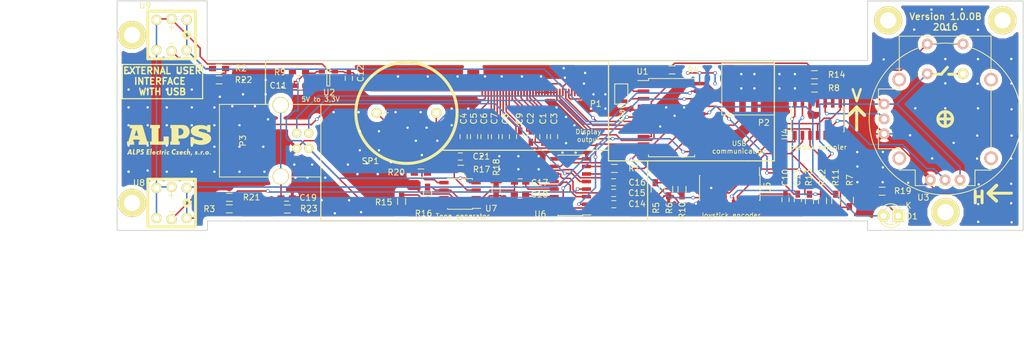
<source format=kicad_pcb>
(kicad_pcb (version 4) (host pcbnew 4.0.2-stable)
  (title_block (title "External user interface with USB") (company "Michal Sládeček"))
  (layers (0 F.Cu signal hide) (31 B.Cu signal hide) (34 B.Paste user) (35 F.Paste user) (36 B.SilkS user) (37 F.SilkS user) (38 B.Mask user) (39 F.Mask user) (44 Edge.Cuts user))
  (net 0 "")
  (net 1 "Net-(C1-Pad1)")
  (net 2 "Net-(C1-Pad2)")
  (net 3 "Net-(C2-Pad1)")
  (net 4 "Net-(C3-Pad1)")
  (net 5 "Net-(C4-Pad1)")
  (net 6 "Net-(C5-Pad1)")
  (net 7 "Net-(C6-Pad1)")
  (net 8 "Net-(C7-Pad1)")
  (net 9 "Net-(C8-Pad1)")
  (net 10 "Net-(C9-Pad1)")
  (net 11 "Net-(C9-Pad2)")
  (net 12 +3V3)
  (net 13 VCC)
  (net 14 "Net-(C13-Pad1)")
  (net 15 //CE)
  (net 16 /SCK)
  (net 17 /MOSI)
  (net 18 "Net-(P2-Pad1)")
  (net 19 /USB_D+)
  (net 20 /USB_D-)
  (net 21 "Net-(R4-Pad1)")
  (net 22 /Left)
  (net 23 /Right)
  (net 24 "Net-(R9-Pad2)")
  (net 25 /GP5)
  (net 26 /GP6)
  (net 27 /GP4)
  (net 28 "Net-(Resonator1-Pad1)")
  (net 29 "Net-(Resonator1-Pad2)")
  (net 30 "Net-(U3-Pad6)")
  (net 31 "Net-(U3-Pad9)")
  (net 32 /JOY_C)
  (net 33 /JOY_LEFT)
  (net 34 /JOY_RIGHT)
  (net 35 /JOY_DOWN)
  (net 36 /JOY_UP)
  (net 37 "Net-(C14-Pad1)")
  (net 38 /REG1)
  (net 39 /REG2)
  (net 40 /REG3)
  (net 41 /REG4)
  (net 42 /REG5)
  (net 43 /REG6)
  (net 44 /REG7)
  (net 45 "Net-(C21-Pad1)")
  (net 46 "Net-(R15-Pad1)")
  (net 47 /REG0)
  (net 48 "Net-(R17-Pad2)")
  (net 49 /REG_LATCH)
  (net 50 /DISP_LATCH)
  (net 51 /BUT1)
  (net 52 /BUT2)
  (net 53 "Net-(D1-Pad1)")
  (net 54 /SIGNAL_LED)
  (net 55 "Net-(P1-Pad36)")
  (net 56 "Net-(P1-Pad35)")
  (net 57 "Net-(P1-Pad34)")
  (net 58 "Net-(P1-Pad33)")
  (net 59 "Net-(P1-Pad32)")
  (net 60 "Net-(P1-Pad31)")
  (net 61 "Net-(P1-Pad13)")
  (net 62 /MISO)
  (net 63 "Net-(U2-Pad4)")
  (net 64 "Net-(U5-Pad14)")
  (net 65 "Net-(U5-Pad15)")
  (net 66 "Net-(U6-Pad9)")
  (net 67 "Net-(R20-Pad2)")
  (net 68 GND)
  (net 69 "Net-(C19-Pad1)")
  (net 70 "Net-(R14-Pad2)")
  (net 71 "Net-(R21-Pad1)")
  (net 72 "Net-(R22-Pad2)")
  (module Capacitors_SMD:C_0603_HandSoldering (layer F.Cu) (at 146.19 105.51 90)
    (fp_text reference C1 (at 3.035 -0.055 90) (layer F.SilkS))
    (fp_text value 2,2uF)
    (pad 1 smd rect (at -0.95 0 90) (size 1.2 0.75) (layers F.Cu F.Paste F.Mask) (net 1 "Net-(C1-Pad1)"))
    (pad 2 smd rect (at 0.95 0 90) (size 1.2 0.75) (layers F.Cu F.Paste F.Mask) (net 2 "Net-(C1-Pad2)"))
  )
  (module Capacitors_SMD:C_0603_HandSoldering (layer F.Cu) (at 144.09 105.51 270)
    (fp_text reference C2 (at -3.035 0.055 270) (layer F.SilkS))
    (fp_text value 2,2uF)
    (pad 1 smd rect (at -0.95 0 270) (size 1.2 0.75) (layers F.Cu F.Paste F.Mask) (net 3 "Net-(C2-Pad1)"))
    (pad 2 smd rect (at 0.95 0 270) (size 1.2 0.75) (layers F.Cu F.Paste F.Mask) (net 1 "Net-(C1-Pad1)"))
  )
  (module Capacitors_SMD:C_0603_HandSoldering (layer F.Cu) (at 147.99 105.51 270)
    (fp_text reference C3 (at -3.01 0 270) (layer F.SilkS))
    (fp_text value 2,2uF)
    (pad 1 smd rect (at -0.95 0 270) (size 1.2 0.75) (layers F.Cu F.Paste F.Mask) (net 4 "Net-(C3-Pad1)"))
    (pad 2 smd rect (at 0.95 0 270) (size 1.2 0.75) (layers F.Cu F.Paste F.Mask) (net 68 GND))
  )
  (module Capacitors_SMD:C_0603_HandSoldering (layer F.Cu) (at 132.82 105.51 270)
    (fp_text reference C4 (at -3.035 0.005 270) (layer F.SilkS))
    (fp_text value 1uF)
    (pad 1 smd rect (at -0.95 0 270) (size 1.2 0.75) (layers F.Cu F.Paste F.Mask) (net 5 "Net-(C4-Pad1)"))
    (pad 2 smd rect (at 0.95 0 270) (size 1.2 0.75) (layers F.Cu F.Paste F.Mask) (net 68 GND))
  )
  (module Capacitors_SMD:C_0603_HandSoldering (layer F.Cu) (at 134.56 105.51 270)
    (fp_text reference C5 (at -3.035 0.055 270) (layer F.SilkS))
    (fp_text value 1uF)
    (pad 1 smd rect (at -0.95 0 270) (size 1.2 0.75) (layers F.Cu F.Paste F.Mask) (net 6 "Net-(C5-Pad1)"))
    (pad 2 smd rect (at 0.95 0 270) (size 1.2 0.75) (layers F.Cu F.Paste F.Mask) (net 68 GND))
  )
  (module Capacitors_SMD:C_0603_HandSoldering (layer F.Cu) (at 136.32 105.51 270)
    (fp_text reference C6 (at -3.035 0.095 270) (layer F.SilkS))
    (fp_text value 1uF)
    (pad 1 smd rect (at -0.95 0 270) (size 1.2 0.75) (layers F.Cu F.Paste F.Mask) (net 7 "Net-(C6-Pad1)"))
    (pad 2 smd rect (at 0.95 0 270) (size 1.2 0.75) (layers F.Cu F.Paste F.Mask) (net 68 GND))
  )
  (module Capacitors_SMD:C_0603_HandSoldering (layer F.Cu) (at 138.09 105.51 270)
    (fp_text reference C7 (at -3.035 0.125 270) (layer F.SilkS))
    (fp_text value 1uF)
    (pad 1 smd rect (at -0.95 0 270) (size 1.2 0.75) (layers F.Cu F.Paste F.Mask) (net 8 "Net-(C7-Pad1)"))
    (pad 2 smd rect (at 0.95 0 270) (size 1.2 0.75) (layers F.Cu F.Paste F.Mask) (net 68 GND))
  )
  (module Capacitors_SMD:C_0603_HandSoldering (layer F.Cu) (at 139.89 105.51 270)
    (fp_text reference C8 (at -3.035 0.075 270) (layer F.SilkS))
    (fp_text value 1uF)
    (pad 1 smd rect (at -0.95 0 270) (size 1.2 0.75) (layers F.Cu F.Paste F.Mask) (net 9 "Net-(C8-Pad1)"))
    (pad 2 smd rect (at 0.95 0 270) (size 1.2 0.75) (layers F.Cu F.Paste F.Mask) (net 68 GND))
  )
  (module Capacitors_SMD:C_0603_HandSoldering (layer F.Cu) (at 142.29 105.51 90)
    (fp_text reference C9 (at 3.035 -0.105 90) (layer F.SilkS))
    (fp_text value 2,2uF)
    (pad 1 smd rect (at -0.95 0 90) (size 1.2 0.75) (layers F.Cu F.Paste F.Mask) (net 10 "Net-(C9-Pad1)"))
    (pad 2 smd rect (at 0.95 0 90) (size 1.2 0.75) (layers F.Cu F.Paste F.Mask) (net 11 "Net-(C9-Pad2)"))
  )
  (module Capacitors_SMD:C_0603_HandSoldering (layer F.Cu) (at 186.82 116.11 270)
    (fp_text reference C10 (at -3.72 0.04 270) (layer F.SilkS))
    (fp_text value 0.1uF)
    (pad 1 smd rect (at -0.95 0 270) (size 1.2 0.75) (layers F.Cu F.Paste F.Mask) (net 12 +3V3))
    (pad 2 smd rect (at 0.95 0 270) (size 1.2 0.75) (layers F.Cu F.Paste F.Mask) (net 68 GND))
  )
  (module Capacitors_SMD:C_0603_HandSoldering (layer F.Cu) (at 105.36 96.95)
    (fp_text reference C11 (at -3.64 -0.03) (layer F.SilkS))
    (fp_text value 1uF)
    (pad 1 smd rect (at -0.95 0) (size 1.2 0.75) (layers F.Cu F.Paste F.Mask) (net 13 VCC))
    (pad 2 smd rect (at 0.95 0) (size 1.2 0.75) (layers F.Cu F.Paste F.Mask) (net 68 GND))
  )
  (module Capacitors_SMD:C_0603_HandSoldering (layer F.Cu) (at 113.55 95.72 270)
    (fp_text reference C12 (at -0.83 -1.97 450) (layer F.SilkS))
    (fp_text value 1uF)
    (pad 1 smd rect (at -0.95 0 270) (size 1.2 0.75) (layers F.Cu F.Paste F.Mask) (net 12 +3V3))
    (pad 2 smd rect (at 0.95 0 270) (size 1.2 0.75) (layers F.Cu F.Paste F.Mask) (net 68 GND))
  )
  (module Capacitors_SMD:C_0603_HandSoldering (layer F.Cu) (at 188.88 116.11 270)
    (fp_text reference C13 (at -3.74 0.1 270) (layer F.SilkS))
    (fp_text value 1uF)
    (pad 1 smd rect (at -0.95 0 270) (size 1.2 0.75) (layers F.Cu F.Paste F.Mask) (net 14 "Net-(C13-Pad1)"))
    (pad 2 smd rect (at 0.95 0 270) (size 1.2 0.75) (layers F.Cu F.Paste F.Mask) (net 68 GND))
  )
  (module pcb:disp_nap (layer F.Cu) (at 180.6 100.35)
    (fp_text reference P2 (at 2.58 2.82) (layer F.SilkS))
    (fp_text value DISPLAY_VCC_CON)
    (pad 1 smd rect (at -1 0) (size 1.1 3) (layers F.Cu F.Paste F.Mask) (net 18 "Net-(P2-Pad1)"))
    (pad 2 smd rect (at 1 0) (size 1.1 3) (layers F.Cu F.Paste F.Mask) (net 68 GND))
    (pad x smd rect (at -3.26 -4.85) (size 1.45 4) (layers F.Cu F.Paste F.Mask))
    (pad x smd rect (at 3.27 -4.83) (size 1.45 4) (layers F.Cu F.Paste F.Mask))
  )
  (module Resistors_SMD:R_0603_HandSoldering (layer F.Cu) (at 158.11 110.85 180)
    (fp_text reference R1 (at -3.32 0.03 180) (layer F.SilkS))
    (fp_text value 24)
    (pad 1 smd rect (at -1.1 0 180) (size 1.2 0.9) (layers F.Cu F.Paste F.Mask) (net 18 "Net-(P2-Pad1)"))
    (pad 2 smd rect (at 1.1 0 180) (size 1.2 0.9) (layers F.Cu F.Paste F.Mask) (net 12 +3V3))
  )
  (module Resistors_SMD:R_0603_HandSoldering (layer F.Cu) (at 91.78 94.07 180)
    (fp_text reference R2 (at -3.69 0.05 180) (layer F.SilkS))
    (fp_text value 390)
    (pad 1 smd rect (at -1.1 0 180) (size 1.2 0.9) (layers F.Cu F.Paste F.Mask) (net 68 GND))
    (pad 2 smd rect (at 1.1 0 180) (size 1.2 0.9) (layers F.Cu F.Paste F.Mask) (net 52 /BUT2))
  )
  (module Resistors_SMD:R_0603_HandSoldering (layer F.Cu) (at 93.5 117.64)
    (fp_text reference R3 (at -3.36 0.02) (layer F.SilkS))
    (fp_text value 390)
    (pad 1 smd rect (at -1.1 0) (size 1.2 0.9) (layers F.Cu F.Paste F.Mask) (net 51 /BUT1))
    (pad 2 smd rect (at 1.1 0) (size 1.2 0.9) (layers F.Cu F.Paste F.Mask) (net 68 GND))
  )
  (module Resistors_SMD:R_0603_HandSoldering (layer F.Cu) (at 167.79 94.3 180)
    (fp_text reference R4 (at -3.55 -0.01 180) (layer F.SilkS))
    (fp_text value 390)
    (pad 1 smd rect (at -1.1 0 180) (size 1.2 0.9) (layers F.Cu F.Paste F.Mask) (net 21 "Net-(R4-Pad1)"))
    (pad 2 smd rect (at 1.1 0 180) (size 1.2 0.9) (layers F.Cu F.Paste F.Mask) (net 12 +3V3))
  )
  (module Resistors_SMD:R_0603_HandSoldering (layer F.Cu) (at 164.96 114.35 270)
    (fp_text reference R5 (at 3.13 -0.14 270) (layer F.SilkS))
    (fp_text value 22K)
    (pad 1 smd rect (at -1.1 0 270) (size 1.2 0.9) (layers F.Cu F.Paste F.Mask) (net 22 /Left))
    (pad 2 smd rect (at 1.1 0 270) (size 1.2 0.9) (layers F.Cu F.Paste F.Mask) (net 12 +3V3))
  )
  (module Resistors_SMD:R_0603_HandSoldering (layer F.Cu) (at 167.21 114.35 90)
    (fp_text reference R6 (at -3.16 0.09 90) (layer F.SilkS))
    (fp_text value 33K)
    (pad 1 smd rect (at -1.1 0 90) (size 1.2 0.9) (layers F.Cu F.Paste F.Mask) (net 68 GND))
    (pad 2 smd rect (at 1.1 0 90) (size 1.2 0.9) (layers F.Cu F.Paste F.Mask) (net 22 /Left))
  )
  (module Resistors_SMD:R_0603_HandSoldering (layer F.Cu) (at 197.54 116.16 270)
    (fp_text reference R7 (at -3.34 -0.05 270) (layer F.SilkS))
    (fp_text value 33K)
    (pad 1 smd rect (at -1.1 0 270) (size 1.2 0.9) (layers F.Cu F.Paste F.Mask) (net 23 /Right))
    (pad 2 smd rect (at 1.1 0 270) (size 1.2 0.9) (layers F.Cu F.Paste F.Mask) (net 12 +3V3))
  )
  (module Resistors_SMD:R_0603_HandSoldering (layer F.Cu) (at 191.67 97.35)
    (fp_text reference R8 (at 3.27 -0.01) (layer F.SilkS))
    (fp_text value 3K)
    (pad 1 smd rect (at -1.1 0) (size 1.2 0.9) (layers F.Cu F.Paste F.Mask) (net 68 GND))
    (pad 2 smd rect (at 1.1 0) (size 1.2 0.9) (layers F.Cu F.Paste F.Mask) (net 23 /Right))
  )
  (module Resistors_SMD:R_0603_HandSoldering (layer F.Cu) (at 105.19 94.58 180)
    (fp_text reference R9 (at 3.2 -0.11 360) (layer F.SilkS))
    (fp_text value 10K)
    (pad 1 smd rect (at -1.1 0 180) (size 1.2 0.9) (layers F.Cu F.Paste F.Mask) (net 13 VCC))
    (pad 2 smd rect (at 1.1 0 180) (size 1.2 0.9) (layers F.Cu F.Paste F.Mask) (net 24 "Net-(R9-Pad2)"))
  )
  (module Resistors_SMD:R_0603_HandSoldering (layer F.Cu) (at 169.45 114.36 270)
    (fp_text reference R10 (at 3.52 -0.03 270) (layer F.SilkS))
    (fp_text value 10K)
    (pad 1 smd rect (at -1.1 0 270) (size 1.2 0.9) (layers F.Cu F.Paste F.Mask) (net 33 /JOY_LEFT))
    (pad 2 smd rect (at 1.1 0 270) (size 1.2 0.9) (layers F.Cu F.Paste F.Mask) (net 12 +3V3))
  )
  (module Resistors_SMD:R_0603_HandSoldering (layer F.Cu) (at 195.25 116.28 270)
    (fp_text reference R11 (at -3.91 0.04 270) (layer F.SilkS))
    (fp_text value 10K)
    (pad 1 smd rect (at -1.1 0 270) (size 1.2 0.9) (layers F.Cu F.Paste F.Mask) (net 34 /JOY_RIGHT))
    (pad 2 smd rect (at 1.1 0 270) (size 1.2 0.9) (layers F.Cu F.Paste F.Mask) (net 12 +3V3))
  )
  (module Resistors_SMD:R_0603_HandSoldering (layer F.Cu) (at 193.02 116.28 270)
    (fp_text reference R12 (at -3.91 0.04 270) (layer F.SilkS))
    (fp_text value 10K)
    (pad 1 smd rect (at -1.1 0 270) (size 1.2 0.9) (layers F.Cu F.Paste F.Mask) (net 36 /JOY_UP))
    (pad 2 smd rect (at 1.1 0 270) (size 1.2 0.9) (layers F.Cu F.Paste F.Mask) (net 12 +3V3))
  )
  (module Resistors_SMD:R_0603_HandSoldering (layer F.Cu) (at 190.84 116.28 270)
    (fp_text reference R13 (at -3.91 0.12 270) (layer F.SilkS))
    (fp_text value 10K)
    (pad 1 smd rect (at -1.1 0 270) (size 1.2 0.9) (layers F.Cu F.Paste F.Mask) (net 35 /JOY_DOWN))
    (pad 2 smd rect (at 1.1 0 270) (size 1.2 0.9) (layers F.Cu F.Paste F.Mask) (net 12 +3V3))
  )
  (module Resistors_SMD:R_0603_HandSoldering (layer F.Cu) (at 191.67 95.1)
    (fp_text reference R14 (at 3.73 0) (layer F.SilkS))
    (fp_text value 10K)
    (pad 1 smd rect (at -1.1 0) (size 1.2 0.9) (layers F.Cu F.Paste F.Mask) (net 68 GND))
    (pad 2 smd rect (at 1.1 0) (size 1.2 0.9) (layers F.Cu F.Paste F.Mask) (net 70 "Net-(R14-Pad2)"))
  )
  (module Housings_SOIC:SOIC-20_7.5x12.8mm_Pitch1.27mm (layer F.Cu) (at 167.7 102.32)
    (fp_text reference U1 (at -4.88 -7.76) (layer F.SilkS))
    (fp_text value MCP2210)
    (pad 1 smd rect (at -4.7 -5.715) (size 1.95 0.6) (layers F.Cu F.Paste F.Mask) (net 12 +3V3))
    (pad 2 smd rect (at -4.7 -4.445) (size 1.95 0.6) (layers F.Cu F.Paste F.Mask) (net 28 "Net-(Resonator1-Pad1)"))
    (pad 3 smd rect (at -4.7 -3.175) (size 1.95 0.6) (layers F.Cu F.Paste F.Mask) (net 29 "Net-(Resonator1-Pad2)"))
    (pad 4 smd rect (at -4.7 -1.905) (size 1.95 0.6) (layers F.Cu F.Paste F.Mask) (net 21 "Net-(R4-Pad1)"))
    (pad 5 smd rect (at -4.7 -0.635) (size 1.95 0.6) (layers F.Cu F.Paste F.Mask) (net 51 /BUT1))
    (pad 6 smd rect (at -4.7 0.635) (size 1.95 0.6) (layers F.Cu F.Paste F.Mask) (net 52 /BUT2))
    (pad 7 smd rect (at -4.7 1.905) (size 1.95 0.6) (layers F.Cu F.Paste F.Mask) (net 50 /DISP_LATCH))
    (pad 8 smd rect (at -4.7 3.175) (size 1.95 0.6) (layers F.Cu F.Paste F.Mask) (net 15 //CE))
    (pad 9 smd rect (at -4.7 4.445) (size 1.95 0.6) (layers F.Cu F.Paste F.Mask) (net 17 /MOSI))
    (pad 10 smd rect (at -4.7 5.715) (size 1.95 0.6) (layers F.Cu F.Paste F.Mask) (net 27 /GP4))
    (pad 11 smd rect (at 4.7 5.715) (size 1.95 0.6) (layers F.Cu F.Paste F.Mask) (net 16 /SCK))
    (pad 12 smd rect (at 4.7 4.445) (size 1.95 0.6) (layers F.Cu F.Paste F.Mask) (net 25 /GP5))
    (pad 13 smd rect (at 4.7 3.175) (size 1.95 0.6) (layers F.Cu F.Paste F.Mask) (net 62 /MISO))
    (pad 14 smd rect (at 4.7 1.905) (size 1.95 0.6) (layers F.Cu F.Paste F.Mask) (net 26 /GP6))
    (pad 15 smd rect (at 4.7 0.635) (size 1.95 0.6) (layers F.Cu F.Paste F.Mask) (net 49 /REG_LATCH))
    (pad 16 smd rect (at 4.7 -0.635) (size 1.95 0.6) (layers F.Cu F.Paste F.Mask) (net 54 /SIGNAL_LED))
    (pad 17 smd rect (at 4.7 -1.905) (size 1.95 0.6) (layers F.Cu F.Paste F.Mask) (net 14 "Net-(C13-Pad1)"))
    (pad 18 smd rect (at 4.7 -3.175) (size 1.95 0.6) (layers F.Cu F.Paste F.Mask) (net 20 /USB_D-))
    (pad 19 smd rect (at 4.7 -4.445) (size 1.95 0.6) (layers F.Cu F.Paste F.Mask) (net 19 /USB_D+))
    (pad 20 smd rect (at 4.7 -5.715) (size 1.95 0.6) (layers F.Cu F.Paste F.Mask) (net 68 GND))
  )
  (module TO_SOT_Packages_SMD:SOT-23-5 (layer F.Cu) (at 110.11 95.53)
    (fp_text reference U2 (at 0.13 2.55) (layer F.SilkS))
    (fp_text value MIC5504-3.3)
    (pad 1 smd rect (at -1.1 -0.95) (size 1.06 0.65) (layers F.Cu F.Paste F.Mask) (net 13 VCC))
    (pad 2 smd rect (at -1.1 0) (size 1.06 0.65) (layers F.Cu F.Paste F.Mask) (net 68 GND))
    (pad 3 smd rect (at -1.1 0.95) (size 1.06 0.65) (layers F.Cu F.Paste F.Mask) (net 24 "Net-(R9-Pad2)"))
    (pad 4 smd rect (at 1.1 0.95) (size 1.06 0.65) (layers F.Cu F.Paste F.Mask) (net 63 "Net-(U2-Pad4)"))
    (pad 5 smd rect (at 1.1 -0.95) (size 1.06 0.65) (layers F.Cu F.Paste F.Mask) (net 12 +3V3))
  )
  (module Housings_SOIC:SOIC-14_3.9x8.7mm_Pitch1.27mm (layer F.Cu) (at 192.2 102.59 90)
    (fp_text reference U4 (at -2.525 -5.465 90) (layer F.SilkS))
    (fp_text value LM239)
    (pad 1 smd rect (at -2.7 -3.81 90) (size 1.5 0.6) (layers F.Cu F.Paste F.Mask) (net 33 /JOY_LEFT))
    (pad 2 smd rect (at -2.7 -2.54 90) (size 1.5 0.6) (layers F.Cu F.Paste F.Mask) (net 34 /JOY_RIGHT))
    (pad 3 smd rect (at -2.7 -1.27 90) (size 1.5 0.6) (layers F.Cu F.Paste F.Mask) (net 12 +3V3))
    (pad 4 smd rect (at -2.7 0 90) (size 1.5 0.6) (layers F.Cu F.Paste F.Mask) (net 22 /Left))
    (pad 5 smd rect (at -2.7 1.27 90) (size 1.5 0.6) (layers F.Cu F.Paste F.Mask) (net 31 "Net-(U3-Pad9)"))
    (pad 6 smd rect (at -2.7 2.54 90) (size 1.5 0.6) (layers F.Cu F.Paste F.Mask) (net 31 "Net-(U3-Pad9)"))
    (pad 7 smd rect (at -2.7 3.81 90) (size 1.5 0.6) (layers F.Cu F.Paste F.Mask) (net 23 /Right))
    (pad 8 smd rect (at 2.7 3.81 90) (size 1.5 0.6) (layers F.Cu F.Paste F.Mask) (net 22 /Left))
    (pad 9 smd rect (at 2.7 2.54 90) (size 1.5 0.6) (layers F.Cu F.Paste F.Mask) (net 30 "Net-(U3-Pad6)"))
    (pad 10 smd rect (at 2.7 1.27 90) (size 1.5 0.6) (layers F.Cu F.Paste F.Mask) (net 30 "Net-(U3-Pad6)"))
    (pad 11 smd rect (at 2.7 0 90) (size 1.5 0.6) (layers F.Cu F.Paste F.Mask) (net 23 /Right))
    (pad 12 smd rect (at 2.7 -1.27 90) (size 1.5 0.6) (layers F.Cu F.Paste F.Mask) (net 68 GND))
    (pad 13 smd rect (at 2.7 -2.54 90) (size 1.5 0.6) (layers F.Cu F.Paste F.Mask) (net 35 /JOY_DOWN))
    (pad 14 smd rect (at 2.7 -3.81 90) (size 1.5 0.6) (layers F.Cu F.Paste F.Mask) (net 36 /JOY_UP))
  )
  (module Connect:USB_B (layer F.Cu) (at 106.82 107.46 180)
    (fp_text reference P3 (at 11.049 1.27 270) (layer F.SilkS))
    (fp_text value USB_B)
    (pad 2 thru_hole circle (at 0 2.54 90) (size 1.524 1.524) (drill 0.8128) (layers *.Cu *.Mask F.SilkS) (net 20 /USB_D-))
    (pad 1 thru_hole circle (at 0 0 90) (size 1.524 1.524) (drill 0.8128) (layers *.Cu *.Mask F.SilkS) (net 13 VCC))
    (pad 4 thru_hole circle (at 1.99898 0 90) (size 1.524 1.524) (drill 0.8128) (layers *.Cu *.Mask F.SilkS) (net 68 GND))
    (pad 3 thru_hole circle (at 1.99898 2.54 90) (size 1.524 1.524) (drill 0.8128) (layers *.Cu *.Mask F.SilkS) (net 19 /USB_D+))
    (pad 5 thru_hole circle (at 4.699 7.26948 90) (size 2.70002 2.70002) (drill 2.30124) (layers *.Cu *.Mask F.SilkS) (net 69 "Net-(C19-Pad1)"))
    (pad 5 thru_hole circle (at 4.699 -4.72948 90) (size 2.70002 2.70002) (drill 2.30124) (layers *.Cu *.Mask F.SilkS) (net 69 "Net-(C19-Pad1)"))
  )
  (module pcb:Joystick (layer F.Cu) (at 213.6 102.54)
    (fp_text reference U3 (at -3.66 13.19) (layer F.SilkS))
    (fp_text value Joystick)
    (fp_text user H (at 5.62 13.19) (layer F.SilkS) (effects (font (size 2 2) (thickness 0.5))))
    (fp_text user V (at -14.84 -3.91) (layer F.SilkS) (effects (font (size 2 2) (thickness 0.4))))
    (pad 1 thru_hole circle (at -3 -12.6) (size 1.8 1.8) (drill 1) (layers *.Cu *.SilkS *.Mask) (net 70 "Net-(R14-Pad2)"))
    (pad 2 thru_hole circle (at 3 -12.6) (size 1.8 1.8) (drill 1) (layers *.Cu *.SilkS *.Mask) (net 70 "Net-(R14-Pad2)"))
    (pad 3 thru_hole circle (at -3 -7.6) (size 1.8 1.8) (drill 1) (layers *.Cu *.SilkS *.Mask) (net 12 +3V3))
    (pad 4 thru_hole circle (at 3 -7.6) (size 1.8 1.8) (drill 1) (layers *.Cu *.Mask F.SilkS) (net 12 +3V3))
    (pad "" thru_hole circle (at 7.7 -6.61) (size 2.3 2.3) (drill 1.5) (layers *.Cu *.SilkS *.Mask))
    (pad "" thru_hole circle (at -7.7 -6.61) (size 2.3 2.3) (drill 1.5) (layers *.Cu *.SilkS *.Mask))
    (pad "" thru_hole circle (at 7.7 6.6) (size 2.3 2.3) (drill 1.5) (layers *.Cu *.SilkS *.Mask))
    (pad "" thru_hole circle (at -7.7 6.6) (size 2.3 2.3) (drill 1.5) (layers *.Cu *.SilkS *.Mask))
    (pad 6 thru_hole circle (at -10.23 0) (size 1.8 1.8) (drill 1) (layers *.Cu *.SilkS *.Mask) (net 30 "Net-(U3-Pad6)"))
    (pad 5 thru_hole circle (at -10.23 -2.5) (size 1.8 1.8) (drill 1) (layers *.Cu *.SilkS *.Mask) (net 12 +3V3))
    (pad 7 thru_hole circle (at -10.23 2.5) (size 1.8 1.8) (drill 1) (layers *.Cu *.SilkS *.Mask) (net 68 GND))
    (pad 9 thru_hole circle (at 0 10.23) (size 1.8 1.8) (drill 1) (layers *.Cu *.SilkS *.Mask) (net 31 "Net-(U3-Pad9)"))
    (pad 8 thru_hole circle (at -2.5 10.23) (size 1.8 1.8) (drill 1) (layers *.Cu *.SilkS *.Mask) (net 68 GND))
    (pad 10 thru_hole circle (at 2.5 10.23) (size 1.8 1.8) (drill 1) (layers *.Cu *.SilkS *.Mask) (net 12 +3V3))
  )
  (module Capacitors_SMD:C_0603_HandSoldering (layer F.Cu) (at 158.02 116.86 180)
    (fp_text reference C14 (at -3.89 0.06 180) (layer F.SilkS))
    (fp_text value 0)
    (pad 1 smd rect (at -0.95 0 180) (size 1.2 0.75) (layers F.Cu F.Paste F.Mask) (net 37 "Net-(C14-Pad1)"))
    (pad 2 smd rect (at 0.95 0 180) (size 1.2 0.75) (layers F.Cu F.Paste F.Mask) (net 40 /REG3))
  )
  (module Capacitors_SMD:C_0603_HandSoldering (layer F.Cu) (at 157.99 114.97 180)
    (fp_text reference C15 (at -3.89 0 180) (layer F.SilkS))
    (fp_text value 0)
    (pad 1 smd rect (at -0.95 0 180) (size 1.2 0.75) (layers F.Cu F.Paste F.Mask) (net 37 "Net-(C14-Pad1)"))
    (pad 2 smd rect (at 0.95 0 180) (size 1.2 0.75) (layers F.Cu F.Paste F.Mask) (net 41 /REG4))
  )
  (module Capacitors_SMD:C_0603_HandSoldering (layer F.Cu) (at 157.98 113.19 180)
    (fp_text reference C16 (at -3.95 -0.02 180) (layer F.SilkS))
    (fp_text value 0)
    (pad 1 smd rect (at -0.95 0 180) (size 1.2 0.75) (layers F.Cu F.Paste F.Mask) (net 37 "Net-(C14-Pad1)"))
    (pad 2 smd rect (at 0.95 0 180) (size 1.2 0.75) (layers F.Cu F.Paste F.Mask) (net 42 /REG5))
  )
  (module Capacitors_SMD:C_0603_HandSoldering (layer F.Cu) (at 142.3 113.2)
    (fp_text reference C17 (at 3.26 0.05) (layer F.SilkS))
    (fp_text value 0)
    (pad 1 smd rect (at -0.95 0) (size 1.2 0.75) (layers F.Cu F.Paste F.Mask) (net 37 "Net-(C14-Pad1)"))
    (pad 2 smd rect (at 0.95 0) (size 1.2 0.75) (layers F.Cu F.Paste F.Mask) (net 43 /REG6))
  )
  (module Capacitors_SMD:C_0603_HandSoldering (layer F.Cu) (at 142.27 115.25)
    (fp_text reference C18 (at 3.26 -0.05) (layer F.SilkS))
    (fp_text value 0)
    (pad 1 smd rect (at -0.95 0) (size 1.2 0.75) (layers F.Cu F.Paste F.Mask) (net 37 "Net-(C14-Pad1)"))
    (pad 2 smd rect (at 0.95 0) (size 1.2 0.75) (layers F.Cu F.Paste F.Mask) (net 44 /REG7))
  )
  (module Capacitors_SMD:C_0603_HandSoldering (layer F.Cu) (at 103.12 115.75)
    (fp_text reference C19 (at 3.6 0.01 180) (layer F.SilkS))
    (fp_text value 4,7nF)
    (pad 1 smd rect (at -0.95 0) (size 1.2 0.75) (layers F.Cu F.Paste F.Mask) (net 69 "Net-(C19-Pad1)"))
    (pad 2 smd rect (at 0.95 0) (size 1.2 0.75) (layers F.Cu F.Paste F.Mask) (net 68 GND))
  )
  (module Capacitors_SMD:C_0603_HandSoldering (layer F.Cu) (at 132.26 108.85)
    (fp_text reference C21 (at 3.53 -0.01) (layer F.SilkS))
    (fp_text value 10nF)
    (pad 1 smd rect (at -0.95 0) (size 1.2 0.75) (layers F.Cu F.Paste F.Mask) (net 45 "Net-(C21-Pad1)"))
    (pad 2 smd rect (at 0.95 0) (size 1.2 0.75) (layers F.Cu F.Paste F.Mask) (net 68 GND))
  )
  (module Resistors_SMD:R_0603_HandSoldering (layer F.Cu) (at 122.41 116.41 270)
    (fp_text reference R15 (at 0.12 3.01 360) (layer F.SilkS))
    (fp_text value 3k9)
    (pad 1 smd rect (at -1.1 0 270) (size 1.2 0.9) (layers F.Cu F.Paste F.Mask) (net 46 "Net-(R15-Pad1)"))
    (pad 2 smd rect (at 1.1 0 270) (size 1.2 0.9) (layers F.Cu F.Paste F.Mask) (net 13 VCC))
  )
  (module Resistors_SMD:R_0603_HandSoldering (layer F.Cu) (at 126.76 115.1 270)
    (fp_text reference R16 (at 3.31 0.67 360) (layer F.SilkS))
    (fp_text value 68k)
    (pad 1 smd rect (at -1.1 0 270) (size 1.2 0.9) (layers F.Cu F.Paste F.Mask) (net 37 "Net-(C14-Pad1)"))
    (pad 2 smd rect (at 1.1 0 270) (size 1.2 0.9) (layers F.Cu F.Paste F.Mask) (net 46 "Net-(R15-Pad1)"))
  )
  (module Resistors_SMD:R_0603_HandSoldering (layer F.Cu) (at 132.34 110.99 180)
    (fp_text reference R17 (at -3.48 -0.02 180) (layer F.SilkS))
    (fp_text value 10K)
    (pad 1 smd rect (at -1.1 0 180) (size 1.2 0.9) (layers F.Cu F.Paste F.Mask) (net 47 /REG0))
    (pad 2 smd rect (at 1.1 0 180) (size 1.2 0.9) (layers F.Cu F.Paste F.Mask) (net 48 "Net-(R17-Pad2)"))
  )
  (module Resistors_SMD:R_0603_HandSoldering (layer F.Cu) (at 138.26 114.34 90)
    (fp_text reference R18 (at 3.69 0.05 90) (layer F.SilkS))
    (fp_text value 10K)
    (pad 1 smd rect (at -1.1 0 90) (size 1.2 0.9) (layers F.Cu F.Paste F.Mask) (net 68 GND))
    (pad 2 smd rect (at 1.1 0 90) (size 1.2 0.9) (layers F.Cu F.Paste F.Mask) (net 47 /REG0))
  )
  (module Housings_SOIC:SOIC-16_3.9x9.9mm_Pitch1.27mm (layer F.Cu) (at 177.47 114.13 270)
    (fp_text reference U5 (at -0.01 -6.28 270) (layer F.SilkS))
    (fp_text value CD4532)
    (pad 1 smd rect (at -2.7 -4.445 270) (size 1.5 0.6) (layers F.Cu F.Paste F.Mask) (net 35 /JOY_DOWN))
    (pad 2 smd rect (at -2.7 -3.175 270) (size 1.5 0.6) (layers F.Cu F.Paste F.Mask) (net 32 /JOY_C))
    (pad 3 smd rect (at -2.7 -1.905 270) (size 1.5 0.6) (layers F.Cu F.Paste F.Mask) (net 68 GND))
    (pad 4 smd rect (at -2.7 -0.635 270) (size 1.5 0.6) (layers F.Cu F.Paste F.Mask) (net 68 GND))
    (pad 5 smd rect (at -2.7 0.635 270) (size 1.5 0.6) (layers F.Cu F.Paste F.Mask) (net 12 +3V3))
    (pad 6 smd rect (at -2.7 1.905 270) (size 1.5 0.6) (layers F.Cu F.Paste F.Mask) (net 26 /GP6))
    (pad 7 smd rect (at -2.7 3.175 270) (size 1.5 0.6) (layers F.Cu F.Paste F.Mask) (net 25 /GP5))
    (pad 8 smd rect (at -2.7 4.445 270) (size 1.5 0.6) (layers F.Cu F.Paste F.Mask) (net 68 GND))
    (pad 9 smd rect (at 2.7 4.445 270) (size 1.5 0.6) (layers F.Cu F.Paste F.Mask) (net 27 /GP4))
    (pad 10 smd rect (at 2.7 3.175 270) (size 1.5 0.6) (layers F.Cu F.Paste F.Mask) (net 68 GND))
    (pad 11 smd rect (at 2.7 1.905 270) (size 1.5 0.6) (layers F.Cu F.Paste F.Mask) (net 34 /JOY_RIGHT))
    (pad 12 smd rect (at 2.7 0.635 270) (size 1.5 0.6) (layers F.Cu F.Paste F.Mask) (net 33 /JOY_LEFT))
    (pad 13 smd rect (at 2.7 -0.635 270) (size 1.5 0.6) (layers F.Cu F.Paste F.Mask) (net 36 /JOY_UP))
    (pad 14 smd rect (at 2.7 -1.905 270) (size 1.5 0.6) (layers F.Cu F.Paste F.Mask) (net 64 "Net-(U5-Pad14)"))
    (pad 15 smd rect (at 2.7 -3.175 270) (size 1.5 0.6) (layers F.Cu F.Paste F.Mask) (net 65 "Net-(U5-Pad15)"))
    (pad 16 smd rect (at 2.7 -4.445 270) (size 1.5 0.6) (layers F.Cu F.Paste F.Mask) (net 12 +3V3))
  )
  (module Housings_SOIC:SOIC-8_3.9x4.9mm_Pitch1.27mm (layer F.Cu) (at 132.21 115.14 180)
    (fp_text reference U7 (at -5.22 -2.44 180) (layer F.SilkS))
    (fp_text value NE555)
    (pad 1 smd rect (at -2.7 -1.905 180) (size 1.55 0.6) (layers F.Cu F.Paste F.Mask) (net 68 GND))
    (pad 2 smd rect (at -2.7 -0.635 180) (size 1.55 0.6) (layers F.Cu F.Paste F.Mask) (net 37 "Net-(C14-Pad1)"))
    (pad 3 smd rect (at -2.7 0.635 180) (size 1.55 0.6) (layers F.Cu F.Paste F.Mask) (net 48 "Net-(R17-Pad2)"))
    (pad 4 smd rect (at -2.7 1.905 180) (size 1.55 0.6) (layers F.Cu F.Paste F.Mask) (net 13 VCC))
    (pad 5 smd rect (at 2.7 1.905 180) (size 1.55 0.6) (layers F.Cu F.Paste F.Mask) (net 45 "Net-(C21-Pad1)"))
    (pad 6 smd rect (at 2.7 0.635 180) (size 1.55 0.6) (layers F.Cu F.Paste F.Mask) (net 37 "Net-(C14-Pad1)"))
    (pad 7 smd rect (at 2.7 -0.635 180) (size 1.55 0.6) (layers F.Cu F.Paste F.Mask) (net 46 "Net-(R15-Pad1)"))
    (pad 8 smd rect (at 2.7 -1.905 180) (size 1.55 0.6) (layers F.Cu F.Paste F.Mask) (net 13 VCC))
  )
  (module pcb:ZIF36 (layer F.Cu) (at 144.45 97.98 180)
    (fp_text reference P1 (at -10.53 -2.01 180) (layer F.SilkS))
    (fp_text value DISPLAY_CONN)
    (pad 36 smd rect (at -9 -0.1 180) (size 0.3 1.25) (layers F.Cu F.Paste F.Mask) (net 55 "Net-(P1-Pad36)"))
    (pad 35 smd rect (at -8.5 -0.1 180) (size 0.3 1.25) (layers F.Cu F.Paste F.Mask) (net 56 "Net-(P1-Pad35)"))
    (pad 34 smd rect (at -8 -0.1 180) (size 0.3 1.25) (layers F.Cu F.Paste F.Mask) (net 57 "Net-(P1-Pad34)"))
    (pad 33 smd rect (at -7.5 -0.1 180) (size 0.3 1.25) (layers F.Cu F.Paste F.Mask) (net 58 "Net-(P1-Pad33)"))
    (pad 32 smd rect (at -7 -0.1 180) (size 0.3 1.25) (layers F.Cu F.Paste F.Mask) (net 59 "Net-(P1-Pad32)"))
    (pad 31 smd rect (at -6.5 -0.1 180) (size 0.3 1.25) (layers F.Cu F.Paste F.Mask) (net 60 "Net-(P1-Pad31)"))
    (pad 30 smd rect (at -6 -0.1 180) (size 0.3 1.25) (layers F.Cu F.Paste F.Mask) (net 68 GND))
    (pad 29 smd rect (at -5.5 -0.1 180) (size 0.3 1.25) (layers F.Cu F.Paste F.Mask) (net 15 //CE))
    (pad 28 smd rect (at -5 -0.1 180) (size 0.3 1.25) (layers F.Cu F.Paste F.Mask) (net 12 +3V3))
    (pad 27 smd rect (at -4.5 -0.1 180) (size 0.3 1.25) (layers F.Cu F.Paste F.Mask) (net 50 /DISP_LATCH))
    (pad 26 smd rect (at -4 -0.1 180) (size 0.3 1.25) (layers F.Cu F.Paste F.Mask) (net 68 GND))
    (pad 25 smd rect (at -3.5 -0.1 180) (size 0.3 1.25) (layers F.Cu F.Paste F.Mask) (net 68 GND))
    (pad 24 smd rect (at -3 -0.1 180) (size 0.3 1.25) (layers F.Cu F.Paste F.Mask) (net 68 GND))
    (pad 23 smd rect (at -2.5 -0.1 180) (size 0.3 1.25) (layers F.Cu F.Paste F.Mask) (net 68 GND))
    (pad 22 smd rect (at -2 -0.1 180) (size 0.3 1.25) (layers F.Cu F.Paste F.Mask) (net 68 GND))
    (pad 21 smd rect (at -1.5 -0.1 180) (size 0.3 1.25) (layers F.Cu F.Paste F.Mask) (net 68 GND))
    (pad 20 smd rect (at -1 -0.1 180) (size 0.3 1.25) (layers F.Cu F.Paste F.Mask) (net 68 GND))
    (pad 19 smd rect (at -0.5 -0.1 180) (size 0.3 1.25) (layers F.Cu F.Paste F.Mask) (net 68 GND))
    (pad 18 smd rect (at 0 -0.1 180) (size 0.3 1.25) (layers F.Cu F.Paste F.Mask) (net 16 /SCK))
    (pad 17 smd rect (at 0.5 -0.1 180) (size 0.3 1.25) (layers F.Cu F.Paste F.Mask) (net 17 /MOSI))
    (pad 16 smd rect (at 1 -0.1 180) (size 0.3 1.25) (layers F.Cu F.Paste F.Mask) (net 68 GND))
    (pad 15 smd rect (at 1.5 -0.1 180) (size 0.3 1.25) (layers F.Cu F.Paste F.Mask) (net 12 +3V3))
    (pad 14 smd rect (at 2 -0.1 180) (size 0.3 1.25) (layers F.Cu F.Paste F.Mask) (net 4 "Net-(C3-Pad1)"))
    (pad 13 smd rect (at 2.5 -0.1 180) (size 0.3 1.25) (layers F.Cu F.Paste F.Mask) (net 61 "Net-(P1-Pad13)"))
    (pad 12 smd rect (at 3 -0.1 180) (size 0.3 1.25) (layers F.Cu F.Paste F.Mask) (net 2 "Net-(C1-Pad2)"))
    (pad 11 smd rect (at 3.5 -0.1 180) (size 0.3 1.25) (layers F.Cu F.Paste F.Mask) (net 1 "Net-(C1-Pad1)"))
    (pad 10 smd rect (at 4 -0.1 180) (size 0.3 1.25) (layers F.Cu F.Paste F.Mask) (net 3 "Net-(C2-Pad1)"))
    (pad 9 smd rect (at 4.5 -0.1 180) (size 0.3 1.25) (layers F.Cu F.Paste F.Mask) (net 11 "Net-(C9-Pad2)"))
    (pad 8 smd rect (at 5 -0.1 180) (size 0.3 1.25) (layers F.Cu F.Paste F.Mask) (net 10 "Net-(C9-Pad1)"))
    (pad 7 smd rect (at 5.5 -0.1 180) (size 0.3 1.25) (layers F.Cu F.Paste F.Mask) (net 9 "Net-(C8-Pad1)"))
    (pad 6 smd rect (at 6 -0.1 180) (size 0.3 1.25) (layers F.Cu F.Paste F.Mask) (net 8 "Net-(C7-Pad1)"))
    (pad 5 smd rect (at 6.5 -0.1 180) (size 0.3 1.25) (layers F.Cu F.Paste F.Mask) (net 7 "Net-(C6-Pad1)"))
    (pad 4 smd rect (at 7 -0.1 180) (size 0.3 1.25) (layers F.Cu F.Paste F.Mask) (net 6 "Net-(C5-Pad1)"))
    (pad 3 smd rect (at 7.5 -0.1 180) (size 0.3 1.25) (layers F.Cu F.Paste F.Mask) (net 5 "Net-(C4-Pad1)"))
    (pad 2 smd rect (at 8 -0.1 180) (size 0.3 1.25) (layers F.Cu F.Paste F.Mask) (net 68 GND))
    (pad 1 smd rect (at 8.5 -0.1 180) (size 0.3 1.25) (layers F.Cu F.Paste F.Mask) (net 12 +3V3))
    (pad x smd rect (at -10.55 2.22 180) (size 2 3) (layers F.Cu F.Paste F.Mask))
    (pad x smd rect (at 10.03 2.22 180) (size 2 3) (layers F.Cu F.Paste F.Mask))
  )
  (module LEDs:LED-3MM (layer F.Cu) (at 205.78 118.81 180)
    (fp_text reference D1 (at -2.25 -0.08 180) (layer F.SilkS))
    (fp_text value L-1334SRT)
    (fp_text user K (at -1.66 1.73 180) (layer F.SilkS))
    (pad 1 thru_hole rect (at 0 0 270) (size 2 2) (drill 1.00076) (layers *.Cu *.Mask F.SilkS) (net 53 "Net-(D1-Pad1)"))
    (pad 2 thru_hole circle (at 2.54 0 180) (size 2 2) (drill 1.00076) (layers *.Cu *.Mask F.SilkS) (net 54 /SIGNAL_LED))
  )
  (module Resistors_SMD:R_0603_HandSoldering (layer F.Cu) (at 203.04 114.67 180)
    (fp_text reference R19 (at -3.45 0.04 180) (layer F.SilkS))
    (fp_text value 390R)
    (pad 1 smd rect (at -1.1 0 180) (size 1.2 0.9) (layers F.Cu F.Paste F.Mask) (net 68 GND))
    (pad 2 smd rect (at 1.1 0 180) (size 1.2 0.9) (layers F.Cu F.Paste F.Mask) (net 53 "Net-(D1-Pad1)"))
  )
  (module Housings_SOIC:SOIC-16_3.9x9.9mm_Pitch1.27mm (layer F.Cu) (at 150.72 113.69 180)
    (fp_text reference U6 (at 5.04 -4.83 180) (layer F.SilkS))
    (fp_text value NPIC6C596)
    (pad 1 smd rect (at -2.7 -4.445 180) (size 1.5 0.6) (layers F.Cu F.Paste F.Mask) (net 12 +3V3))
    (pad 2 smd rect (at -2.7 -3.175 180) (size 1.5 0.6) (layers F.Cu F.Paste F.Mask) (net 17 /MOSI))
    (pad 3 smd rect (at -2.7 -1.905 180) (size 1.5 0.6) (layers F.Cu F.Paste F.Mask) (net 47 /REG0))
    (pad 4 smd rect (at -2.7 -0.635 180) (size 1.5 0.6) (layers F.Cu F.Paste F.Mask) (net 38 /REG1))
    (pad 5 smd rect (at -2.7 0.635 180) (size 1.5 0.6) (layers F.Cu F.Paste F.Mask) (net 39 /REG2))
    (pad 6 smd rect (at -2.7 1.905 180) (size 1.5 0.6) (layers F.Cu F.Paste F.Mask) (net 40 /REG3))
    (pad 7 smd rect (at -2.7 3.175 180) (size 1.5 0.6) (layers F.Cu F.Paste F.Mask) (net 12 +3V3))
    (pad 8 smd rect (at -2.7 4.445 180) (size 1.5 0.6) (layers F.Cu F.Paste F.Mask) (net 68 GND))
    (pad 9 smd rect (at 2.7 4.445 180) (size 1.5 0.6) (layers F.Cu F.Paste F.Mask) (net 66 "Net-(U6-Pad9)"))
    (pad 10 smd rect (at 2.7 3.175 180) (size 1.5 0.6) (layers F.Cu F.Paste F.Mask) (net 49 /REG_LATCH))
    (pad 11 smd rect (at 2.7 1.905 180) (size 1.5 0.6) (layers F.Cu F.Paste F.Mask) (net 41 /REG4))
    (pad 12 smd rect (at 2.7 0.635 180) (size 1.5 0.6) (layers F.Cu F.Paste F.Mask) (net 42 /REG5))
    (pad 13 smd rect (at 2.7 -0.635 180) (size 1.5 0.6) (layers F.Cu F.Paste F.Mask) (net 43 /REG6))
    (pad 14 smd rect (at 2.7 -1.905 180) (size 1.5 0.6) (layers F.Cu F.Paste F.Mask) (net 44 /REG7))
    (pad 15 smd rect (at 2.7 -3.175 180) (size 1.5 0.6) (layers F.Cu F.Paste F.Mask) (net 16 /SCK))
    (pad 16 smd rect (at 2.7 -4.445 180) (size 1.5 0.6) (layers F.Cu F.Paste F.Mask) (net 68 GND))
  )
  (module Resistors_SMD:R_0603_HandSoldering (layer F.Cu) (at 125.64 111.62 180)
    (fp_text reference R20 (at 4.13 0.12 180) (layer F.SilkS))
    (fp_text value 0R)
    (pad 1 smd rect (at -1.1 0 180) (size 1.2 0.9) (layers F.Cu F.Paste F.Mask) (net 48 "Net-(R17-Pad2)"))
    (pad 2 smd rect (at 1.1 0 180) (size 1.2 0.9) (layers F.Cu F.Paste F.Mask) (net 67 "Net-(R20-Pad2)"))
  )
  (module Resistors_SMD:R_0603_HandSoldering (layer F.Cu) (at 93.5 115.71)
    (fp_text reference R21 (at 3.73 -0.01) (layer F.SilkS))
    (fp_text value 68)
    (pad 1 smd rect (at -1.1 0) (size 1.2 0.9) (layers F.Cu F.Paste F.Mask) (net 71 "Net-(R21-Pad1)"))
    (pad 2 smd rect (at 1.1 0) (size 1.2 0.9) (layers F.Cu F.Paste F.Mask) (net 38 /REG1))
  )
  (module Resistors_SMD:R_0603_HandSoldering (layer F.Cu) (at 91.78 95.97 180)
    (fp_text reference R22 (at -4.11 0 180) (layer F.SilkS))
    (fp_text value 68)
    (pad 1 smd rect (at -1.1 0 180) (size 1.2 0.9) (layers F.Cu F.Paste F.Mask) (net 39 /REG2))
    (pad 2 smd rect (at 1.1 0 180) (size 1.2 0.9) (layers F.Cu F.Paste F.Mask) (net 72 "Net-(R22-Pad2)"))
  )
  (module Resistors_SMD:R_0603_HandSoldering (layer F.Cu) (at 103.23 117.67 180)
    (fp_text reference R23 (at -3.61 0.08 180) (layer F.SilkS))
    (fp_text value 1M)
    (pad 1 smd rect (at -1.1 0 180) (size 1.2 0.9) (layers F.Cu F.Paste F.Mask) (net 68 GND))
    (pad 2 smd rect (at 1.1 0 180) (size 1.2 0.9) (layers F.Cu F.Paste F.Mask) (net 69 "Net-(C19-Pad1)"))
  )
  (module pcb:PB6149L (layer F.Cu) (at 83.82 116.66)
    (fp_text reference U8 (at -5.48 -3.39) (layer F.SilkS))
    (fp_text value PB6149L)
    (fp_text user - (at 0 1.37) (layer F.SilkS))
    (fp_text user + (at -0.02 -1.35) (layer F.SilkS))
    (pad 1 thru_hole circle (at -2.54 -2.54) (size 1.7 1.7) (drill 1) (layers *.Cu *.Mask F.SilkS) (net 12 +3V3))
    (pad 3 thru_hole circle (at 0 -2.7) (size 1.7 1.7) (drill 1) (layers *.Cu *.Mask F.SilkS) (net 12 +3V3))
    (pad 2 thru_hole circle (at 2.54 -2.54) (size 1.7 1.7) (drill 1) (layers *.Cu *.Mask F.SilkS) (net 51 /BUT1))
    (pad 1 thru_hole circle (at -2.54 2.54) (size 1.7 1.7) (drill 1) (layers *.Cu *.Mask F.SilkS) (net 12 +3V3))
    (pad 4 thru_hole circle (at 0 2.7) (size 1.7 1.7) (drill 1) (layers *.Cu *.Mask F.SilkS) (net 71 "Net-(R21-Pad1)"))
    (pad 2 thru_hole circle (at 2.54 2.54) (size 1.7 1.7) (drill 1) (layers *.Cu *.Mask F.SilkS) (net 51 /BUT1))
  )
  (module pcb:PB6149L (layer F.Cu) (at 83.82 88.43)
    (fp_text reference U9 (at -4.45 -4.94) (layer F.SilkS))
    (fp_text value PB6149L)
    (fp_text user - (at 0 1.37) (layer F.SilkS))
    (fp_text user + (at -0.02 -1.35) (layer F.SilkS))
    (pad 1 thru_hole circle (at -2.54 -2.54) (size 1.7 1.7) (drill 1) (layers *.Cu *.Mask F.SilkS) (net 12 +3V3))
    (pad 3 thru_hole circle (at 0 -2.7) (size 1.7 1.7) (drill 1) (layers *.Cu *.Mask F.SilkS) (net 12 +3V3))
    (pad 2 thru_hole circle (at 2.54 -2.54) (size 1.7 1.7) (drill 1) (layers *.Cu *.Mask F.SilkS) (net 52 /BUT2))
    (pad 1 thru_hole circle (at -2.54 2.54) (size 1.7 1.7) (drill 1) (layers *.Cu *.Mask F.SilkS) (net 12 +3V3))
    (pad 4 thru_hole circle (at 0 2.7) (size 1.7 1.7) (drill 1) (layers *.Cu *.Mask F.SilkS) (net 72 "Net-(R22-Pad2)"))
    (pad 2 thru_hole circle (at 2.54 2.54) (size 1.7 1.7) (drill 1) (layers *.Cu *.Mask F.SilkS) (net 52 /BUT2))
  )
  (module pcb:resonator12MHz (layer F.Cu) (at 159.26 98.35 270)
    (fp_text reference Xtal (at 3.45 -0.01 270) (layer F.SilkS))
    (fp_text value 12MHz)
    (pad 3 smd rect (at 0 0 270) (size 0.6 2) (layers F.Cu F.Paste F.Mask) (net 68 GND))
    (pad 1 smd rect (at -1.2 0 270) (size 0.6 2) (layers F.Cu F.Paste F.Mask) (net 28 "Net-(Resonator1-Pad1)"))
    (pad 2 smd rect (at 1.2 0 270) (size 0.6 2) (layers F.Cu F.Paste F.Mask) (net 29 "Net-(Resonator1-Pad2)"))
  )
  (module pcb:Buzzer (layer F.Cu) (at 123.22 101.52 90)
    (fp_text reference SP1 (at -8.09 -6.05 180) (layer F.SilkS))
    (fp_text value SPEAKER)
    (fp_text user + (at 0.01 -3.5 90) (layer F.SilkS))
    (pad 1 thru_hole circle (at 0 -5 90) (size 1.7 1.7) (drill 1) (layers *.Cu *.Mask F.SilkS) (net 67 "Net-(R20-Pad2)"))
    (pad 2 thru_hole circle (at 0 5 90) (size 1.7 1.7) (drill 1) (layers *.Cu *.Mask F.SilkS) (net 47 /REG0))
  )
  (module Mounting_Holes:MountingHole_2.7mm_M2.5_DIN965_Pad (layer F.Cu) (at 223.23 85.97)
    (fp_text reference REF**)
    (fp_text value MountingHole_2.7mm_M2.5_DIN965_Pad)
    (pad 1 thru_hole circle (at 0 0) (size 4.7 4.7) (drill 2.7) (layers *.Cu *.Mask F.SilkS))
  )
  (module Mounting_Holes:MountingHole_2.7mm_M2.5_DIN965_Pad (layer F.Cu) (at 204.04 85.97)
    (fp_text reference REF**)
    (fp_text value MountingHole_2.7mm_M2.5_DIN965_Pad)
    (pad 1 thru_hole circle (at 0 0) (size 4.7 4.7) (drill 2.7) (layers *.Cu *.Mask F.SilkS))
  )
  (module Mounting_Holes:MountingHole_2.7mm_M2.5_DIN965_Pad (layer F.Cu) (at 77.18 116.65)
    (fp_text reference REF**)
    (fp_text value MountingHole_2.7mm_M2.5_DIN965_Pad)
    (pad 1 thru_hole circle (at 0 0) (size 4.7 4.7) (drill 2.7) (layers *.Cu *.Mask F.SilkS))
  )
  (module Mounting_Holes:MountingHole_2.7mm_M2.5_DIN965_Pad (layer F.Cu) (at 77.18 88.42)
    (fp_text reference REF**)
    (fp_text value MountingHole_2.7mm_M2.5_DIN965_Pad)
    (pad 1 thru_hole circle (at 0 0) (size 4.7 4.7) (drill 2.7) (layers *.Cu *.Mask F.SilkS))
  )
  (module Mounting_Holes:MountingHole_2.7mm_M2.5_DIN965_Pad (layer F.Cu) (at 213.65 118.19)
    (fp_text reference REF**)
    (fp_text value MountingHole_2.7mm_M2.5_DIN965_Pad)
    (pad 1 thru_hole circle (at 0 0) (size 4.7 4.7) (drill 2.7) (layers *.Cu *.Mask F.SilkS))
  )
  (module pcb:LOGO (layer F.Cu) (at 83.39 106.14)
    (fp_text reference G*** hide)
    (fp_text value LOGO hide)
  )
  (gr_line (start 226.68 121.26) (end 226.68 82.72) (angle 90) (layer Edge.Cuts) (width 0.15))
  (gr_line (start 200.59 121.26) (end 200.59 119.67) (angle 90) (layer Edge.Cuts) (width 0.15))
  (gr_line (start 74.68 121.26) (end 74.68 82.7) (angle 90) (layer Edge.Cuts) (width 0.15))
  (gr_line (start 89.83 121.26) (end 89.83 119.67) (angle 90) (layer Edge.Cuts) (width 0.15))
  (gr_line (start 74.68 121.26) (end 89.83 121.26) (angle 90) (layer Edge.Cuts) (width 0.15))
  (gr_line (start 200.59 121.26) (end 226.68 121.26) (angle 90) (layer Edge.Cuts) (width 0.15))
  (gr_line (start 75.52 93.38) (end 75.52 93.51) (angle 90) (layer F.SilkS) (width 0.2))
  (gr_line (start 89.02 93.38) (end 75.52 93.38) (angle 90) (layer F.SilkS) (width 0.2))
  (gr_line (start 89.02 99.13) (end 89.02 93.38) (angle 90) (layer F.SilkS) (width 0.2))
  (gr_line (start 75.52 99.13) (end 89.02 99.13) (angle 90) (layer F.SilkS) (width 0.2))
  (gr_line (start 75.52 93.43) (end 75.52 99.13) (angle 90) (layer F.SilkS) (width 0.2))
  (gr_line (start 99.57 92.75) (end 99.57 93.13) (angle 90) (layer F.SilkS) (width 0.2))
  (gr_line (start 184.94 92.75) (end 99.57 92.75) (angle 90) (layer F.SilkS) (width 0.2))
  (gr_line (start 184.94 101.92) (end 184.94 92.75) (angle 90) (layer F.SilkS) (width 0.2))
  (gr_line (start 184.71 109.58) (end 184.71 109.57) (angle 90) (layer F.SilkS) (width 0.2))
  (gr_line (start 184.94 109.58) (end 184.71 109.58) (angle 90) (layer F.SilkS) (width 0.2))
  (gr_line (start 184.94 101.88) (end 184.94 109.58) (angle 90) (layer F.SilkS) (width 0.2))
  (gr_line (start 180.56 109.58) (end 184.91 109.58) (angle 90) (layer F.SilkS) (width 0.2))
  (gr_text "Joystick sampler" (at 192.03 107.29) (layer F.SilkS) (effects (font (size 0.8 0.8) (thickness 0.125))))
  (gr_text "USB\ncommunication" (at 179.04 107.3) (layer F.SilkS) (effects (font (size 0.8 0.8) (thickness 0.125))))
  (gr_line (start 180.6 109.58) (end 180.37 109.58) (angle 90) (layer F.SilkS) (width 0.2))
  (gr_line (start 163.68 109.58) (end 180.4 109.58) (angle 90) (layer F.SilkS) (width 0.2))
  (gr_line (start 157.12 109.58) (end 157.12 107.66) (angle 90) (layer F.SilkS) (width 0.2))
  (gr_line (start 163.68 109.58) (end 157.12 109.58) (angle 90) (layer F.SilkS) (width 0.2))
  (gr_line (start 163.68 119.64) (end 163.68 109.58) (angle 90) (layer F.SilkS) (width 0.2))
  (gr_line (start 152.65 119.64) (end 163.68 119.64) (angle 90) (layer F.SilkS) (width 0.2))
  (gr_line (start 128.93 107.79) (end 128.93 107.7) (angle 90) (layer F.SilkS) (width 0.2))
  (gr_line (start 157.12 107.79) (end 128.93 107.79) (angle 90) (layer F.SilkS) (width 0.2))
  (gr_line (start 157.12 92.84) (end 157.12 107.79) (angle 90) (layer F.SilkS) (width 0.2))
  (gr_line (start 123.19 92.84) (end 157.12 92.84) (angle 90) (layer F.SilkS) (width 0.2))
  (gr_line (start 99.57 100.07) (end 99.55 100.07) (angle 90) (layer F.SilkS) (width 0.2))
  (gr_line (start 99.57 92.84) (end 99.57 100.07) (angle 90) (layer F.SilkS) (width 0.2))
  (gr_line (start 114.77 100.12) (end 114.77 100.04) (angle 90) (layer F.SilkS) (width 0.2))
  (gr_line (start 108.86 100.12) (end 114.77 100.12) (angle 90) (layer F.SilkS) (width 0.2))
  (gr_line (start 200.59 119.67) (end 89.83 119.67) (angle 90) (layer Edge.Cuts) (width 0.15))
  (gr_line (start 200.59 82.72) (end 226.68 82.72) (angle 90) (layer Edge.Cuts) (width 0.15))
  (gr_line (start 89.79 92.72) (end 200.59 92.72) (angle 90) (layer Edge.Cuts) (width 0.15))
  (gr_line (start 89.79 82.7) (end 89.79 92.72) (angle 90) (layer Edge.Cuts) (width 0.15))
  (gr_line (start 74.68 82.7) (end 89.79 82.7) (angle 90) (layer Edge.Cuts) (width 0.15))
  (gr_line (start 226.68 82.72) (end 226.68 82.74) (angle 90) (layer Edge.Cuts) (width 0.15))
  (gr_line (start 200.59 92.72) (end 200.59 82.72) (angle 90) (layer Edge.Cuts) (width 0.15))
  (gr_line (start 108.85 112.35) (end 108.83 112.35) (angle 90) (layer F.SilkS) (width 0.2))
  (gr_line (start 108.85 112.83) (end 108.85 112.35) (angle 90) (layer F.SilkS) (width 0.2))
  (gr_line (start 108.85 119.64) (end 108.85 112.82) (angle 90) (layer F.SilkS) (width 0.2))
  (gr_line (start 113.11 119.64) (end 108.85 119.64) (angle 90) (layer F.SilkS) (width 0.2))
  (gr_line (start 112.96 119.64) (end 152.67 119.64) (angle 90) (layer F.SilkS) (width 0.2))
  (gr_text "Display\noutput" (at 153.74 105.34) (layer F.SilkS) (effects (font (size 0.8 0.8) (thickness 0.125))))
  (gr_text "Joystick encoder" (at 177.59 118.72) (layer F.SilkS) (effects (font (size 0.8 0.8) (thickness 0.125))))
  (gr_text "Tone generator" (at 132.65 118.85) (layer F.SilkS) (effects (font (size 0.8 0.8) (thickness 0.125))))
  (gr_text "Version 1.0.0B\n2016" (at 213.66 86.22) (layer F.SilkS) (effects (font (size 1.1 1.1) (thickness 0.2))))
  (gr_text "EXTERNAL USER\nINTERFACE \nWITH USB" (at 82.26 96.2) (layer F.SilkS) (effects (font (size 1.1 1.1) (thickness 0.25))))
  (gr_text "5V to 3,3V" (at 108.8 99.24) (layer F.SilkS) (effects (font (size 0.8 0.8) (thickness 0.125))))
  (gr_line (start 74.68 92.73) (end 74.68 92.72) (angle 90) (layer Edge.Cuts) (width 0.15))
  (gr_line (start 132.04 92.73) (end 132.04 92.72) (angle 90) (layer Edge.Cuts) (width 0.15))
  (segment (start 172.4 94.8) (end 170.4 94.8) (width 0.25) (layer F.Cu) (net 0))
  (via (at 170.4 94.8) (size 0.6) (drill 0.4) (layers F.Cu B.Cu) (net 0))
  (segment (start 172.4 96.6) (end 172.4 94.8) (width 0.25) (layer B.Cu) (net 0))
  (via (at 175 96.6) (size 0.6) (drill 0.4) (layers F.Cu B.Cu) (net 0))
  (segment (start 175 94.8) (end 175 96.6) (width 0.25) (layer B.Cu) (net 0))
  (via (at 175 94.8) (size 0.6) (drill 0.4) (layers F.Cu B.Cu) (net 0))
  (segment (start 172.4 94.8) (end 175 94.8) (width 0.25) (layer F.Cu) (net 0))
  (via (at 172.4 94.8) (size 0.6) (drill 0.4) (layers F.Cu B.Cu) (net 0))
  (segment (start 140.95 99.212) (end 140.95 98.08) (width 0.25) (layer F.Cu) (net 1))
  (segment (start 144.8119 103.0739) (end 140.95 99.212) (width 0.25) (layer F.Cu) (net 1))
  (segment (start 144.8119 106.46) (end 144.8119 103.0739) (width 0.25) (layer F.Cu) (net 1))
  (segment (start 146.19 106.46) (end 144.8119 106.46) (width 0.25) (layer F.Cu) (net 1))
  (segment (start 144.8119 106.46) (end 144.09 106.46) (width 0.25) (layer F.Cu) (net 1))
  (segment (start 146.0544 103.6347) (end 146.19 103.6347) (width 0.25) (layer F.Cu) (net 2))
  (segment (start 141.45 99.0303) (end 146.0544 103.6347) (width 0.25) (layer F.Cu) (net 2))
  (segment (start 141.45 98.08) (end 141.45 99.0303) (width 0.25) (layer F.Cu) (net 2))
  (segment (start 146.19 104.56) (end 146.19 103.6347) (width 0.25) (layer F.Cu) (net 2))
  (segment (start 140.45 98.08) (end 140.45 99.0303) (width 0.25) (layer F.Cu) (net 3))
  (segment (start 143.3897 103.8597) (end 143.3897 104.56) (width 0.25) (layer F.Cu) (net 3))
  (segment (start 140.45 100.92) (end 143.3897 103.8597) (width 0.25) (layer F.Cu) (net 3))
  (segment (start 140.45 99.0303) (end 140.45 100.92) (width 0.25) (layer F.Cu) (net 3))
  (segment (start 144.09 104.56) (end 143.3897 104.56) (width 0.25) (layer F.Cu) (net 3))
  (segment (start 142.45 98.08) (end 142.45 99.0303) (width 0.25) (layer F.Cu) (net 4))
  (segment (start 147.99 104.56) (end 147.2897 104.56) (width 0.25) (layer F.Cu) (net 4))
  (segment (start 147.2897 103.87) (end 147.2897 104.56) (width 0.25) (layer F.Cu) (net 4))
  (segment (start 142.45 99.0303) (end 147.2897 103.87) (width 0.25) (layer F.Cu) (net 4))
  (segment (start 132.82 104.56) (end 132.82 103.8463) (width 0.25) (layer F.Cu) (net 5))
  (segment (start 132.82 103.8463) (end 133.5203 103.146) (width 0.25) (layer F.Cu) (net 5))
  (segment (start 136.95 99.7163) (end 133.5203 103.146) (width 0.25) (layer F.Cu) (net 5))
  (segment (start 136.95 98.08) (end 136.95 99.7163) (width 0.25) (layer F.Cu) (net 5))
  (segment (start 134.56 104.56) (end 134.56 103.979992) (width 0.25) (layer F.Cu) (net 6))
  (segment (start 134.56 103.979992) (end 137.45 101.089992) (width 0.25) (layer F.Cu) (net 6))
  (segment (start 137.45 98.08) (end 137.45 101.089992) (width 0.25) (layer F.Cu) (net 6))
  (segment (start 136.32 104.56) (end 136.32 103.39) (width 0.25) (layer F.Cu) (net 7))
  (segment (start 136.32 103.39) (end 137.95 101.76) (width 0.25) (layer F.Cu) (net 7))
  (segment (start 137.95 98.08) (end 137.95 101.76) (width 0.25) (layer F.Cu) (net 7))
  (segment (start 138.09 104.56) (end 138.09 102.769994) (width 0.25) (layer F.Cu) (net 8))
  (segment (start 138.09 102.769994) (end 138.45 102.409994) (width 0.25) (layer F.Cu) (net 8))
  (segment (start 138.45 98.08) (end 138.45 102.409994) (width 0.25) (layer F.Cu) (net 8))
  (segment (start 139.89 104.56) (end 139.89 103.36) (width 0.25) (layer F.Cu) (net 9))
  (segment (start 139.89 103.36) (end 138.95 102.42) (width 0.25) (layer F.Cu) (net 9))
  (segment (start 138.95 98.08) (end 138.95 102.42) (width 0.25) (layer F.Cu) (net 9))
  (segment (start 142.29 106.46) (end 141.5897 106.46) (width 0.25) (layer F.Cu) (net 10))
  (segment (start 141.5897 103.736) (end 141.5897 106.46) (width 0.25) (layer F.Cu) (net 10))
  (segment (start 139.45 101.5963) (end 141.5897 103.736) (width 0.25) (layer F.Cu) (net 10))
  (segment (start 139.45 98.08) (end 139.45 101.5963) (width 0.25) (layer F.Cu) (net 10))
  (segment (start 139.95 101.2947) (end 142.29 103.6347) (width 0.25) (layer F.Cu) (net 11))
  (segment (start 139.95 98.08) (end 139.95 101.2947) (width 0.25) (layer F.Cu) (net 11))
  (segment (start 142.29 104.56) (end 142.29 103.6347) (width 0.25) (layer F.Cu) (net 11))
  (segment (start 203.37 100.04) (end 192.64 100.04) (width 0.25) (layer B.Cu) (net 12))
  (segment (start 193.428 109.542) (end 193.428 109.562) (width 0.25) (layer F.Cu) (net 12))
  (segment (start 194.61 108.36) (end 193.428 109.542) (width 0.25) (layer F.Cu) (net 12))
  (via (at 194.61 108.36) (size 0.6) (drill 0.4) (layers F.Cu B.Cu) (net 12))
  (segment (start 192.55 106.3) (end 194.61 108.36) (width 0.25) (layer B.Cu) (net 12))
  (segment (start 192.55 100.13) (end 192.55 106.3) (width 0.25) (layer B.Cu) (net 12))
  (segment (start 192.64 100.04) (end 192.55 100.13) (width 0.25) (layer B.Cu) (net 12))
  (segment (start 190.1804 93.1746) (end 190.3846 93.1746) (width 0.25) (layer F.Cu) (net 12))
  (segment (start 191.4 94.19) (end 191.4 94.2) (width 0.25) (layer F.Cu) (net 12))
  (segment (start 190.3846 93.1746) (end 191.4 94.19) (width 0.25) (layer F.Cu) (net 12))
  (segment (start 191.67 95.5304) (end 192.015 95.8754) (width 0.25) (layer F.Cu) (net 12))
  (segment (start 191.67 94.47) (end 191.67 95.5304) (width 0.25) (layer F.Cu) (net 12))
  (segment (start 191.4 94.2) (end 191.67 94.47) (width 0.25) (layer F.Cu) (net 12))
  (segment (start 153.42 110.515) (end 156.675 110.515) (width 0.25) (layer F.Cu) (net 12))
  (segment (start 156.675 110.515) (end 157.01 110.85) (width 0.25) (layer F.Cu) (net 12))
  (segment (start 158.91 118.135) (end 159.9447 118.135) (width 0.25) (layer F.Cu) (net 12))
  (segment (start 159.9447 118.135) (end 162.6297 115.45) (width 0.25) (layer F.Cu) (net 12))
  (segment (start 169.45 115.46) (end 169.2948 115.46) (width 0.25) (layer F.Cu) (net 12))
  (segment (start 169.2948 115.46) (end 168.1048 114.27) (width 0.25) (layer F.Cu) (net 12))
  (segment (start 164.96 115.45) (end 165.34 115.45) (width 0.25) (layer F.Cu) (net 12))
  (segment (start 165.34 115.45) (end 166.52 114.27) (width 0.25) (layer F.Cu) (net 12))
  (segment (start 166.52 114.27) (end 168.1048 114.27) (width 0.25) (layer F.Cu) (net 12))
  (segment (start 142.95 98.08) (end 142.95 96.91) (width 0.25) (layer F.Cu) (net 12))
  (segment (start 142.95 96.91) (end 143.2304 96.6296) (width 0.25) (layer F.Cu) (net 12))
  (segment (start 143.36 96.6296) (end 143.2304 96.6296) (width 0.25) (layer F.Cu) (net 12))
  (segment (start 143.2304 96.6296) (end 136.4501 96.6296) (width 0.25) (layer F.Cu) (net 12))
  (segment (start 135.95 97.79) (end 135.95 97.1297) (width 0.25) (layer F.Cu) (net 12))
  (segment (start 136.4501 96.6296) (end 135.95 97.1297) (width 0.25) (layer F.Cu) (net 12))
  (segment (start 195.25 117.38) (end 197.42 117.38) (width 0.25) (layer F.Cu) (net 12))
  (segment (start 197.42 117.38) (end 197.54 117.26) (width 0.25) (layer F.Cu) (net 12))
  (segment (start 89.4446 92.9109) (end 89.4446 92.8746) (width 0.25) (layer F.Cu) (net 12))
  (segment (start 88.6 90.61) (end 83.82 85.83) (width 0.25) (layer F.Cu) (net 12))
  (segment (start 88.6 92.03) (end 88.6 90.61) (width 0.25) (layer F.Cu) (net 12))
  (segment (start 89.4446 92.8746) (end 88.6 92.03) (width 0.25) (layer F.Cu) (net 12))
  (segment (start 83.82 85.83) (end 83.82 85.73) (width 0.25) (layer F.Cu) (net 12))
  (segment (start 81.28 119.2) (end 81.28 114.12) (width 0.25) (layer B.Cu) (net 12))
  (segment (start 164.96 115.45) (end 164.1847 115.45) (width 0.25) (layer F.Cu) (net 12))
  (segment (start 164.1847 115.45) (end 162.6297 115.45) (width 0.25) (layer F.Cu) (net 12))
  (segment (start 216.6 94.94) (end 210.6 94.94) (width 0.25) (layer F.Cu) (net 12))
  (segment (start 181.915 116.83) (end 181.915 115.8673) (width 0.25) (layer F.Cu) (net 12))
  (segment (start 83.82 113.96) (end 81.44 113.96) (width 0.25) (layer B.Cu) (net 12))
  (segment (start 81.44 113.96) (end 81.28 114.12) (width 0.25) (layer B.Cu) (net 12))
  (segment (start 111.21 94.58) (end 111.6377 94.58) (width 0.25) (layer F.Cu) (net 12))
  (segment (start 112.6597 94.58) (end 112.8497 94.77) (width 0.25) (layer F.Cu) (net 12))
  (segment (start 111.6377 94.58) (end 112.6597 94.58) (width 0.25) (layer F.Cu) (net 12))
  (segment (start 113.1999 94.77) (end 112.8497 94.77) (width 0.25) (layer F.Cu) (net 12))
  (segment (start 186.82 115.16) (end 186.1197 115.16) (width 0.25) (layer F.Cu) (net 12))
  (segment (start 111.21 94.58) (end 110.3547 94.58) (width 0.25) (layer F.Cu) (net 12))
  (segment (start 81.44 85.73) (end 83.82 85.73) (width 0.25) (layer F.Cu) (net 12))
  (segment (start 81.28 85.89) (end 81.44 85.73) (width 0.25) (layer F.Cu) (net 12))
  (segment (start 109.0693 93.2946) (end 110.3547 94.58) (width 0.25) (layer F.Cu) (net 12))
  (segment (start 89.8283 93.2946) (end 109.0693 93.2946) (width 0.25) (layer F.Cu) (net 12))
  (segment (start 89.4446 92.9109) (end 89.8283 93.2946) (width 0.25) (layer F.Cu) (net 12))
  (segment (start 153.42 118.135) (end 158.91 118.135) (width 0.25) (layer F.Cu) (net 12))
  (segment (start 162.6297 115.45) (end 162.2242 115.0445) (width 0.25) (layer F.Cu) (net 12))
  (segment (start 216.1 110.64) (end 205.5 100.04) (width 0.25) (layer B.Cu) (net 12))
  (segment (start 216.1 112.77) (end 216.1 110.64) (width 0.25) (layer B.Cu) (net 12))
  (segment (start 203.37 100.04) (end 205.5 100.04) (width 0.25) (layer B.Cu) (net 12))
  (segment (start 205.5 100.04) (end 210.6 94.94) (width 0.25) (layer B.Cu) (net 12))
  (segment (start 158.6019 112.4419) (end 157.01 110.85) (width 0.25) (layer F.Cu) (net 12))
  (segment (start 159.6216 112.4419) (end 158.6019 112.4419) (width 0.25) (layer F.Cu) (net 12))
  (segment (start 162.2242 115.0445) (end 159.6216 112.4419) (width 0.25) (layer F.Cu) (net 12))
  (segment (start 195.25 117.38) (end 193.02 117.38) (width 0.25) (layer F.Cu) (net 12))
  (segment (start 165.1603 96.605) (end 166.69 95.0753) (width 0.25) (layer F.Cu) (net 12))
  (segment (start 163 96.605) (end 165.1603 96.605) (width 0.25) (layer F.Cu) (net 12))
  (segment (start 166.69 94.3) (end 166.69 94.6876) (width 0.25) (layer F.Cu) (net 12))
  (segment (start 166.69 94.6876) (end 166.69 95.0753) (width 0.25) (layer F.Cu) (net 12))
  (segment (start 199.2054 95.8754) (end 203.37 100.04) (width 0.25) (layer F.Cu) (net 12))
  (segment (start 192.015 95.8754) (end 199.2054 95.8754) (width 0.25) (layer F.Cu) (net 12))
  (segment (start 168.203 93.1746) (end 190.1804 93.1746) (width 0.25) (layer F.Cu) (net 12))
  (segment (start 166.69 94.6876) (end 168.203 93.1746) (width 0.25) (layer F.Cu) (net 12))
  (segment (start 182.6223 115.16) (end 181.915 115.8673) (width 0.25) (layer F.Cu) (net 12))
  (segment (start 186.1197 115.16) (end 182.6223 115.16) (width 0.25) (layer F.Cu) (net 12))
  (segment (start 193.02 117.38) (end 190.84 117.38) (width 0.25) (layer F.Cu) (net 12))
  (segment (start 190.84 117.38) (end 190.0647 117.38) (width 0.25) (layer F.Cu) (net 12))
  (segment (start 187.5203 115.2475) (end 187.5203 115.16) (width 0.25) (layer F.Cu) (net 12))
  (segment (start 188.3956 116.1228) (end 187.5203 115.2475) (width 0.25) (layer F.Cu) (net 12))
  (segment (start 189.389 116.1228) (end 188.3956 116.1228) (width 0.25) (layer F.Cu) (net 12))
  (segment (start 190.0647 116.7985) (end 189.389 116.1228) (width 0.25) (layer F.Cu) (net 12))
  (segment (start 190.0647 117.38) (end 190.0647 116.7985) (width 0.25) (layer F.Cu) (net 12))
  (segment (start 195.25 117.38) (end 196.0253 117.38) (width 0.25) (layer F.Cu) (net 12))
  (segment (start 196.0253 117.38) (end 196.0253 112.1593) (width 0.25) (layer F.Cu) (net 12))
  (segment (start 196.0253 112.1593) (end 193.428 109.562) (width 0.25) (layer F.Cu) (net 12))
  (segment (start 176.835 111.43) (end 176.835 112.5053) (width 0.25) (layer F.Cu) (net 12))
  (segment (start 149.45 98.08) (end 149.45 97.1297) (width 0.25) (layer F.Cu) (net 12))
  (segment (start 163 96.605) (end 161.6997 96.605) (width 0.25) (layer F.Cu) (net 12))
  (segment (start 159.0281 93.9334) (end 161.6997 96.605) (width 0.25) (layer F.Cu) (net 12))
  (segment (start 152.6463 93.9334) (end 159.0281 93.9334) (width 0.25) (layer F.Cu) (net 12))
  (segment (start 149.45 97.1297) (end 152.6463 93.9334) (width 0.25) (layer F.Cu) (net 12))
  (segment (start 176.3847 112.9556) (end 176.835 112.5053) (width 0.25) (layer F.Cu) (net 12))
  (segment (start 174.3105 112.9556) (end 176.3847 112.9556) (width 0.25) (layer F.Cu) (net 12))
  (segment (start 173.6696 112.3147) (end 174.3105 112.9556) (width 0.25) (layer F.Cu) (net 12))
  (segment (start 173.6696 110.5564) (end 173.6696 112.3147) (width 0.25) (layer F.Cu) (net 12))
  (segment (start 173.4644 110.3512) (end 173.6696 110.5564) (width 0.25) (layer F.Cu) (net 12))
  (segment (start 170.1813 110.3512) (end 173.4644 110.3512) (width 0.25) (layer F.Cu) (net 12))
  (segment (start 168.1048 112.4277) (end 170.1813 110.3512) (width 0.25) (layer F.Cu) (net 12))
  (segment (start 168.1048 114.27) (end 168.1048 112.4277) (width 0.25) (layer F.Cu) (net 12))
  (segment (start 186.82 115.16) (end 187.5203 115.16) (width 0.25) (layer F.Cu) (net 12))
  (segment (start 190.93 107.064) (end 190.93 105.29) (width 0.25) (layer F.Cu) (net 12))
  (segment (start 193.428 109.562) (end 190.93 107.064) (width 0.25) (layer F.Cu) (net 12))
  (segment (start 176.835 111.1607) (end 176.835 111.43) (width 0.25) (layer F.Cu) (net 12))
  (segment (start 183.781 104.2147) (end 176.835 111.1607) (width 0.25) (layer F.Cu) (net 12))
  (segment (start 190.93 104.2147) (end 183.781 104.2147) (width 0.25) (layer F.Cu) (net 12))
  (segment (start 190.93 105.29) (end 190.93 104.2147) (width 0.25) (layer F.Cu) (net 12))
  (segment (start 148.9499 96.6296) (end 149.45 97.1297) (width 0.25) (layer F.Cu) (net 12))
  (segment (start 143.36 96.6296) (end 148.9499 96.6296) (width 0.25) (layer F.Cu) (net 12))
  (segment (start 135.95 98.08) (end 135.95 97.79) (width 0.25) (layer F.Cu) (net 12))
  (segment (start 113.1999 94.77) (end 113.55 94.77) (width 0.25) (layer F.Cu) (net 12))
  (segment (start 117.2703 97.79) (end 135.95 97.79) (width 0.25) (layer F.Cu) (net 12))
  (segment (start 114.2503 94.77) (end 117.2703 97.79) (width 0.25) (layer F.Cu) (net 12))
  (segment (start 113.55 94.77) (end 114.2503 94.77) (width 0.25) (layer F.Cu) (net 12))
  (segment (start 81.28 113.8) (end 81.28 90.97) (width 0.25) (layer B.Cu) (net 12))
  (segment (start 81.44 113.96) (end 81.28 113.8) (width 0.25) (layer B.Cu) (net 12))
  (segment (start 81.28 90.97) (end 81.28 85.89) (width 0.25) (layer B.Cu) (net 12))
  (segment (start 122.41 117.51) (end 116.87 117.51) (width 0.25) (layer F.Cu) (net 13))
  (segment (start 116.87 117.51) (end 106.82 107.46) (width 0.25) (layer F.Cu) (net 13))
  (segment (start 122.41 117.51) (end 129.045 117.51) (width 0.25) (layer F.Cu) (net 13))
  (segment (start 129.045 117.51) (end 129.51 117.045) (width 0.25) (layer F.Cu) (net 13))
  (segment (start 105.0216 101.15) (end 104.42 101.15) (width 0.25) (layer B.Cu) (net 13))
  (segment (start 105.0216 96.0482) (end 105.0216 101.15) (width 0.25) (layer B.Cu) (net 13))
  (segment (start 104.4826 106.19) (end 105.55 106.19) (width 0.25) (layer B.Cu) (net 13))
  (segment (start 105.55 106.19) (end 106.82 107.46) (width 0.25) (layer B.Cu) (net 13))
  (via (at 105.0216 96.0482) (size 0.6) (layers F.Cu B.Cu) (net 13))
  (segment (start 104.42 101.15) (end 103.07 102.5) (width 0.25) (layer B.Cu) (net 13))
  (segment (start 103.07 102.5) (end 103.07 105.75) (width 0.25) (layer B.Cu) (net 13))
  (segment (start 103.07 105.75) (end 103.51 106.19) (width 0.25) (layer B.Cu) (net 13))
  (segment (start 103.51 106.19) (end 104.4826 106.19) (width 0.25) (layer B.Cu) (net 13))
  (via (at 132.2654 112.4887) (size 0.6) (layers F.Cu B.Cu) (net 13))
  (segment (start 106.82 107.46) (end 111.8487 112.4887) (width 0.25) (layer B.Cu) (net 13))
  (segment (start 111.8487 112.4887) (end 132.2654 112.4887) (width 0.25) (layer B.Cu) (net 13))
  (segment (start 133.8097 113.235) (end 133.0634 112.4887) (width 0.25) (layer F.Cu) (net 13))
  (segment (start 133.0634 112.4887) (end 132.2654 112.4887) (width 0.25) (layer F.Cu) (net 13))
  (segment (start 134.91 113.235) (end 133.8097 113.235) (width 0.25) (layer F.Cu) (net 13))
  (segment (start 106.29 94.58) (end 106.29 94.8424) (width 0.25) (layer F.Cu) (net 13))
  (segment (start 109.01 94.58) (end 108.1547 94.58) (width 0.25) (layer F.Cu) (net 13))
  (segment (start 104.41 96.95) (end 104.41 96.2497) (width 0.25) (layer F.Cu) (net 13))
  (segment (start 104.8201 96.2497) (end 104.41 96.2497) (width 0.25) (layer F.Cu) (net 13))
  (segment (start 105.0216 96.0482) (end 104.8201 96.2497) (width 0.25) (layer F.Cu) (net 13))
  (segment (start 107.8923 94.8424) (end 106.29 94.8424) (width 0.25) (layer F.Cu) (net 13))
  (segment (start 108.1547 94.58) (end 107.8923 94.8424) (width 0.25) (layer F.Cu) (net 13))
  (segment (start 106.2274 94.8424) (end 105.0216 96.0482) (width 0.25) (layer F.Cu) (net 13))
  (segment (start 106.29 94.8424) (end 106.2274 94.8424) (width 0.25) (layer F.Cu) (net 13))
  (segment (start 172.4 100.415) (end 175.245 100.415) (width 0.25) (layer F.Cu) (net 14))
  (segment (start 183.7121 108.8821) (end 183.7121 111.597) (width 0.25) (layer B.Cu) (net 14))
  (segment (start 177.32 102.49) (end 183.7121 108.8821) (width 0.25) (layer B.Cu) (net 14))
  (via (at 177.32 102.49) (size 0.6) (drill 0.4) (layers F.Cu B.Cu) (net 14))
  (segment (start 175.245 100.415) (end 177.32 102.49) (width 0.25) (layer F.Cu) (net 14))
  (via (at 183.7121 111.597) (size 0.6) (layers F.Cu B.Cu) (net 14))
  (segment (start 188.88 115.16) (end 188.1797 115.16) (width 0.25) (layer F.Cu) (net 14))
  (segment (start 183.7121 111.597) (end 184.7042 111.597) (width 0.25) (layer F.Cu) (net 14))
  (segment (start 184.7042 111.597) (end 188.1797 115.0725) (width 0.25) (layer F.Cu) (net 14))
  (segment (start 188.1797 115.0725) (end 188.1797 115.16) (width 0.25) (layer F.Cu) (net 14))
  (segment (start 164.3003 103.7902) (end 164.3003 105.495) (width 0.25) (layer F.Cu) (net 15))
  (segment (start 164.1097 103.5996) (end 164.3003 103.7902) (width 0.25) (layer F.Cu) (net 15))
  (segment (start 154.4846 103.5996) (end 164.1097 103.5996) (width 0.25) (layer F.Cu) (net 15))
  (segment (start 149.95 99.065) (end 154.4846 103.5996) (width 0.25) (layer F.Cu) (net 15))
  (segment (start 149.95 98.08) (end 149.95 99.065) (width 0.25) (layer F.Cu) (net 15))
  (segment (start 163 105.495) (end 164.3003 105.495) (width 0.25) (layer F.Cu) (net 15))
  (via (at 157.8125 105.864) (size 0.6) (layers F.Cu B.Cu) (net 16))
  (via (at 169.6377 108.035) (size 0.6) (layers F.Cu B.Cu) (net 16))
  (via (at 149.5195 114.1843) (size 0.6) (layers F.Cu B.Cu) (net 16))
  (segment (start 172.4 108.035) (end 171.0997 108.035) (width 0.25) (layer F.Cu) (net 16))
  (segment (start 171.0997 108.035) (end 169.6377 108.035) (width 0.25) (layer F.Cu) (net 16))
  (segment (start 144.45 98.8151) (end 144.45 98.08) (width 0.25) (layer F.Cu) (net 16))
  (segment (start 147.6986 102.0637) (end 144.45 98.8151) (width 0.25) (layer F.Cu) (net 16))
  (segment (start 148.2572 102.0637) (end 147.6986 102.0637) (width 0.25) (layer F.Cu) (net 16))
  (segment (start 152.0575 105.864) (end 148.2572 102.0637) (width 0.25) (layer F.Cu) (net 16))
  (segment (start 157.8125 105.864) (end 152.0575 105.864) (width 0.25) (layer F.Cu) (net 16))
  (segment (start 149.5195 116.4408) (end 149.0953 116.865) (width 0.25) (layer F.Cu) (net 16))
  (segment (start 149.5195 114.1843) (end 149.5195 116.4408) (width 0.25) (layer F.Cu) (net 16))
  (segment (start 148.02 116.865) (end 149.0953 116.865) (width 0.25) (layer F.Cu) (net 16))
  (segment (start 167.4667 105.864) (end 169.6377 108.035) (width 0.25) (layer B.Cu) (net 16))
  (segment (start 157.8125 105.864) (end 167.4667 105.864) (width 0.25) (layer B.Cu) (net 16))
  (segment (start 154.0898 109.614) (end 149.5195 114.1843) (width 0.25) (layer B.Cu) (net 16))
  (segment (start 154.0898 108.8443) (end 154.0898 109.614) (width 0.25) (layer B.Cu) (net 16))
  (segment (start 157.0701 105.864) (end 154.0898 108.8443) (width 0.25) (layer B.Cu) (net 16))
  (segment (start 157.8125 105.864) (end 157.0701 105.864) (width 0.25) (layer B.Cu) (net 16))
  (via (at 154.9403 108.9257) (size 0.6) (layers F.Cu B.Cu) (net 17))
  (via (at 152.1446 116.865) (size 0.6) (layers F.Cu B.Cu) (net 17))
  (segment (start 143.95 98.08) (end 143.95 99.0303) (width 0.25) (layer F.Cu) (net 17))
  (segment (start 153.42 116.865) (end 152.3447 116.865) (width 0.25) (layer F.Cu) (net 17))
  (segment (start 154.9403 114.0693) (end 152.1446 116.865) (width 0.25) (layer B.Cu) (net 17))
  (segment (start 154.9403 108.9257) (end 154.9403 114.0693) (width 0.25) (layer B.Cu) (net 17))
  (segment (start 152.3447 116.865) (end 152.1446 116.865) (width 0.25) (layer F.Cu) (net 17))
  (segment (start 154.9403 106.9651) (end 154.9403 108.9257) (width 0.25) (layer F.Cu) (net 17))
  (segment (start 155.1404 106.765) (end 154.9403 106.9651) (width 0.25) (layer F.Cu) (net 17))
  (segment (start 163 106.765) (end 155.1404 106.765) (width 0.25) (layer F.Cu) (net 17))
  (segment (start 147.4337 102.514) (end 143.95 99.0303) (width 0.25) (layer F.Cu) (net 17))
  (segment (start 148.0706 102.514) (end 147.4337 102.514) (width 0.25) (layer F.Cu) (net 17))
  (segment (start 152.5217 106.9651) (end 148.0706 102.514) (width 0.25) (layer F.Cu) (net 17))
  (segment (start 154.9403 106.9651) (end 152.5217 106.9651) (width 0.25) (layer F.Cu) (net 17))
  (segment (start 178.1853 103.59) (end 179.6 102.1753) (width 0.25) (layer F.Cu) (net 18))
  (segment (start 170.3627 103.59) (end 178.1853 103.59) (width 0.25) (layer F.Cu) (net 18))
  (segment (start 163.1027 110.85) (end 170.3627 103.59) (width 0.25) (layer F.Cu) (net 18))
  (segment (start 159.21 110.85) (end 163.1027 110.85) (width 0.25) (layer F.Cu) (net 18))
  (segment (start 179.6 100.35) (end 179.6 102.1753) (width 0.25) (layer F.Cu) (net 18))
  (segment (start 111.59 98.68) (end 108.43 98.68) (width 0.25) (layer B.Cu) (net 19))
  (segment (start 104.82102 104.92) (end 104.82102 102.28898) (width 0.25) (layer B.Cu) (net 19))
  (segment (start 104.82102 102.28898) (end 108.13 98.98) (width 0.25) (layer B.Cu) (net 19))
  (segment (start 108.13 98.98) (end 108.43 98.68) (width 0.25) (layer B.Cu) (net 19))
  (segment (start 149.124702 98.68) (end 153.403802 102.9591) (width 0.25) (layer B.Cu) (net 19))
  (segment (start 111.59 98.68) (end 149.124702 98.68) (width 0.25) (layer B.Cu) (net 19))
  (segment (start 153.403802 102.9591) (end 153.403802 102.964398) (width 0.25) (layer B.Cu) (net 19))
  (segment (start 153.403802 102.964398) (end 153.403802 102.9591) (width 0.25) (layer B.Cu) (net 19))
  (segment (start 172.4 97.875) (end 171.0612 97.875) (width 0.25) (layer F.Cu) (net 19))
  (segment (start 171.0612 97.875) (end 170.7529 98.1833) (width 0.25) (layer F.Cu) (net 19))
  (via (at 170.7529 98.1833) (size 0.6) (layers F.Cu B.Cu) (net 19))
  (segment (start 153.403802 102.9591) (end 157.0876 102.9591) (width 0.25) (layer B.Cu) (net 19))
  (segment (start 157.0876 102.9591) (end 161.8634 98.1833) (width 0.25) (layer B.Cu) (net 19))
  (segment (start 161.8634 98.1833) (end 170.7529 98.1833) (width 0.25) (layer B.Cu) (net 19))
  (segment (start 106.82 104.92) (end 106.82 102.07) (width 0.25) (layer B.Cu) (net 20))
  (segment (start 109.45 99.44) (end 112.29 99.44) (width 0.25) (layer B.Cu) (net 20))
  (segment (start 106.82 102.07) (end 109.45 99.44) (width 0.25) (layer B.Cu) (net 20))
  (segment (start 149 99.44) (end 152.9744 103.4144) (width 0.25) (layer B.Cu) (net 20))
  (segment (start 152.9744 103.4144) (end 158.1142 103.4144) (width 0.25) (layer B.Cu) (net 20))
  (segment (start 158.1142 103.4144) (end 162.3288 99.1998) (width 0.25) (layer B.Cu) (net 20))
  (segment (start 162.3288 99.1998) (end 169.8229 99.1998) (width 0.25) (layer B.Cu) (net 20))
  (via (at 169.8229 99.1998) (size 0.6) (layers F.Cu B.Cu) (net 20))
  (segment (start 169.8777 99.145) (end 169.8229 99.1998) (width 0.25) (layer F.Cu) (net 20))
  (segment (start 172.4 99.145) (end 169.8777 99.145) (width 0.25) (layer F.Cu) (net 20))
  (segment (start 112.29 99.44) (end 149 99.44) (width 0.25) (layer B.Cu) (net 20))
  (segment (start 163 100.415) (end 164.3003 100.415) (width 0.25) (layer F.Cu) (net 21))
  (segment (start 168.89 94.3) (end 168.89 95.0753) (width 0.25) (layer F.Cu) (net 21))
  (segment (start 164.3003 99.665) (end 164.3003 100.415) (width 0.25) (layer F.Cu) (net 21))
  (segment (start 168.89 95.0753) (end 164.3003 99.665) (width 0.25) (layer F.Cu) (net 21))
  (segment (start 191.83 103.3234) (end 192.3666 103.3234) (width 0.25) (layer F.Cu) (net 22))
  (segment (start 192.65 103.04) (end 192.65 103.05) (width 0.25) (layer F.Cu) (net 22))
  (segment (start 192.3666 103.3234) (end 192.65 103.04) (width 0.25) (layer F.Cu) (net 22))
  (segment (start 183.4034 103.3234) (end 191.83 103.3234) (width 0.25) (layer F.Cu) (net 22))
  (segment (start 192.2 105.29) (end 192.2 103.5) (width 0.25) (layer F.Cu) (net 22))
  (segment (start 192.2 103.5) (end 192.65 103.05) (width 0.25) (layer F.Cu) (net 22))
  (segment (start 192.65 103.05) (end 193.28735 102.41265) (width 0.25) (layer F.Cu) (net 22))
  (segment (start 194.56265 102.41265) (end 196.01 100.9653) (width 0.25) (layer F.Cu) (net 22))
  (segment (start 196.01 99.89) (end 196.01 100.9653) (width 0.25) (layer F.Cu) (net 22))
  (segment (start 194.56265 102.41265) (end 193.28735 102.41265) (width 0.25) (layer F.Cu) (net 22))
  (segment (start 171.2799 104.8696) (end 167.21 108.9395) (width 0.25) (layer F.Cu) (net 22))
  (segment (start 173.5591 104.8696) (end 171.2799 104.8696) (width 0.25) (layer F.Cu) (net 22))
  (segment (start 174.9396 106.2501) (end 173.5591 104.8696) (width 0.25) (layer F.Cu) (net 22))
  (segment (start 174.9396 112.3147) (end 174.9396 106.2501) (width 0.25) (layer F.Cu) (net 22))
  (segment (start 175.1302 112.5053) (end 174.9396 112.3147) (width 0.25) (layer F.Cu) (net 22))
  (segment (start 176.0706 112.5053) (end 175.1302 112.5053) (width 0.25) (layer F.Cu) (net 22))
  (segment (start 176.2 112.3759) (end 176.0706 112.5053) (width 0.25) (layer F.Cu) (net 22))
  (segment (start 176.2 110.5268) (end 176.2 112.3759) (width 0.25) (layer F.Cu) (net 22))
  (segment (start 182.9789 103.7479) (end 176.2 110.5268) (width 0.25) (layer F.Cu) (net 22))
  (segment (start 167.21 108.9395) (end 167.21 113.25) (width 0.25) (layer F.Cu) (net 22))
  (segment (start 183.4034 103.3234) (end 182.9789 103.7479) (width 0.25) (layer F.Cu) (net 22))
  (segment (start 164.96 113.25) (end 165.7353 113.25) (width 0.25) (layer F.Cu) (net 22))
  (segment (start 167.21 113.25) (end 165.7353 113.25) (width 0.25) (layer F.Cu) (net 22))
  (segment (start 192.77 97.35) (end 194.9801 97.35) (width 0.25) (layer F.Cu) (net 23))
  (segment (start 194.9801 97.35) (end 196.6353 99.0052) (width 0.25) (layer F.Cu) (net 23))
  (segment (start 192.2 99.89) (end 192.2 98.3) (width 0.25) (layer F.Cu) (net 23))
  (segment (start 192.2 98.3) (end 192.2 97.92) (width 0.25) (layer F.Cu) (net 23))
  (segment (start 192.2 97.92) (end 192.77 97.35) (width 0.25) (layer F.Cu) (net 23))
  (segment (start 197.54 107.8953) (end 196.01 106.3653) (width 0.25) (layer F.Cu) (net 23))
  (segment (start 197.54 115.06) (end 197.54 107.8953) (width 0.25) (layer F.Cu) (net 23))
  (segment (start 196.01 105.29) (end 196.01 106.3653) (width 0.25) (layer F.Cu) (net 23))
  (segment (start 196.01 105.29) (end 196.01 104.2147) (width 0.25) (layer F.Cu) (net 23))
  (segment (start 196.6353 99.0052) (end 196.6353 103.5894) (width 0.25) (layer F.Cu) (net 23))
  (segment (start 196.6353 103.5894) (end 196.01 104.2147) (width 0.25) (layer F.Cu) (net 23))
  (segment (start 103.4846 95.9607) (end 104.09 95.3553) (width 0.25) (layer F.Cu) (net 24))
  (segment (start 103.4846 97.4597) (end 103.4846 95.9607) (width 0.25) (layer F.Cu) (net 24))
  (segment (start 103.6753 97.6504) (end 103.4846 97.4597) (width 0.25) (layer F.Cu) (net 24))
  (segment (start 107.0656 97.6504) (end 103.6753 97.6504) (width 0.25) (layer F.Cu) (net 24))
  (segment (start 108.1547 96.5613) (end 107.0656 97.6504) (width 0.25) (layer F.Cu) (net 24))
  (segment (start 108.1547 96.48) (end 108.1547 96.5613) (width 0.25) (layer F.Cu) (net 24))
  (segment (start 109.01 96.48) (end 108.1547 96.48) (width 0.25) (layer F.Cu) (net 24))
  (segment (start 104.09 94.58) (end 104.09 95.3553) (width 0.25) (layer F.Cu) (net 24))
  (segment (start 174.295 107.3597) (end 173.7003 106.765) (width 0.25) (layer F.Cu) (net 25))
  (segment (start 174.295 111.43) (end 174.295 107.3597) (width 0.25) (layer F.Cu) (net 25))
  (segment (start 172.4 106.765) (end 173.7003 106.765) (width 0.25) (layer F.Cu) (net 25))
  (segment (start 175.565 106.0897) (end 173.7003 104.225) (width 0.25) (layer F.Cu) (net 26))
  (segment (start 175.565 111.43) (end 175.565 106.0897) (width 0.25) (layer F.Cu) (net 26))
  (segment (start 172.4 104.225) (end 173.7003 104.225) (width 0.25) (layer F.Cu) (net 26))
  (segment (start 163 108.035) (end 162.285 108.035) (width 0.25) (layer F.Cu) (net 27))
  (segment (start 162.285 108.035) (end 160.96 109.36) (width 0.25) (layer F.Cu) (net 27))
  (segment (start 167.3547 115.7547) (end 171.3307 115.7547) (width 0.25) (layer B.Cu) (net 27))
  (segment (start 160.96 109.36) (end 167.3547 115.7547) (width 0.25) (layer B.Cu) (net 27))
  (via (at 160.96 109.36) (size 0.6) (drill 0.4) (layers F.Cu B.Cu) (net 27))
  (via (at 171.3307 115.7547) (size 0.6) (layers F.Cu B.Cu) (net 27))
  (segment (start 173.025 116.83) (end 173.025 115.7547) (width 0.25) (layer F.Cu) (net 27))
  (segment (start 173.025 115.7547) (end 171.3307 115.7547) (width 0.25) (layer F.Cu) (net 27))
  (segment (start 161.3103 97.875) (end 163 97.875) (width 0.25) (layer F.Cu) (net 28))
  (segment (start 160.5853 97.15) (end 161.3103 97.875) (width 0.25) (layer F.Cu) (net 28))
  (segment (start 159.26 97.15) (end 160.5853 97.15) (width 0.25) (layer F.Cu) (net 28))
  (segment (start 160.9903 99.145) (end 163 99.145) (width 0.25) (layer F.Cu) (net 29))
  (segment (start 160.5853 99.55) (end 160.9903 99.145) (width 0.25) (layer F.Cu) (net 29))
  (segment (start 159.26 99.55) (end 160.5853 99.55) (width 0.25) (layer F.Cu) (net 29))
  (segment (start 193.74 101.65) (end 202.48 101.65) (width 0.25) (layer B.Cu) (net 30))
  (segment (start 202.48 101.65) (end 203.37 102.54) (width 0.25) (layer B.Cu) (net 30))
  (segment (start 193.47 99.89) (end 193.47 101.38) (width 0.25) (layer F.Cu) (net 30))
  (via (at 193.74 101.65) (size 0.6) (drill 0.4) (layers F.Cu B.Cu) (net 30))
  (segment (start 193.47 101.38) (end 193.74 101.65) (width 0.25) (layer F.Cu) (net 30))
  (segment (start 193.47 99.89) (end 194.74 99.89) (width 0.25) (layer F.Cu) (net 30))
  (segment (start 194.74 99.89) (end 194.74 100.4276) (width 0.25) (layer F.Cu) (net 30))
  (segment (start 195.54 102.86) (end 197 102.86) (width 0.25) (layer B.Cu) (net 31))
  (segment (start 211.7 110.87) (end 213.6 112.77) (width 0.25) (layer B.Cu) (net 31))
  (segment (start 210.5 110.87) (end 211.7 110.87) (width 0.25) (layer B.Cu) (net 31))
  (segment (start 206.47 106.84) (end 210.5 110.87) (width 0.25) (layer B.Cu) (net 31))
  (segment (start 200.98 106.84) (end 206.47 106.84) (width 0.25) (layer B.Cu) (net 31))
  (segment (start 197 102.86) (end 200.98 106.84) (width 0.25) (layer B.Cu) (net 31))
  (segment (start 194.74 105.29) (end 194.74 103.66) (width 0.25) (layer F.Cu) (net 31))
  (via (at 195.54 102.86) (size 0.6) (drill 0.4) (layers F.Cu B.Cu) (net 31))
  (segment (start 194.74 103.66) (end 195.54 102.86) (width 0.25) (layer F.Cu) (net 31))
  (segment (start 193.47 105.29) (end 194.74 105.29) (width 0.25) (layer F.Cu) (net 31))
  (segment (start 176.835 116.83) (end 176.835 115.7547) (width 0.25) (layer F.Cu) (net 33))
  (segment (start 169.45 113.26) (end 170.2253 113.26) (width 0.25) (layer F.Cu) (net 33))
  (segment (start 176.835 115.7547) (end 176.835 114.9691) (width 0.25) (layer F.Cu) (net 33))
  (segment (start 177.4044 114.9691) (end 176.835 114.9691) (width 0.25) (layer F.Cu) (net 33))
  (segment (start 180.0196 112.3539) (end 177.4044 114.9691) (width 0.25) (layer F.Cu) (net 33))
  (segment (start 180.0196 110.5253) (end 180.0196 112.3539) (width 0.25) (layer F.Cu) (net 33))
  (segment (start 184.1796 106.3653) (end 180.0196 110.5253) (width 0.25) (layer F.Cu) (net 33))
  (segment (start 188.39 106.3653) (end 184.1796 106.3653) (width 0.25) (layer F.Cu) (net 33))
  (segment (start 171.9344 114.9691) (end 170.2253 113.26) (width 0.25) (layer F.Cu) (net 33))
  (segment (start 176.835 114.9691) (end 171.9344 114.9691) (width 0.25) (layer F.Cu) (net 33))
  (segment (start 188.39 105.29) (end 188.39 106.3653) (width 0.25) (layer F.Cu) (net 33))
  (segment (start 195.25 115.18) (end 194.5811 115.18) (width 0.25) (layer F.Cu) (net 34))
  (segment (start 194.5811 115.18) (end 187.761 108.3599) (width 0.25) (layer F.Cu) (net 34))
  (segment (start 189.66 105.29) (end 189.66 106.3653) (width 0.25) (layer F.Cu) (net 34))
  (segment (start 187.761 108.3599) (end 187.761 108.2643) (width 0.25) (layer F.Cu) (net 34))
  (segment (start 187.761 108.2643) (end 189.66 106.3653) (width 0.25) (layer F.Cu) (net 34))
  (segment (start 175.565 116.83) (end 175.565 117.9053) (width 0.25) (layer F.Cu) (net 34))
  (segment (start 183.4669 108.3599) (end 187.761 108.3599) (width 0.25) (layer F.Cu) (net 34))
  (segment (start 181.2704 110.5564) (end 183.4669 108.3599) (width 0.25) (layer F.Cu) (net 34))
  (segment (start 181.2704 113.0311) (end 181.2704 110.5564) (width 0.25) (layer F.Cu) (net 34))
  (segment (start 178.74 115.5615) (end 181.2704 113.0311) (width 0.25) (layer F.Cu) (net 34))
  (segment (start 178.74 117.7051) (end 178.74 115.5615) (width 0.25) (layer F.Cu) (net 34))
  (segment (start 178.5398 117.9053) (end 178.74 117.7051) (width 0.25) (layer F.Cu) (net 34))
  (segment (start 175.565 117.9053) (end 178.5398 117.9053) (width 0.25) (layer F.Cu) (net 34))
  (segment (start 189.66 99.89) (end 189.66 102.32) (width 0.25) (layer F.Cu) (net 35))
  (segment (start 189.1152 102.8648) (end 189.1152 103.2248) (width 0.25) (layer B.Cu) (net 35))
  (segment (start 189.66 102.32) (end 189.1152 102.8648) (width 0.25) (layer B.Cu) (net 35))
  (via (at 189.66 102.32) (size 0.6) (drill 0.4) (layers F.Cu B.Cu) (net 35))
  (segment (start 189.1152 103.2248) (end 189.1152 110.9831) (width 0.25) (layer B.Cu) (net 35))
  (via (at 189.1152 110.9831) (size 0.6) (layers F.Cu B.Cu) (net 35))
  (segment (start 190.84 115.18) (end 190.0647 115.18) (width 0.25) (layer F.Cu) (net 35))
  (segment (start 190.0647 111.9326) (end 190.0647 115.18) (width 0.25) (layer F.Cu) (net 35))
  (segment (start 189.1152 110.9831) (end 190.0647 111.9326) (width 0.25) (layer F.Cu) (net 35))
  (segment (start 182.3733 110.9717) (end 181.915 111.43) (width 0.25) (layer F.Cu) (net 35))
  (segment (start 189.1038 110.9717) (end 182.3733 110.9717) (width 0.25) (layer F.Cu) (net 35))
  (segment (start 189.1152 110.9831) (end 189.1038 110.9717) (width 0.25) (layer F.Cu) (net 35))
  (segment (start 188.39 99.89) (end 188.39 102.05) (width 0.25) (layer F.Cu) (net 36))
  (segment (start 187.98 102.6) (end 187.98 114.5516) (width 0.25) (layer B.Cu) (net 36))
  (segment (start 187.91 102.53) (end 187.98 102.6) (width 0.25) (layer B.Cu) (net 36))
  (via (at 187.91 102.53) (size 0.6) (drill 0.4) (layers F.Cu B.Cu) (net 36))
  (segment (start 188.39 102.05) (end 187.91 102.53) (width 0.25) (layer F.Cu) (net 36))
  (via (at 191.8317 115.18) (size 0.6) (layers F.Cu B.Cu) (net 36))
  (via (at 177.7875 115.5607) (size 0.6) (layers F.Cu B.Cu) (net 36))
  (segment (start 178.105 116.83) (end 178.105 115.7547) (width 0.25) (layer F.Cu) (net 36))
  (segment (start 178.105 115.7547) (end 177.9815 115.7547) (width 0.25) (layer F.Cu) (net 36))
  (segment (start 177.9815 115.7547) (end 177.7875 115.5607) (width 0.25) (layer F.Cu) (net 36))
  (segment (start 187.98 114.5516) (end 178.7966 114.5516) (width 0.25) (layer B.Cu) (net 36))
  (segment (start 178.7966 114.5516) (end 177.7875 115.5607) (width 0.25) (layer B.Cu) (net 36))
  (segment (start 193.02 115.18) (end 192.2447 115.18) (width 0.25) (layer F.Cu) (net 36))
  (segment (start 192.2447 115.18) (end 191.8317 115.18) (width 0.25) (layer F.Cu) (net 36))
  (segment (start 188.8171 115.18) (end 188.1887 114.5516) (width 0.25) (layer B.Cu) (net 36))
  (segment (start 191.8317 115.18) (end 188.8171 115.18) (width 0.25) (layer B.Cu) (net 36))
  (segment (start 188.1887 114.5516) (end 187.98 114.5516) (width 0.25) (layer B.Cu) (net 36))
  (segment (start 141.35 113.2) (end 141.35 115.22) (width 0.25) (layer F.Cu) (net 37))
  (segment (start 141.35 115.22) (end 141.32 115.25) (width 0.25) (layer F.Cu) (net 37))
  (segment (start 126.76 114) (end 127.5353 114) (width 0.25) (layer F.Cu) (net 37))
  (segment (start 141.32 114.8998) (end 141.32 114.5497) (width 0.25) (layer F.Cu) (net 37))
  (segment (start 141.2849 114.5146) (end 141.32 114.5497) (width 0.25) (layer F.Cu) (net 37))
  (segment (start 158.93 114.2597) (end 158.94 114.2697) (width 0.25) (layer F.Cu) (net 37))
  (segment (start 158.93 113.19) (end 158.93 114.2597) (width 0.25) (layer F.Cu) (net 37))
  (segment (start 158.94 114.97) (end 158.94 114.9203) (width 0.25) (layer F.Cu) (net 37))
  (segment (start 158.94 114.9203) (end 158.94 114.2697) (width 0.25) (layer F.Cu) (net 37))
  (segment (start 158.97 114.9503) (end 158.97 116.86) (width 0.25) (layer F.Cu) (net 37))
  (segment (start 158.94 114.9203) (end 158.97 114.9503) (width 0.25) (layer F.Cu) (net 37))
  (segment (start 128.0403 114.505) (end 129.51 114.505) (width 0.25) (layer F.Cu) (net 37))
  (segment (start 127.5353 114) (end 128.0403 114.505) (width 0.25) (layer F.Cu) (net 37))
  (segment (start 129.51 114.505) (end 130.6103 114.505) (width 0.25) (layer F.Cu) (net 37))
  (segment (start 158.97 116.86) (end 158.97 117.5603) (width 0.25) (layer F.Cu) (net 37))
  (segment (start 141.32 114.8998) (end 141.32 115.25) (width 0.25) (layer F.Cu) (net 37))
  (segment (start 155.2699 117.5603) (end 158.97 117.5603) (width 0.25) (layer F.Cu) (net 37))
  (segment (start 155.205 117.4954) (end 155.2699 117.5603) (width 0.25) (layer F.Cu) (net 37))
  (segment (start 142.8651 117.4954) (end 155.205 117.4954) (width 0.25) (layer F.Cu) (net 37))
  (segment (start 141.32 115.9503) (end 142.8651 117.4954) (width 0.25) (layer F.Cu) (net 37))
  (segment (start 141.32 115.25) (end 141.32 115.9503) (width 0.25) (layer F.Cu) (net 37))
  (segment (start 131.8803 115.775) (end 134.91 115.775) (width 0.25) (layer F.Cu) (net 37))
  (segment (start 130.6103 114.505) (end 131.8803 115.775) (width 0.25) (layer F.Cu) (net 37))
  (segment (start 137.2707 114.5146) (end 141.2849 114.5146) (width 0.25) (layer F.Cu) (net 37))
  (segment (start 136.0103 115.775) (end 137.2707 114.5146) (width 0.25) (layer F.Cu) (net 37))
  (segment (start 134.91 115.775) (end 136.0103 115.775) (width 0.25) (layer F.Cu) (net 37))
  (via (at 151.934 114.325) (size 0.6) (layers F.Cu B.Cu) (net 38))
  (via (at 99.9474 114.644) (size 0.6) (layers F.Cu B.Cu) (net 38))
  (segment (start 94.8907 114.644) (end 94.6 114.9347) (width 0.25) (layer F.Cu) (net 38))
  (segment (start 99.9474 114.644) (end 94.8907 114.644) (width 0.25) (layer F.Cu) (net 38))
  (segment (start 94.6 115.71) (end 94.6 114.9347) (width 0.25) (layer F.Cu) (net 38))
  (segment (start 151.4494 114.8096) (end 151.934 114.325) (width 0.25) (layer B.Cu) (net 38))
  (segment (start 100.113 114.8096) (end 151.4494 114.8096) (width 0.25) (layer B.Cu) (net 38))
  (segment (start 99.9474 114.644) (end 100.113 114.8096) (width 0.25) (layer B.Cu) (net 38))
  (segment (start 153.42 114.325) (end 151.934 114.325) (width 0.25) (layer F.Cu) (net 38))
  (segment (start 113.28 99.97) (end 110.79 99.97) (width 0.25) (layer B.Cu) (net 39))
  (segment (start 107.23 103.53) (end 107.23 103.4595) (width 0.25) (layer F.Cu) (net 39))
  (segment (start 107.3005 103.4595) (end 107.23 103.53) (width 0.25) (layer F.Cu) (net 39))
  (segment (start 108.18 102.58) (end 107.3005 103.4595) (width 0.25) (layer F.Cu) (net 39))
  (via (at 108.18 102.58) (size 0.6) (drill 0.4) (layers F.Cu B.Cu) (net 39))
  (segment (start 110.79 99.97) (end 108.18 102.58) (width 0.25) (layer B.Cu) (net 39))
  (segment (start 142.45615 104.36385) (end 142.45615 104.34615) (width 0.25) (layer B.Cu) (net 39))
  (segment (start 138.08 99.97) (end 113.28 99.97) (width 0.25) (layer B.Cu) (net 39))
  (segment (start 142.45615 104.34615) (end 138.08 99.97) (width 0.25) (layer B.Cu) (net 39))
  (via (at 149.7814 111.6891) (size 0.6) (layers F.Cu B.Cu) (net 39))
  (segment (start 92.88 96.7453) (end 99.5942 103.4595) (width 0.25) (layer F.Cu) (net 39))
  (segment (start 92.88 95.97) (end 92.88 96.7453) (width 0.25) (layer F.Cu) (net 39))
  (segment (start 99.5942 103.4595) (end 107.23 103.4595) (width 0.25) (layer F.Cu) (net 39))
  (segment (start 150.9788 111.6891) (end 149.7814 111.6891) (width 0.25) (layer F.Cu) (net 39))
  (segment (start 152.3447 113.055) (end 150.9788 111.6891) (width 0.25) (layer F.Cu) (net 39))
  (segment (start 153.42 113.055) (end 152.3447 113.055) (width 0.25) (layer F.Cu) (net 39))
  (segment (start 142.45615 104.36385) (end 149.7814 111.6891) (width 0.25) (layer B.Cu) (net 39))
  (segment (start 157.9654 115.5269) (end 157.9654 115.9646) (width 0.25) (layer F.Cu) (net 40))
  (segment (start 157.9654 115.9646) (end 157.07 116.86) (width 0.25) (layer F.Cu) (net 40))
  (segment (start 157.9654 112.6462) (end 157.9654 115.5269) (width 0.25) (layer F.Cu) (net 40))
  (segment (start 157.1042 111.785) (end 157.9654 112.6462) (width 0.25) (layer F.Cu) (net 40))
  (segment (start 153.42 111.785) (end 157.1042 111.785) (width 0.25) (layer F.Cu) (net 40))
  (segment (start 151.15735 114.43265) (end 151.15735 113.02735) (width 0.25) (layer F.Cu) (net 41))
  (segment (start 149.3665 112.51) (end 149.0953 112.2388) (width 0.25) (layer F.Cu) (net 41))
  (segment (start 150.64 112.51) (end 149.3665 112.51) (width 0.25) (layer F.Cu) (net 41))
  (segment (start 151.15735 113.02735) (end 150.64 112.51) (width 0.25) (layer F.Cu) (net 41))
  (segment (start 148.02 111.785) (end 149.0953 111.785) (width 0.25) (layer F.Cu) (net 41))
  (segment (start 149.0953 112.2388) (end 149.0953 111.785) (width 0.25) (layer F.Cu) (net 41))
  (segment (start 157.04 114.97) (end 156.1147 114.97) (width 0.25) (layer F.Cu) (net 41))
  (segment (start 151.6751 114.9504) (end 151.15735 114.43265) (width 0.25) (layer F.Cu) (net 41))
  (segment (start 156.0951 114.9504) (end 151.6751 114.9504) (width 0.25) (layer F.Cu) (net 41))
  (segment (start 156.1147 114.97) (end 156.0951 114.9504) (width 0.25) (layer F.Cu) (net 41))
  (segment (start 147.0844 111.1596) (end 146.7104 111.1596) (width 0.25) (layer F.Cu) (net 42))
  (segment (start 146.36 112.4703) (end 146.9447 113.055) (width 0.25) (layer F.Cu) (net 42))
  (segment (start 146.36 111.51) (end 146.36 112.4703) (width 0.25) (layer F.Cu) (net 42))
  (segment (start 146.7104 111.1596) (end 146.36 111.51) (width 0.25) (layer F.Cu) (net 42))
  (segment (start 148.02 113.055) (end 146.9447 113.055) (width 0.25) (layer F.Cu) (net 42))
  (segment (start 157.03 113.19) (end 157.03 112.4897) (width 0.25) (layer F.Cu) (net 42))
  (segment (start 149.4266 111.1596) (end 147.0844 111.1596) (width 0.25) (layer F.Cu) (net 42))
  (segment (start 149.5224 111.0638) (end 149.4266 111.1596) (width 0.25) (layer F.Cu) (net 42))
  (segment (start 151.0293 111.0638) (end 149.5224 111.0638) (width 0.25) (layer F.Cu) (net 42))
  (segment (start 152.3911 112.4256) (end 151.0293 111.0638) (width 0.25) (layer F.Cu) (net 42))
  (segment (start 156.9659 112.4256) (end 152.3911 112.4256) (width 0.25) (layer F.Cu) (net 42))
  (segment (start 157.03 112.4897) (end 156.9659 112.4256) (width 0.25) (layer F.Cu) (net 42))
  (segment (start 143.6747 114.325) (end 143.25 113.9003) (width 0.25) (layer F.Cu) (net 43))
  (segment (start 148.02 114.325) (end 143.6747 114.325) (width 0.25) (layer F.Cu) (net 43))
  (segment (start 143.25 113.2) (end 143.25 113.9003) (width 0.25) (layer F.Cu) (net 43))
  (segment (start 144.4903 115.595) (end 144.1453 115.25) (width 0.25) (layer F.Cu) (net 44))
  (segment (start 148.02 115.595) (end 144.4903 115.595) (width 0.25) (layer F.Cu) (net 44))
  (segment (start 143.22 115.25) (end 144.1453 115.25) (width 0.25) (layer F.Cu) (net 44))
  (segment (start 127.9456 108.85) (end 131.31 108.85) (width 0.25) (layer F.Cu) (net 45))
  (segment (start 125.8146 110.981) (end 127.9456 108.85) (width 0.25) (layer F.Cu) (net 45))
  (segment (start 125.8146 112.2147) (end 125.8146 110.981) (width 0.25) (layer F.Cu) (net 45))
  (segment (start 126.3349 112.735) (end 125.8146 112.2147) (width 0.25) (layer F.Cu) (net 45))
  (segment (start 127.9097 112.735) (end 126.3349 112.735) (width 0.25) (layer F.Cu) (net 45))
  (segment (start 128.4097 113.235) (end 127.9097 112.735) (width 0.25) (layer F.Cu) (net 45))
  (segment (start 129.51 113.235) (end 128.4097 113.235) (width 0.25) (layer F.Cu) (net 45))
  (segment (start 126.76 116.2) (end 126.04 116.2) (width 0.25) (layer F.Cu) (net 46))
  (segment (start 126.04 116.2) (end 125.15 115.31) (width 0.25) (layer F.Cu) (net 46))
  (segment (start 125.15 115.31) (end 122.41 115.31) (width 0.25) (layer F.Cu) (net 46))
  (segment (start 122.41 115.31) (end 125.15 115.31) (width 0.25) (layer F.Cu) (net 46))
  (segment (start 129.51 115.775) (end 128.4097 115.775) (width 0.25) (layer F.Cu) (net 46))
  (segment (start 127.9847 116.2) (end 126.76 116.2) (width 0.25) (layer F.Cu) (net 46))
  (segment (start 128.4097 115.775) (end 127.9847 116.2) (width 0.25) (layer F.Cu) (net 46))
  (segment (start 133.44 110.99) (end 133.44 110.92) (width 0.25) (layer F.Cu) (net 47))
  (segment (start 133.44 110.92) (end 132.27 109.75) (width 0.25) (layer F.Cu) (net 47))
  (segment (start 128.22 103.77) (end 128.22 101.52) (width 0.25) (layer F.Cu) (net 47))
  (segment (start 132.27 107.82) (end 128.22 103.77) (width 0.25) (layer F.Cu) (net 47))
  (segment (start 132.27 109.75) (end 132.27 107.82) (width 0.25) (layer F.Cu) (net 47))
  (segment (start 133.44 110.99) (end 133.44 110.6023) (width 0.25) (layer F.Cu) (net 47))
  (segment (start 133.44 110.99) (end 133.44 110.61) (width 0.25) (layer F.Cu) (net 47))
  (segment (start 148.84 113.6804) (end 149.0096 113.6804) (width 0.25) (layer F.Cu) (net 47))
  (segment (start 150.7 113.73) (end 150.7 114.6122) (width 0.25) (layer F.Cu) (net 47))
  (segment (start 150.13 113.16) (end 150.7 113.73) (width 0.25) (layer F.Cu) (net 47))
  (segment (start 149.53 113.16) (end 150.13 113.16) (width 0.25) (layer F.Cu) (net 47))
  (segment (start 149.0096 113.6804) (end 149.53 113.16) (width 0.25) (layer F.Cu) (net 47))
  (segment (start 153.42 115.595) (end 152.3447 115.595) (width 0.25) (layer F.Cu) (net 47))
  (segment (start 152.3447 115.595) (end 151.6828 115.595) (width 0.25) (layer F.Cu) (net 47))
  (segment (start 151.6828 115.595) (end 150.7 114.6122) (width 0.25) (layer F.Cu) (net 47))
  (segment (start 139.7757 112.4996) (end 139.0353 113.24) (width 0.25) (layer F.Cu) (net 47))
  (segment (start 144.3792 112.4996) (end 139.7757 112.4996) (width 0.25) (layer F.Cu) (net 47))
  (segment (start 145.56 113.6804) (end 144.3792 112.4996) (width 0.25) (layer F.Cu) (net 47))
  (segment (start 148.84 113.6804) (end 145.56 113.6804) (width 0.25) (layer F.Cu) (net 47))
  (segment (start 138.6477 113.24) (end 139.0353 113.24) (width 0.25) (layer F.Cu) (net 47))
  (segment (start 138.6477 113.24) (end 138.26 113.24) (width 0.25) (layer F.Cu) (net 47))
  (segment (start 135.2347 110.99) (end 133.44 110.99) (width 0.25) (layer F.Cu) (net 47))
  (segment (start 137.4847 113.24) (end 135.2347 110.99) (width 0.25) (layer F.Cu) (net 47))
  (segment (start 138.26 113.24) (end 137.4847 113.24) (width 0.25) (layer F.Cu) (net 47))
  (segment (start 131.24 110.99) (end 127.37 110.99) (width 0.25) (layer F.Cu) (net 48))
  (segment (start 127.37 110.99) (end 126.74 111.62) (width 0.25) (layer F.Cu) (net 48))
  (segment (start 131.24 111.62) (end 131.24 110.99) (width 0.25) (layer F.Cu) (net 48))
  (segment (start 131.24 112.3601) (end 131.24 111.62) (width 0.25) (layer F.Cu) (net 48))
  (segment (start 133.3849 114.505) (end 131.24 112.3601) (width 0.25) (layer F.Cu) (net 48))
  (segment (start 134.91 114.505) (end 133.3849 114.505) (width 0.25) (layer F.Cu) (net 48))
  (segment (start 168.5476 102.955) (end 172.4 102.955) (width 0.25) (layer F.Cu) (net 49))
  (segment (start 164.093 107.4096) (end 168.5476 102.955) (width 0.25) (layer F.Cu) (net 49))
  (segment (start 160.3068 107.4096) (end 164.093 107.4096) (width 0.25) (layer F.Cu) (net 49))
  (segment (start 157.8267 109.8897) (end 160.3068 107.4096) (width 0.25) (layer F.Cu) (net 49))
  (segment (start 149.7206 109.8897) (end 157.8267 109.8897) (width 0.25) (layer F.Cu) (net 49))
  (segment (start 149.0953 110.515) (end 149.7206 109.8897) (width 0.25) (layer F.Cu) (net 49))
  (segment (start 148.02 110.515) (end 149.0953 110.515) (width 0.25) (layer F.Cu) (net 49))
  (segment (start 148.95 98.08) (end 148.95 99.0303) (width 0.25) (layer F.Cu) (net 50))
  (segment (start 154.1447 104.225) (end 163 104.225) (width 0.25) (layer F.Cu) (net 50))
  (segment (start 148.95 99.0303) (end 154.1447 104.225) (width 0.25) (layer F.Cu) (net 50))
  (segment (start 86.36 119.2) (end 87.93 119.2) (width 0.25) (layer F.Cu) (net 51))
  (segment (start 89.49 117.64) (end 92.4 117.64) (width 0.25) (layer F.Cu) (net 51))
  (segment (start 87.93 119.2) (end 89.49 117.64) (width 0.25) (layer F.Cu) (net 51))
  (via (at 160.1875 102.2324) (size 0.6) (layers F.Cu B.Cu) (net 51))
  (segment (start 86.36 119.2) (end 86.36 114.12) (width 0.25) (layer B.Cu) (net 51))
  (segment (start 163 101.685) (end 161.6997 101.685) (width 0.25) (layer F.Cu) (net 51))
  (segment (start 160.0304 102.2324) (end 160.1875 102.2324) (width 0.25) (layer B.Cu) (net 51))
  (segment (start 150.8779 111.3849) (end 160.0304 102.2324) (width 0.25) (layer B.Cu) (net 51))
  (segment (start 150.8779 111.4823) (end 150.8779 111.3849) (width 0.25) (layer B.Cu) (net 51))
  (segment (start 148.3814 113.9788) (end 150.8779 111.4823) (width 0.25) (layer B.Cu) (net 51))
  (segment (start 86.5012 113.9788) (end 148.3814 113.9788) (width 0.25) (layer B.Cu) (net 51))
  (segment (start 86.36 114.12) (end 86.5012 113.9788) (width 0.25) (layer B.Cu) (net 51))
  (segment (start 161.1523 102.2324) (end 160.1875 102.2324) (width 0.25) (layer F.Cu) (net 51))
  (segment (start 161.6997 101.685) (end 161.1523 102.2324) (width 0.25) (layer F.Cu) (net 51))
  (via (at 154.5131 102.3337) (size 0.6) (layers F.Cu B.Cu) (net 52))
  (segment (start 89.46 94.07) (end 90.68 94.07) (width 0.25) (layer F.Cu) (net 52))
  (segment (start 86.36 90.97) (end 89.46 94.07) (width 0.25) (layer F.Cu) (net 52))
  (segment (start 163 102.955) (end 161.6997 102.955) (width 0.25) (layer F.Cu) (net 52))
  (segment (start 89.5624 94.1724) (end 86.36 90.97) (width 0.25) (layer B.Cu) (net 52))
  (segment (start 146.3518 94.1724) (end 89.5624 94.1724) (width 0.25) (layer B.Cu) (net 52))
  (segment (start 154.5131 102.3337) (end 146.3518 94.1724) (width 0.25) (layer B.Cu) (net 52))
  (segment (start 86.36 90.97) (end 86.36 85.89) (width 0.25) (layer B.Cu) (net 52))
  (segment (start 155.1344 102.955) (end 161.6997 102.955) (width 0.25) (layer F.Cu) (net 52))
  (segment (start 154.5131 102.3337) (end 155.1344 102.955) (width 0.25) (layer F.Cu) (net 52))
  (segment (start 201.94 114.67) (end 201.94 114.97) (width 0.25) (layer F.Cu) (net 53))
  (segment (start 201.94 114.97) (end 205.78 118.81) (width 0.25) (layer F.Cu) (net 53))
  (segment (start 205.38 118.41) (end 205.78 118.81) (width 0.25) (layer F.Cu) (net 53))
  (segment (start 191.39995 107.3) (end 191.39995 101.62995) (width 0.25) (layer B.Cu) (net 54))
  (segment (start 191.39995 101.62995) (end 190.2723 100.5023) (width 0.25) (layer B.Cu) (net 54))
  (segment (start 203.24 118.81) (end 198.78 118.81) (width 0.25) (layer B.Cu) (net 54))
  (segment (start 191.39995 111.42995) (end 191.39995 107.3) (width 0.25) (layer B.Cu) (net 54))
  (segment (start 198.78 118.81) (end 191.39995 111.42995) (width 0.25) (layer B.Cu) (net 54))
  (via (at 174.0486 101.4451) (size 0.6) (layers F.Cu B.Cu) (net 54))
  (segment (start 172.4 101.685) (end 173.7003 101.685) (width 0.25) (layer F.Cu) (net 54))
  (segment (start 174.0486 101.4451) (end 173.9402 101.4451) (width 0.25) (layer F.Cu) (net 54))
  (segment (start 173.9402 101.4451) (end 173.7003 101.685) (width 0.25) (layer F.Cu) (net 54))
  (segment (start 190.2723 100.5023) (end 174.9914 100.5023) (width 0.25) (layer B.Cu) (net 54))
  (segment (start 174.9914 100.5023) (end 174.0486 101.4451) (width 0.25) (layer B.Cu) (net 54))
  (segment (start 124.54 107.84) (end 124.54 111.62) (width 0.25) (layer F.Cu) (net 67))
  (segment (start 118.22 101.52) (end 124.54 107.84) (width 0.25) (layer F.Cu) (net 67))
  (segment (start 203.37 105.04) (end 207.67 105.04) (width 0.25) (layer B.Cu) (net 68))
  (via (at 211.42 109.16) (size 0.6) (drill 0.4) (layers F.Cu B.Cu) (net 68))
  (segment (start 211.42 108.99) (end 211.42 109.16) (width 0.25) (layer F.Cu) (net 68))
  (segment (start 207.71 105.28) (end 211.42 108.99) (width 0.25) (layer F.Cu) (net 68))
  (via (at 207.71 105.28) (size 0.6) (drill 0.4) (layers F.Cu B.Cu) (net 68))
  (segment (start 207.71 105.08) (end 207.71 105.28) (width 0.25) (layer B.Cu) (net 68))
  (segment (start 207.67 105.04) (end 207.71 105.08) (width 0.25) (layer B.Cu) (net 68))
  (segment (start 208.41 87.52) (end 208.31 87.52) (width 0.25) (layer F.Cu) (net 68))
  (via (at 203.29 92.54) (size 0.6) (drill 0.4) (layers F.Cu B.Cu) (net 68))
  (segment (start 208.31 87.52) (end 203.29 92.54) (width 0.25) (layer F.Cu) (net 68))
  (segment (start 224.69 92.45) (end 224.01 92.45) (width 0.25) (layer B.Cu) (net 68))
  (via (at 216.41 84.12) (size 0.6) (drill 0.4) (layers F.Cu B.Cu) (net 68))
  (segment (start 211.34 84.12) (end 216.41 84.12) (width 0.25) (layer B.Cu) (net 68))
  (segment (start 211.3 84.16) (end 211.34 84.12) (width 0.25) (layer B.Cu) (net 68))
  (via (at 211.3 84.16) (size 0.6) (drill 0.4) (layers F.Cu B.Cu) (net 68))
  (segment (start 211.3 84.63) (end 211.3 84.16) (width 0.25) (layer F.Cu) (net 68))
  (segment (start 208.41 87.52) (end 211.3 84.63) (width 0.25) (layer F.Cu) (net 68))
  (via (at 208.41 87.52) (size 0.6) (drill 0.4) (layers F.Cu B.Cu) (net 68))
  (segment (start 213.63 87.52) (end 208.41 87.52) (width 0.25) (layer B.Cu) (net 68))
  (via (at 213.63 87.52) (size 0.6) (drill 0.4) (layers F.Cu B.Cu) (net 68))
  (segment (start 219.08 87.52) (end 213.63 87.52) (width 0.25) (layer F.Cu) (net 68))
  (segment (start 219.11 87.55) (end 219.08 87.52) (width 0.25) (layer F.Cu) (net 68))
  (via (at 219.11 87.55) (size 0.6) (drill 0.4) (layers F.Cu B.Cu) (net 68))
  (segment (start 224.01 92.45) (end 219.11 87.55) (width 0.25) (layer B.Cu) (net 68))
  (via (at 224.73 96.58) (size 0.6) (drill 0.4) (layers F.Cu B.Cu) (net 68))
  (via (at 213.63 92.47) (size 0.6) (drill 0.4) (layers F.Cu B.Cu) (net 68))
  (segment (start 213.63 92.47) (end 219.1 92.47) (width 0.25) (layer F.Cu) (net 68))
  (segment (start 219.11 92.48) (end 219.1 92.47) (width 0.25) (layer F.Cu) (net 68))
  (via (at 219.11 92.48) (size 0.6) (drill 0.4) (layers F.Cu B.Cu) (net 68))
  (segment (start 224.66 92.48) (end 219.11 92.48) (width 0.25) (layer B.Cu) (net 68))
  (segment (start 224.69 92.45) (end 224.66 92.48) (width 0.25) (layer B.Cu) (net 68))
  (via (at 224.69 92.45) (size 0.6) (drill 0.4) (layers F.Cu B.Cu) (net 68))
  (segment (start 224.69 96.54) (end 224.69 92.45) (width 0.25) (layer F.Cu) (net 68))
  (segment (start 224.69 96.54) (end 224.73 96.58) (width 0.25) (layer F.Cu) (net 68))
  (segment (start 211.1 112.77) (end 211.1 113.6) (width 0.25) (layer F.Cu) (net 68))
  (segment (start 211.1 113.6) (end 212.56 115.06) (width 0.25) (layer F.Cu) (net 68))
  (segment (start 223.35 97.96) (end 224.73 96.58) (width 0.25) (layer B.Cu) (net 68))
  (segment (start 224.73 96.58) (end 224.75 96.56) (width 0.25) (layer B.Cu) (net 68))
  (segment (start 220.39 97.96) (end 223.35 97.96) (width 0.25) (layer B.Cu) (net 68))
  (segment (start 219.05 96.62) (end 220.39 97.96) (width 0.25) (layer B.Cu) (net 68))
  (via (at 219.05 96.62) (size 0.6) (drill 0.4) (layers F.Cu B.Cu) (net 68))
  (segment (start 213.69 96.62) (end 219.05 96.62) (width 0.25) (layer F.Cu) (net 68))
  (segment (start 213.63 96.56) (end 213.69 96.62) (width 0.25) (layer F.Cu) (net 68))
  (via (at 213.63 96.56) (size 0.6) (drill 0.4) (layers F.Cu B.Cu) (net 68))
  (segment (start 212.79 96.56) (end 213.63 96.56) (width 0.25) (layer B.Cu) (net 68))
  (segment (start 208.6 100.75) (end 212.79 96.56) (width 0.25) (layer B.Cu) (net 68))
  (via (at 208.6 100.75) (size 0.6) (drill 0.4) (layers F.Cu B.Cu) (net 68))
  (segment (start 213.63 100.75) (end 208.6 100.75) (width 0.25) (layer F.Cu) (net 68))
  (via (at 213.63 100.75) (size 0.6) (drill 0.4) (layers F.Cu B.Cu) (net 68))
  (segment (start 219.11 100.75) (end 213.63 100.75) (width 0.25) (layer B.Cu) (net 68))
  (via (at 219.11 100.75) (size 0.6) (drill 0.4) (layers F.Cu B.Cu) (net 68))
  (segment (start 224.58 100.75) (end 219.11 100.75) (width 0.25) (layer F.Cu) (net 68))
  (segment (start 224.75 100.92) (end 224.58 100.75) (width 0.25) (layer F.Cu) (net 68))
  (via (at 224.75 100.92) (size 0.6) (drill 0.4) (layers F.Cu B.Cu) (net 68))
  (segment (start 224.75 105.33) (end 224.75 100.92) (width 0.25) (layer B.Cu) (net 68))
  (via (at 224.75 105.33) (size 0.6) (drill 0.4) (layers F.Cu B.Cu) (net 68))
  (segment (start 218.99 105.33) (end 224.75 105.33) (width 0.25) (layer F.Cu) (net 68))
  (via (at 218.99 105.33) (size 0.6) (drill 0.4) (layers F.Cu B.Cu) (net 68))
  (segment (start 216.26 105.33) (end 218.99 105.33) (width 0.25) (layer B.Cu) (net 68))
  (segment (start 215.03 106.56) (end 216.26 105.33) (width 0.25) (layer B.Cu) (net 68))
  (via (at 215.03 106.56) (size 0.6) (drill 0.4) (layers F.Cu B.Cu) (net 68))
  (segment (start 216.33 106.56) (end 215.03 106.56) (width 0.25) (layer F.Cu) (net 68))
  (segment (start 218.96 109.19) (end 216.33 106.56) (width 0.25) (layer F.Cu) (net 68))
  (via (at 218.96 109.19) (size 0.6) (drill 0.4) (layers F.Cu B.Cu) (net 68))
  (segment (start 218.96 111.02) (end 218.96 109.19) (width 0.25) (layer B.Cu) (net 68))
  (segment (start 219.88 111.94) (end 218.96 111.02) (width 0.25) (layer B.Cu) (net 68))
  (segment (start 221.93 111.94) (end 219.88 111.94) (width 0.25) (layer B.Cu) (net 68))
  (segment (start 224.68 109.19) (end 221.93 111.94) (width 0.25) (layer B.Cu) (net 68))
  (via (at 224.68 109.19) (size 0.6) (drill 0.4) (layers F.Cu B.Cu) (net 68))
  (segment (start 224.68 113.42) (end 224.68 109.19) (width 0.25) (layer F.Cu) (net 68))
  (via (at 224.68 113.42) (size 0.6) (drill 0.4) (layers F.Cu B.Cu) (net 68))
  (segment (start 219.35 113.42) (end 224.68 113.42) (width 0.25) (layer B.Cu) (net 68))
  (segment (start 219.23 113.54) (end 219.35 113.42) (width 0.25) (layer B.Cu) (net 68))
  (via (at 219.23 113.54) (size 0.6) (drill 0.4) (layers F.Cu B.Cu) (net 68))
  (segment (start 219.23 116.77) (end 219.23 113.54) (width 0.25) (layer F.Cu) (net 68))
  (segment (start 219.15 116.85) (end 219.23 116.77) (width 0.25) (layer F.Cu) (net 68))
  (via (at 219.15 116.85) (size 0.6) (drill 0.4) (layers F.Cu B.Cu) (net 68))
  (segment (start 224.53 116.85) (end 219.15 116.85) (width 0.25) (layer B.Cu) (net 68))
  (segment (start 224.68 116.7) (end 224.53 116.85) (width 0.25) (layer B.Cu) (net 68))
  (via (at 224.68 116.7) (size 0.6) (drill 0.4) (layers F.Cu B.Cu) (net 68))
  (segment (start 224.68 119.83) (end 224.68 116.7) (width 0.25) (layer F.Cu) (net 68))
  (segment (start 224.75 119.9) (end 224.68 119.83) (width 0.25) (layer F.Cu) (net 68))
  (via (at 224.75 119.9) (size 0.6) (drill 0.4) (layers F.Cu B.Cu) (net 68))
  (segment (start 219.23 119.9) (end 224.75 119.9) (width 0.25) (layer B.Cu) (net 68))
  (segment (start 219.15 119.82) (end 219.23 119.9) (width 0.25) (layer B.Cu) (net 68))
  (via (at 219.15 119.82) (size 0.6) (drill 0.4) (layers F.Cu B.Cu) (net 68))
  (segment (start 219.15 118.64) (end 219.15 119.82) (width 0.25) (layer F.Cu) (net 68))
  (segment (start 215.57 115.06) (end 219.15 118.64) (width 0.25) (layer F.Cu) (net 68))
  (segment (start 212.56 115.06) (end 215.57 115.06) (width 0.25) (layer F.Cu) (net 68))
  (segment (start 203.37 105.04) (end 201.91 105.04) (width 0.25) (layer F.Cu) (net 68))
  (via (at 207.4 113.24) (size 0.6) (drill 0.4) (layers F.Cu B.Cu) (net 68))
  (segment (start 203.2 113.24) (end 207.4 113.24) (width 0.25) (layer F.Cu) (net 68))
  (segment (start 203.12 113.16) (end 203.2 113.24) (width 0.25) (layer F.Cu) (net 68))
  (via (at 203.12 113.16) (size 0.6) (drill 0.4) (layers F.Cu B.Cu) (net 68))
  (segment (start 198.88 113.16) (end 203.12 113.16) (width 0.25) (layer B.Cu) (net 68))
  (via (at 198.88 113.16) (size 0.6) (drill 0.4) (layers F.Cu B.Cu) (net 68))
  (segment (start 198.88 110.53) (end 198.88 113.16) (width 0.25) (layer F.Cu) (net 68))
  (via (at 198.88 110.53) (size 0.6) (drill 0.4) (layers F.Cu B.Cu) (net 68))
  (segment (start 203.01 110.53) (end 198.88 110.53) (width 0.25) (layer B.Cu) (net 68))
  (segment (start 203.15 110.67) (end 203.01 110.53) (width 0.25) (layer B.Cu) (net 68))
  (via (at 203.15 110.67) (size 0.6) (drill 0.4) (layers F.Cu B.Cu) (net 68))
  (segment (start 203.15 108.07) (end 203.15 110.67) (width 0.25) (layer F.Cu) (net 68))
  (via (at 203.15 108.07) (size 0.6) (drill 0.4) (layers F.Cu B.Cu) (net 68))
  (segment (start 198.88 108.07) (end 203.15 108.07) (width 0.25) (layer B.Cu) (net 68))
  (segment (start 198.85 108.1) (end 198.88 108.07) (width 0.25) (layer B.Cu) (net 68))
  (via (at 198.85 108.1) (size 0.6) (drill 0.4) (layers F.Cu B.Cu) (net 68))
  (segment (start 201.91 105.04) (end 198.85 108.1) (width 0.25) (layer F.Cu) (net 68))
  (segment (start 204.14 114.67) (end 209.2 114.67) (width 0.25) (layer F.Cu) (net 68))
  (segment (start 209.2 114.67) (end 211.1 112.77) (width 0.25) (layer F.Cu) (net 68))
  (segment (start 94.6 117.64) (end 98.58 117.64) (width 0.25) (layer F.Cu) (net 68))
  (segment (start 103.28 118.72) (end 104.33 117.67) (width 0.25) (layer F.Cu) (net 68))
  (segment (start 99.66 118.72) (end 103.28 118.72) (width 0.25) (layer F.Cu) (net 68))
  (segment (start 98.58 117.64) (end 99.66 118.72) (width 0.25) (layer F.Cu) (net 68))
  (via (at 87.2 111.4) (size 0.6) (drill 0.4) (layers F.Cu B.Cu) (net 68))
  (via (at 87.2 107) (size 0.6) (drill 0.4) (layers F.Cu B.Cu) (net 68))
  (segment (start 87.2 107) (end 83 107) (width 0.25) (layer B.Cu) (net 68))
  (via (at 83 107) (size 0.6) (drill 0.4) (layers F.Cu B.Cu) (net 68))
  (segment (start 83 107) (end 83 111.4) (width 0.25) (layer F.Cu) (net 68))
  (via (at 83 111.4) (size 0.6) (drill 0.4) (layers F.Cu B.Cu) (net 68))
  (segment (start 83 111.4) (end 87.2 111.4) (width 0.25) (layer B.Cu) (net 68))
  (segment (start 104.82102 107.46) (end 104.82102 107.57898) (width 0.25) (layer F.Cu) (net 68))
  (segment (start 104.82102 107.57898) (end 103.6 108.8) (width 0.25) (layer F.Cu) (net 68))
  (segment (start 103.6 108.8) (end 103.6 109.4) (width 0.25) (layer F.Cu) (net 68))
  (segment (start 103.6 109.4) (end 104.4 110.2) (width 0.25) (layer F.Cu) (net 68))
  (via (at 104.4 110.2) (size 0.6) (drill 0.4) (layers F.Cu B.Cu) (net 68))
  (segment (start 104.4 110.2) (end 107.4 110.2) (width 0.25) (layer B.Cu) (net 68))
  (via (at 107.4 110.2) (size 0.6) (drill 0.4) (layers F.Cu B.Cu) (net 68))
  (segment (start 107.4 110.2) (end 109.6 112.4) (width 0.25) (layer F.Cu) (net 68))
  (via (at 109.6 112.4) (size 0.6) (drill 0.4) (layers F.Cu B.Cu) (net 68))
  (segment (start 109.6 112.4) (end 106.6 112.4) (width 0.25) (layer B.Cu) (net 68))
  (via (at 106.6 112.4) (size 0.6) (drill 0.4) (layers F.Cu B.Cu) (net 68))
  (segment (start 106.6 112.4) (end 104.6 112.4) (width 0.25) (layer F.Cu) (net 68))
  (via (at 104.6 112.4) (size 0.6) (drill 0.4) (layers F.Cu B.Cu) (net 68))
  (segment (start 104.33 117.67) (end 106.27 117.67) (width 0.25) (layer F.Cu) (net 68))
  (via (at 115.6 118.2) (size 0.6) (drill 0.4) (layers F.Cu B.Cu) (net 68))
  (segment (start 113.6 116.2) (end 115.6 118.2) (width 0.25) (layer F.Cu) (net 68))
  (via (at 113.6 116.2) (size 0.6) (drill 0.4) (layers F.Cu B.Cu) (net 68))
  (segment (start 113.4 116.2) (end 113.6 116.2) (width 0.25) (layer B.Cu) (net 68))
  (segment (start 111.2 118.4) (end 113.4 116.2) (width 0.25) (layer B.Cu) (net 68))
  (via (at 111.2 118.4) (size 0.6) (drill 0.4) (layers F.Cu B.Cu) (net 68))
  (segment (start 109 116.2) (end 111.2 118.4) (width 0.25) (layer F.Cu) (net 68))
  (via (at 109 116.2) (size 0.6) (drill 0.4) (layers F.Cu B.Cu) (net 68))
  (segment (start 108.8 116.2) (end 109 116.2) (width 0.25) (layer B.Cu) (net 68))
  (segment (start 106.8 118.2) (end 108.8 116.2) (width 0.25) (layer B.Cu) (net 68))
  (via (at 106.8 118.2) (size 0.6) (drill 0.4) (layers F.Cu B.Cu) (net 68))
  (segment (start 106.27 117.67) (end 106.8 118.2) (width 0.25) (layer F.Cu) (net 68))
  (segment (start 85 94.8) (end 76.6 94.8) (width 0.25) (layer F.Cu) (net 68))
  (via (at 76.6 111.4) (size 0.6) (drill 0.4) (layers F.Cu B.Cu) (net 68))
  (segment (start 76.54 111.41) (end 76.6 111.4) (width 0.25) (layer B.Cu) (net 68))
  (segment (start 79.8 111.2) (end 76.54 111.41) (width 0.25) (layer B.Cu) (net 68))
  (via (at 79.8 111.2) (size 0.6) (drill 0.4) (layers F.Cu B.Cu) (net 68))
  (segment (start 76.8 111.2) (end 79.8 111.2) (width 0.25) (layer F.Cu) (net 68))
  (segment (start 76.6 111.4) (end 76.8 111.2) (width 0.25) (layer F.Cu) (net 68))
  (via (at 76.6 111.4) (size 0.6) (drill 0.4) (layers F.Cu B.Cu) (net 68))
  (segment (start 76.6 107) (end 76.6 111.4) (width 0.25) (layer B.Cu) (net 68))
  (via (at 76.6 107) (size 0.6) (drill 0.4) (layers F.Cu B.Cu) (net 68))
  (segment (start 79.8 107) (end 76.6 107) (width 0.25) (layer F.Cu) (net 68))
  (via (at 79.8 107) (size 0.6) (drill 0.4) (layers F.Cu B.Cu) (net 68))
  (segment (start 79.8 103.6) (end 79.8 107) (width 0.25) (layer B.Cu) (net 68))
  (via (at 79.8 103.6) (size 0.6) (drill 0.4) (layers F.Cu B.Cu) (net 68))
  (segment (start 76.6 103.6) (end 79.8 103.6) (width 0.25) (layer F.Cu) (net 68))
  (via (at 76.6 103.6) (size 0.6) (drill 0.4) (layers F.Cu B.Cu) (net 68))
  (segment (start 76.6 100.6) (end 76.6 103.6) (width 0.25) (layer B.Cu) (net 68))
  (via (at 76.6 100.6) (size 0.6) (drill 0.4) (layers F.Cu B.Cu) (net 68))
  (segment (start 79.8 100.6) (end 76.6 100.6) (width 0.25) (layer F.Cu) (net 68))
  (via (at 79.8 100.6) (size 0.6) (drill 0.4) (layers F.Cu B.Cu) (net 68))
  (segment (start 79.8 97.6) (end 79.8 100.6) (width 0.25) (layer B.Cu) (net 68))
  (via (at 79.8 97.6) (size 0.6) (drill 0.4) (layers F.Cu B.Cu) (net 68))
  (segment (start 76.6 97.6) (end 79.8 97.6) (width 0.25) (layer F.Cu) (net 68))
  (via (at 76.6 97.6) (size 0.6) (drill 0.4) (layers F.Cu B.Cu) (net 68))
  (segment (start 76.6 94.8) (end 76.6 97.6) (width 0.25) (layer B.Cu) (net 68))
  (via (at 76.6 94.8) (size 0.6) (drill 0.4) (layers F.Cu B.Cu) (net 68))
  (segment (start 91.9099 98.8121) (end 89.0121 98.8121) (width 0.25) (layer F.Cu) (net 68))
  (via (at 99.2 107.2) (size 0.6) (drill 0.4) (layers F.Cu B.Cu) (net 68))
  (segment (start 99.2 111.2) (end 99.2 107.2) (width 0.25) (layer B.Cu) (net 68))
  (segment (start 99.4 111.4) (end 99.2 111.2) (width 0.25) (layer B.Cu) (net 68))
  (via (at 99.4 111.4) (size 0.6) (drill 0.4) (layers F.Cu B.Cu) (net 68))
  (segment (start 95.2 111.4) (end 99.4 111.4) (width 0.25) (layer F.Cu) (net 68))
  (via (at 95.2 111.4) (size 0.6) (drill 0.4) (layers F.Cu B.Cu) (net 68))
  (segment (start 91 111.4) (end 95.2 111.4) (width 0.25) (layer B.Cu) (net 68))
  (via (at 91 111.4) (size 0.6) (drill 0.4) (layers F.Cu B.Cu) (net 68))
  (segment (start 87.2 111.4) (end 91 111.4) (width 0.25) (layer F.Cu) (net 68))
  (segment (start 90.8 107) (end 87.2 107) (width 0.25) (layer F.Cu) (net 68))
  (segment (start 91 107.2) (end 90.8 107) (width 0.25) (layer F.Cu) (net 68))
  (via (at 91 107.2) (size 0.6) (drill 0.4) (layers F.Cu B.Cu) (net 68))
  (segment (start 95.2 107.2) (end 91 107.2) (width 0.25) (layer B.Cu) (net 68))
  (via (at 95.2 107.2) (size 0.6) (drill 0.4) (layers F.Cu B.Cu) (net 68))
  (segment (start 95.2 103.6) (end 95.2 107.2) (width 0.25) (layer F.Cu) (net 68))
  (via (at 95.2 103.6) (size 0.6) (drill 0.4) (layers F.Cu B.Cu) (net 68))
  (segment (start 91 103.6) (end 95.2 103.6) (width 0.25) (layer B.Cu) (net 68))
  (via (at 91 103.6) (size 0.6) (drill 0.4) (layers F.Cu B.Cu) (net 68))
  (segment (start 87.2 103.6) (end 91 103.6) (width 0.25) (layer F.Cu) (net 68))
  (via (at 87.2 103.6) (size 0.6) (drill 0.4) (layers F.Cu B.Cu) (net 68))
  (segment (start 83 103.6) (end 87.2 103.6) (width 0.25) (layer B.Cu) (net 68))
  (via (at 83 103.6) (size 0.6) (drill 0.4) (layers F.Cu B.Cu) (net 68))
  (segment (start 88 103.6) (end 83 103.6) (width 0.25) (layer F.Cu) (net 68))
  (segment (start 91 100.6) (end 88 103.6) (width 0.25) (layer F.Cu) (net 68))
  (via (at 91 100.6) (size 0.6) (drill 0.4) (layers F.Cu B.Cu) (net 68))
  (segment (start 87.2 100.6) (end 91 100.6) (width 0.25) (layer B.Cu) (net 68))
  (via (at 87.2 100.6) (size 0.6) (drill 0.4) (layers F.Cu B.Cu) (net 68))
  (segment (start 83 100.6) (end 87.2 100.6) (width 0.25) (layer F.Cu) (net 68))
  (via (at 83 100.6) (size 0.6) (drill 0.4) (layers F.Cu B.Cu) (net 68))
  (segment (start 84.2 100.6) (end 83 100.6) (width 0.25) (layer B.Cu) (net 68))
  (segment (start 87.2 97.6) (end 84.2 100.6) (width 0.25) (layer B.Cu) (net 68))
  (via (at 87.2 97.6) (size 0.6) (drill 0.4) (layers F.Cu B.Cu) (net 68))
  (segment (start 83 97.6) (end 87.2 97.6) (width 0.25) (layer F.Cu) (net 68))
  (via (at 83 97.6) (size 0.6) (drill 0.4) (layers F.Cu B.Cu) (net 68))
  (segment (start 83 96.8) (end 83 97.6) (width 0.25) (layer B.Cu) (net 68))
  (segment (start 85 94.8) (end 83 96.8) (width 0.25) (layer B.Cu) (net 68))
  (via (at 85 94.8) (size 0.6) (drill 0.4) (layers F.Cu B.Cu) (net 68))
  (segment (start 89.0121 98.8121) (end 85 94.8) (width 0.25) (layer F.Cu) (net 68))
  (segment (start 97.04895 103.95105) (end 98.75105 103.95105) (width 0.25) (layer F.Cu) (net 68))
  (segment (start 103.2 108.6) (end 103.2 108.5605) (width 0.25) (layer F.Cu) (net 68))
  (segment (start 103.2395 108.5605) (end 103.2 108.6) (width 0.25) (layer F.Cu) (net 68))
  (segment (start 103.3605 108.5605) (end 103.2395 108.5605) (width 0.25) (layer F.Cu) (net 68))
  (segment (start 98.75105 103.95105) (end 103.3605 108.5605) (width 0.25) (layer F.Cu) (net 68))
  (segment (start 164.916 101.516) (end 165.884 101.516) (width 0.25) (layer F.Cu) (net 68))
  (segment (start 165.8 103.8) (end 165.6 103.8) (width 0.25) (layer F.Cu) (net 68))
  (via (at 165.8 103.8) (size 0.6) (drill 0.4) (layers F.Cu B.Cu) (net 68))
  (segment (start 166.4 103.8) (end 165.8 103.8) (width 0.25) (layer B.Cu) (net 68))
  (segment (start 168.2 102) (end 166.4 103.8) (width 0.25) (layer B.Cu) (net 68))
  (via (at 168.2 102) (size 0.6) (drill 0.4) (layers F.Cu B.Cu) (net 68))
  (segment (start 168.4 102) (end 168.2 102) (width 0.25) (layer F.Cu) (net 68))
  (segment (start 169.8 100.6) (end 168.4 102) (width 0.25) (layer F.Cu) (net 68))
  (via (at 169.8 100.6) (size 0.6) (drill 0.4) (layers F.Cu B.Cu) (net 68))
  (segment (start 166.8 100.6) (end 169.8 100.6) (width 0.25) (layer B.Cu) (net 68))
  (via (at 166.8 100.6) (size 0.6) (drill 0.4) (layers F.Cu B.Cu) (net 68))
  (segment (start 165.884 101.516) (end 166.8 100.6) (width 0.25) (layer F.Cu) (net 68))
  (segment (start 185.8 97.4) (end 181.6 97.4) (width 0.25) (layer B.Cu) (net 68))
  (via (at 179.4 97.4) (size 0.6) (drill 0.4) (layers F.Cu B.Cu) (net 68))
  (segment (start 179.4 95) (end 179.4 97.4) (width 0.25) (layer F.Cu) (net 68))
  (via (at 179.4 95) (size 0.6) (drill 0.4) (layers F.Cu B.Cu) (net 68))
  (segment (start 181.6 95) (end 179.4 95) (width 0.25) (layer B.Cu) (net 68))
  (via (at 181.6 95) (size 0.6) (drill 0.4) (layers F.Cu B.Cu) (net 68))
  (segment (start 181.6 94.8) (end 181.6 95) (width 0.25) (layer F.Cu) (net 68))
  (segment (start 181.6 97.4) (end 181.6 94.8) (width 0.25) (layer F.Cu) (net 68))
  (via (at 181.6 97.4) (size 0.6) (drill 0.4) (layers F.Cu B.Cu) (net 68))
  (segment (start 190.57 95.1) (end 188.5 95.1) (width 0.25) (layer F.Cu) (net 68))
  (via (at 185.8 95) (size 0.6) (drill 0.4) (layers F.Cu B.Cu) (net 68))
  (segment (start 185.8 97.4) (end 185.8 95) (width 0.25) (layer B.Cu) (net 68))
  (via (at 185.8 97.4) (size 0.6) (drill 0.4) (layers F.Cu B.Cu) (net 68))
  (segment (start 188.4 97.4) (end 185.8 97.4) (width 0.25) (layer F.Cu) (net 68))
  (via (at 188.4 97.4) (size 0.6) (drill 0.4) (layers F.Cu B.Cu) (net 68))
  (segment (start 188.4 95) (end 188.4 97.4) (width 0.25) (layer B.Cu) (net 68))
  (via (at 188.4 95) (size 0.6) (drill 0.4) (layers F.Cu B.Cu) (net 68))
  (segment (start 188.5 95.1) (end 188.4 95) (width 0.25) (layer F.Cu) (net 68))
  (via (at 117.4 95.4) (size 0.6) (drill 0.4) (layers F.Cu B.Cu) (net 68))
  (segment (start 121.8 95.4) (end 117.4 95.4) (width 0.25) (layer F.Cu) (net 68))
  (via (at 121.8 95.4) (size 0.6) (drill 0.4) (layers F.Cu B.Cu) (net 68))
  (segment (start 126.8 95.4) (end 121.8 95.4) (width 0.25) (layer B.Cu) (net 68))
  (via (at 126.8 95.4) (size 0.6) (drill 0.4) (layers F.Cu B.Cu) (net 68))
  (segment (start 131.8 95.4) (end 126.8 95.4) (width 0.25) (layer F.Cu) (net 68))
  (via (at 131.8 95.4) (size 0.6) (drill 0.4) (layers F.Cu B.Cu) (net 68))
  (segment (start 136.4 95.4) (end 131.8 95.4) (width 0.25) (layer B.Cu) (net 68))
  (segment (start 94 100.4) (end 93.4978 100.4) (width 0.25) (layer F.Cu) (net 68))
  (via (at 94 100.4) (size 0.6) (drill 0.4) (layers F.Cu B.Cu) (net 68))
  (segment (start 94 100.4) (end 96.2 102.6) (width 0.25) (layer B.Cu) (net 68))
  (segment (start 96.2 102.6) (end 100 102.6) (width 0.25) (layer B.Cu) (net 68))
  (via (at 100 102.6) (size 0.6) (drill 0.4) (layers F.Cu B.Cu) (net 68))
  (segment (start 100 102.6) (end 97.8 100.4) (width 0.25) (layer F.Cu) (net 68))
  (via (at 97.8 100.4) (size 0.6) (drill 0.4) (layers F.Cu B.Cu) (net 68))
  (segment (start 97.8 100.4) (end 95.8 98.4) (width 0.25) (layer B.Cu) (net 68))
  (via (at 95.8 98.4) (size 0.6) (drill 0.4) (layers F.Cu B.Cu) (net 68))
  (segment (start 95.8 98.4) (end 99.6 98.4) (width 0.25) (layer F.Cu) (net 68))
  (via (at 99.6 98.4) (size 0.6) (drill 0.4) (layers F.Cu B.Cu) (net 68))
  (segment (start 99.6 98.4) (end 97.2 96) (width 0.25) (layer B.Cu) (net 68))
  (segment (start 97.2 96) (end 95.8 96) (width 0.25) (layer B.Cu) (net 68))
  (via (at 95.8 96) (size 0.6) (drill 0.4) (layers F.Cu B.Cu) (net 68))
  (segment (start 95.8 96) (end 99.6 96) (width 0.25) (layer F.Cu) (net 68))
  (via (at 99.6 96) (size 0.6) (drill 0.4) (layers F.Cu B.Cu) (net 68))
  (segment (start 99.6 96) (end 100.8 97.2) (width 0.25) (layer B.Cu) (net 68))
  (segment (start 100.8 97.2) (end 102.4 97.2) (width 0.25) (layer B.Cu) (net 68))
  (via (at 102.4 97.2) (size 0.6) (drill 0.4) (layers F.Cu B.Cu) (net 68))
  (segment (start 93.4978 100.4) (end 91.9099 98.8121) (width 0.25) (layer F.Cu) (net 68))
  (segment (start 91.922 98.8) (end 92 98.8) (width 0.25) (layer B.Cu) (net 68))
  (segment (start 91.9099 98.8121) (end 91.922 98.8) (width 0.25) (layer B.Cu) (net 68))
  (via (at 91.9099 98.8121) (size 0.6) (drill 0.4) (layers F.Cu B.Cu) (net 68))
  (segment (start 92.88 94.07) (end 92.88 94.8453) (width 0.25) (layer F.Cu) (net 68))
  (segment (start 93.4113 100.3134) (end 91.9099 98.8121) (width 0.25) (layer F.Cu) (net 68))
  (segment (start 91.9099 98.8121) (end 91.9099 95.3527) (width 0.25) (layer F.Cu) (net 68))
  (segment (start 91.9099 95.3527) (end 92.4173 94.8453) (width 0.25) (layer F.Cu) (net 68))
  (segment (start 92.4173 94.8453) (end 92.88 94.8453) (width 0.25) (layer F.Cu) (net 68))
  (segment (start 148 94) (end 146.6 95.4) (width 0.25) (layer F.Cu) (net 68))
  (segment (start 146.6 95.4) (end 145.8 95.4) (width 0.25) (layer F.Cu) (net 68))
  (via (at 145.8 95.4) (size 0.6) (drill 0.4) (layers F.Cu B.Cu) (net 68))
  (segment (start 145.8 95.4) (end 142.6 95.4) (width 0.25) (layer B.Cu) (net 68))
  (via (at 142.6 95.4) (size 0.6) (drill 0.4) (layers F.Cu B.Cu) (net 68))
  (segment (start 142.6 95.4) (end 139.2 95.4) (width 0.25) (layer F.Cu) (net 68))
  (via (at 139.2 95.4) (size 0.6) (drill 0.4) (layers F.Cu B.Cu) (net 68))
  (segment (start 139.2 95.4) (end 136.4 95.4) (width 0.25) (layer B.Cu) (net 68))
  (via (at 136.4 95.4) (size 0.6) (drill 0.4) (layers F.Cu B.Cu) (net 68))
  (segment (start 154.6 98.4) (end 154.6 96.2) (width 0.25) (layer B.Cu) (net 68))
  (segment (start 156.65 98.35) (end 156.6 98.4) (width 0.25) (layer F.Cu) (net 68))
  (via (at 156.6 98.4) (size 0.6) (drill 0.4) (layers F.Cu B.Cu) (net 68))
  (segment (start 156.6 98.4) (end 156.6 100.8) (width 0.25) (layer B.Cu) (net 68))
  (via (at 156.6 100.8) (size 0.6) (drill 0.4) (layers F.Cu B.Cu) (net 68))
  (segment (start 156.6 100.8) (end 154.2 100.8) (width 0.25) (layer F.Cu) (net 68))
  (via (at 154.2 100.8) (size 0.6) (drill 0.4) (layers F.Cu B.Cu) (net 68))
  (segment (start 154.2 100.8) (end 154.6 100.4) (width 0.25) (layer B.Cu) (net 68))
  (segment (start 154.6 100.4) (end 154.6 98.4) (width 0.25) (layer B.Cu) (net 68))
  (via (at 154.6 98.4) (size 0.6) (drill 0.4) (layers F.Cu B.Cu) (net 68))
  (segment (start 159.26 98.35) (end 156.65 98.35) (width 0.25) (layer F.Cu) (net 68))
  (via (at 149.6 94) (size 0.6) (drill 0.4) (layers F.Cu B.Cu) (net 68))
  (segment (start 149.6 95.4) (end 149.6 94) (width 0.25) (layer F.Cu) (net 68))
  (segment (start 149.8 95.6) (end 149.6 95.4) (width 0.25) (layer F.Cu) (net 68))
  (via (at 149.8 95.6) (size 0.6) (drill 0.4) (layers F.Cu B.Cu) (net 68))
  (segment (start 152 95.6) (end 149.8 95.6) (width 0.25) (layer B.Cu) (net 68))
  (segment (start 153 96.6) (end 152 95.6) (width 0.25) (layer B.Cu) (net 68))
  (via (at 153 96.6) (size 0.6) (drill 0.4) (layers F.Cu B.Cu) (net 68))
  (segment (start 153 95) (end 153 96.6) (width 0.25) (layer F.Cu) (net 68))
  (segment (start 153.2 94.8) (end 153 95) (width 0.25) (layer F.Cu) (net 68))
  (via (at 153.2 94.8) (size 0.6) (drill 0.4) (layers F.Cu B.Cu) (net 68))
  (segment (start 154.6 96.2) (end 153.2 94.8) (width 0.25) (layer B.Cu) (net 68))
  (segment (start 149.6 94) (end 148 94) (width 0.25) (layer F.Cu) (net 68))
  (segment (start 150 106.6) (end 151.2 106.6) (width 0.25) (layer B.Cu) (net 68))
  (via (at 148.4 100.6) (size 0.6) (drill 0.4) (layers F.Cu B.Cu) (net 68))
  (segment (start 150 102.2) (end 148.4 100.6) (width 0.25) (layer F.Cu) (net 68))
  (via (at 150 102.2) (size 0.6) (drill 0.4) (layers F.Cu B.Cu) (net 68))
  (segment (start 151.4 103.6) (end 150 102.2) (width 0.25) (layer B.Cu) (net 68))
  (via (at 151.4 103.6) (size 0.6) (drill 0.4) (layers F.Cu B.Cu) (net 68))
  (segment (start 152.8 105) (end 151.4 103.6) (width 0.25) (layer F.Cu) (net 68))
  (via (at 152.8 105) (size 0.6) (drill 0.4) (layers F.Cu B.Cu) (net 68))
  (segment (start 151.2 106.6) (end 152.8 105) (width 0.25) (layer B.Cu) (net 68))
  (segment (start 147.99 106.46) (end 149.86 106.46) (width 0.25) (layer F.Cu) (net 68))
  (via (at 149.4 108.2) (size 0.6) (drill 0.4) (layers F.Cu B.Cu) (net 68))
  (segment (start 151.6 108.2) (end 149.4 108.2) (width 0.25) (layer F.Cu) (net 68))
  (via (at 151.6 108.2) (size 0.6) (drill 0.4) (layers F.Cu B.Cu) (net 68))
  (segment (start 150 106.6) (end 151.6 108.2) (width 0.25) (layer B.Cu) (net 68))
  (via (at 150 106.6) (size 0.6) (drill 0.4) (layers F.Cu B.Cu) (net 68))
  (segment (start 149.86 106.46) (end 150 106.6) (width 0.25) (layer F.Cu) (net 68))
  (segment (start 133.21 108.85) (end 135.75 108.85) (width 0.25) (layer F.Cu) (net 68))
  (via (at 138.8 111) (size 0.6) (drill 0.4) (layers F.Cu B.Cu) (net 68))
  (segment (start 142 111) (end 138.8 111) (width 0.25) (layer F.Cu) (net 68))
  (via (at 142 111) (size 0.6) (drill 0.4) (layers F.Cu B.Cu) (net 68))
  (segment (start 145.4 111) (end 142 111) (width 0.25) (layer B.Cu) (net 68))
  (via (at 145.4 111) (size 0.6) (drill 0.4) (layers F.Cu B.Cu) (net 68))
  (segment (start 145.4 108.8) (end 145.4 111) (width 0.25) (layer F.Cu) (net 68))
  (via (at 145.4 108.8) (size 0.6) (drill 0.4) (layers F.Cu B.Cu) (net 68))
  (segment (start 142 108.8) (end 145.4 108.8) (width 0.25) (layer B.Cu) (net 68))
  (via (at 142 108.8) (size 0.6) (drill 0.4) (layers F.Cu B.Cu) (net 68))
  (segment (start 138.8 108.8) (end 142 108.8) (width 0.25) (layer F.Cu) (net 68))
  (via (at 138.8 108.8) (size 0.6) (drill 0.4) (layers F.Cu B.Cu) (net 68))
  (segment (start 135.8 108.8) (end 138.8 108.8) (width 0.25) (layer B.Cu) (net 68))
  (via (at 135.8 108.8) (size 0.6) (drill 0.4) (layers F.Cu B.Cu) (net 68))
  (segment (start 135.75 108.85) (end 135.8 108.8) (width 0.25) (layer F.Cu) (net 68))
  (segment (start 126.6 104) (end 127.6 104) (width 0.25) (layer B.Cu) (net 68))
  (via (at 130.8 103.6) (size 0.6) (drill 0.4) (layers F.Cu B.Cu) (net 68))
  (segment (start 133.6 100.8) (end 130.8 103.6) (width 0.25) (layer B.Cu) (net 68))
  (via (at 133.6 100.8) (size 0.6) (drill 0.4) (layers F.Cu B.Cu) (net 68))
  (segment (start 130.8 100.8) (end 133.6 100.8) (width 0.25) (layer F.Cu) (net 68))
  (via (at 130.8 100.8) (size 0.6) (drill 0.4) (layers F.Cu B.Cu) (net 68))
  (segment (start 127.6 104) (end 130.8 100.8) (width 0.25) (layer B.Cu) (net 68))
  (segment (start 130.8 103.6) (end 130.78 103.6) (width 0.25) (layer F.Cu) (net 68))
  (segment (start 130.78 103.6) (end 130.8 103.6) (width 0.25) (layer F.Cu) (net 68))
  (segment (start 130.8 103.6) (end 130.78 103.6) (width 0.25) (layer F.Cu) (net 68))
  (segment (start 118.6 104.6) (end 118.6 104.2) (width 0.25) (layer B.Cu) (net 68))
  (via (at 125.8 108.6) (size 0.6) (drill 0.4) (layers F.Cu B.Cu) (net 68))
  (segment (start 126 108.6) (end 125.8 108.6) (width 0.25) (layer B.Cu) (net 68))
  (segment (start 128.4 106.2) (end 126 108.6) (width 0.25) (layer B.Cu) (net 68))
  (via (at 128.4 106.2) (size 0.6) (drill 0.4) (layers F.Cu B.Cu) (net 68))
  (segment (start 124.8 106.2) (end 128.4 106.2) (width 0.25) (layer F.Cu) (net 68))
  (via (at 124.8 106.2) (size 0.6) (drill 0.4) (layers F.Cu B.Cu) (net 68))
  (segment (start 124.8 105.8) (end 124.8 106.2) (width 0.25) (layer B.Cu) (net 68))
  (segment (start 126.6 104) (end 124.8 105.8) (width 0.25) (layer B.Cu) (net 68))
  (via (at 126.6 104) (size 0.6) (drill 0.4) (layers F.Cu B.Cu) (net 68))
  (segment (start 123.4 104) (end 126.6 104) (width 0.25) (layer F.Cu) (net 68))
  (via (at 123.4 104) (size 0.6) (drill 0.4) (layers F.Cu B.Cu) (net 68))
  (segment (start 123.4 103.6) (end 123.4 104) (width 0.25) (layer B.Cu) (net 68))
  (segment (start 125.6 101.4) (end 123.4 103.6) (width 0.25) (layer B.Cu) (net 68))
  (via (at 125.6 101.4) (size 0.6) (drill 0.4) (layers F.Cu B.Cu) (net 68))
  (segment (start 125.4 101.4) (end 125.6 101.4) (width 0.25) (layer F.Cu) (net 68))
  (segment (start 121.4 101.4) (end 125.4 101.4) (width 0.25) (layer F.Cu) (net 68))
  (via (at 121.4 101.4) (size 0.6) (drill 0.4) (layers F.Cu B.Cu) (net 68))
  (segment (start 118.6 104.2) (end 121.4 101.4) (width 0.25) (layer B.Cu) (net 68))
  (segment (start 111.2 110.2) (end 113.4 110.2) (width 0.25) (layer F.Cu) (net 68))
  (via (at 111 101.4) (size 0.6) (drill 0.4) (layers F.Cu B.Cu) (net 68))
  (segment (start 115.2 101.4) (end 111 101.4) (width 0.25) (layer B.Cu) (net 68))
  (via (at 115.2 101.4) (size 0.6) (drill 0.4) (layers F.Cu B.Cu) (net 68))
  (segment (start 115.2 104.4) (end 115.2 101.4) (width 0.25) (layer F.Cu) (net 68))
  (segment (start 115.4 104.6) (end 115.2 104.4) (width 0.25) (layer F.Cu) (net 68))
  (via (at 115.4 104.6) (size 0.6) (drill 0.4) (layers F.Cu B.Cu) (net 68))
  (segment (start 118.6 104.6) (end 115.4 104.6) (width 0.25) (layer B.Cu) (net 68))
  (via (at 118.6 104.6) (size 0.6) (drill 0.4) (layers F.Cu B.Cu) (net 68))
  (segment (start 115.4 107.8) (end 118.6 104.6) (width 0.25) (layer F.Cu) (net 68))
  (via (at 115.4 107.8) (size 0.6) (drill 0.4) (layers F.Cu B.Cu) (net 68))
  (segment (start 118.6 107.8) (end 115.4 107.8) (width 0.25) (layer B.Cu) (net 68))
  (via (at 118.6 107.8) (size 0.6) (drill 0.4) (layers F.Cu B.Cu) (net 68))
  (segment (start 118.6 108) (end 118.6 107.8) (width 0.25) (layer F.Cu) (net 68))
  (segment (start 122.4 111.8) (end 118.6 108) (width 0.25) (layer F.Cu) (net 68))
  (via (at 122.4 111.8) (size 0.6) (drill 0.4) (layers F.Cu B.Cu) (net 68))
  (segment (start 122.4 111.6) (end 122.4 111.8) (width 0.25) (layer B.Cu) (net 68))
  (segment (start 120.6 109.8) (end 122.4 111.6) (width 0.25) (layer B.Cu) (net 68))
  (via (at 120.6 109.8) (size 0.6) (drill 0.4) (layers F.Cu B.Cu) (net 68))
  (segment (start 116.8 109.8) (end 120.6 109.8) (width 0.25) (layer F.Cu) (net 68))
  (segment (start 116.6 110) (end 116.8 109.8) (width 0.25) (layer F.Cu) (net 68))
  (via (at 116.6 110) (size 0.6) (drill 0.4) (layers F.Cu B.Cu) (net 68))
  (segment (start 118.4 111.8) (end 116.6 110) (width 0.25) (layer B.Cu) (net 68))
  (via (at 118.4 111.8) (size 0.6) (drill 0.4) (layers F.Cu B.Cu) (net 68))
  (segment (start 115 111.8) (end 118.4 111.8) (width 0.25) (layer F.Cu) (net 68))
  (via (at 115 111.8) (size 0.6) (drill 0.4) (layers F.Cu B.Cu) (net 68))
  (segment (start 113.4 110.2) (end 115 111.8) (width 0.25) (layer B.Cu) (net 68))
  (via (at 113.4 110.2) (size 0.6) (drill 0.4) (layers F.Cu B.Cu) (net 68))
  (segment (start 108.365 106.19) (end 108.365 107.565) (width 0.25) (layer F.Cu) (net 68))
  (segment (start 114.57 113.77) (end 122.45 113.77) (width 0.25) (layer F.Cu) (net 68))
  (segment (start 108.365 107.565) (end 114.57 113.77) (width 0.25) (layer F.Cu) (net 68))
  (segment (start 116.0123 99.32) (end 116.0123 102.7623) (width 0.25) (layer F.Cu) (net 68))
  (segment (start 122.45 109.2) (end 122.45 113.77) (width 0.25) (layer F.Cu) (net 68))
  (segment (start 116.0123 102.7623) (end 122.45 109.2) (width 0.25) (layer F.Cu) (net 68))
  (segment (start 124.46 113.77) (end 125.832 115.142) (width 0.25) (layer F.Cu) (net 68))
  (segment (start 132.3221 117.045) (end 130.4191 115.142) (width 0.25) (layer F.Cu) (net 68))
  (segment (start 130.4191 115.142) (end 126.52 115.142) (width 0.25) (layer F.Cu) (net 68))
  (segment (start 126.52 115.142) (end 125.832 115.142) (width 0.25) (layer F.Cu) (net 68))
  (segment (start 134.91 117.045) (end 132.3221 117.045) (width 0.25) (layer F.Cu) (net 68))
  (segment (start 122.45 113.77) (end 124.46 113.77) (width 0.25) (layer F.Cu) (net 68))
  (segment (start 107.99 106.19) (end 108.365 106.19) (width 0.25) (layer F.Cu) (net 68))
  (segment (start 130.78 102.336337) (end 130.78 99.49) (width 0.25) (layer F.Cu) (net 68))
  (segment (start 130.78 99.49) (end 130.95 99.32) (width 0.25) (layer F.Cu) (net 68))
  (segment (start 136.45 98.08) (end 136.45 99.06) (width 0.25) (layer F.Cu) (net 68))
  (segment (start 136.45 99.06) (end 136.19 99.32) (width 0.25) (layer F.Cu) (net 68))
  (segment (start 136.19 99.32) (end 130.95 99.32) (width 0.25) (layer F.Cu) (net 68))
  (segment (start 130.95 99.32) (end 116.17 99.32) (width 0.25) (layer F.Cu) (net 68))
  (segment (start 116.17 99.32) (end 116.0123 99.32) (width 0.25) (layer F.Cu) (net 68))
  (segment (start 114.2876 97.5953) (end 113.55 97.5953) (width 0.25) (layer F.Cu) (net 68))
  (segment (start 116.0123 99.32) (end 114.2876 97.5953) (width 0.25) (layer F.Cu) (net 68))
  (segment (start 113.55 96.67) (end 113.55 97.5953) (width 0.25) (layer F.Cu) (net 68))
  (segment (start 132.82 106.46) (end 132.12 106.46) (width 0.25) (layer F.Cu) (net 68))
  (segment (start 130.78 105.12) (end 130.78 103.6) (width 0.25) (layer F.Cu) (net 68))
  (segment (start 130.78 103.6) (end 130.78 102.336337) (width 0.25) (layer F.Cu) (net 68))
  (segment (start 132.12 106.46) (end 130.78 105.12) (width 0.25) (layer F.Cu) (net 68))
  (segment (start 145.45 98.08) (end 144.95 98.08) (width 0.25) (layer F.Cu) (net 68))
  (segment (start 145.95 98.08) (end 145.45 98.08) (width 0.25) (layer F.Cu) (net 68))
  (segment (start 146.45 98.08) (end 145.95 98.08) (width 0.25) (layer F.Cu) (net 68))
  (segment (start 146.95 98.08) (end 146.45 98.08) (width 0.25) (layer F.Cu) (net 68))
  (segment (start 147.95 98.08) (end 148.45 98.08) (width 0.25) (layer F.Cu) (net 68))
  (segment (start 147.45 98.08) (end 147.95 98.08) (width 0.25) (layer F.Cu) (net 68))
  (segment (start 146.95 98.08) (end 147.45 98.08) (width 0.25) (layer F.Cu) (net 68))
  (segment (start 189.39 98.5247) (end 190.3947 98.5247) (width 0.25) (layer F.Cu) (net 68))
  (segment (start 190.93 99.06) (end 190.93 99.89) (width 0.25) (layer F.Cu) (net 68))
  (segment (start 190.3947 98.5247) (end 190.93 99.06) (width 0.25) (layer F.Cu) (net 68))
  (segment (start 187.09 98.5247) (end 189.39 98.5247) (width 0.25) (layer F.Cu) (net 68))
  (segment (start 189.39 98.5247) (end 189.3953 98.5247) (width 0.25) (layer F.Cu) (net 68))
  (segment (start 189.3953 98.5247) (end 190.57 97.35) (width 0.25) (layer F.Cu) (net 68))
  (segment (start 190.93 97.71) (end 190.57 97.35) (width 0.25) (layer F.Cu) (net 68))
  (segment (start 178.105 111.43) (end 179.375 111.43) (width 0.25) (layer F.Cu) (net 68))
  (segment (start 168.6592 116.2208) (end 168.6592 116.3292) (width 0.25) (layer F.Cu) (net 68))
  (segment (start 170.2353 117.9053) (end 171.8734 117.9053) (width 0.25) (layer F.Cu) (net 68))
  (segment (start 168.6592 116.3292) (end 170.2353 117.9053) (width 0.25) (layer F.Cu) (net 68))
  (segment (start 171.79905 117.83095) (end 171.79905 116.77905) (width 0.25) (layer F.Cu) (net 68))
  (segment (start 175.3 113.405602) (end 175.3 113.406) (width 0.25) (layer F.Cu) (net 68))
  (segment (start 175.074398 113.405602) (end 175.3 113.405602) (width 0.25) (layer F.Cu) (net 68))
  (segment (start 174.35 114.13) (end 175.074398 113.405602) (width 0.25) (layer F.Cu) (net 68))
  (via (at 174.35 114.13) (size 0.6) (drill 0.4) (layers F.Cu B.Cu) (net 68))
  (segment (start 174.35 114.19) (end 174.35 114.13) (width 0.25) (layer B.Cu) (net 68))
  (segment (start 171.78 116.76) (end 174.35 114.19) (width 0.25) (layer B.Cu) (net 68))
  (via (at 171.78 116.76) (size 0.6) (drill 0.4) (layers F.Cu B.Cu) (net 68))
  (segment (start 171.79905 116.77905) (end 171.78 116.76) (width 0.25) (layer F.Cu) (net 68))
  (segment (start 106.091 106.19) (end 107.99 106.19) (width 0.25) (layer F.Cu) (net 68))
  (segment (start 104.821 107.46) (end 106.091 106.19) (width 0.25) (layer F.Cu) (net 68))
  (segment (start 103.5095 108.5605) (end 103.2 108.5605) (width 0.25) (layer F.Cu) (net 68))
  (segment (start 104.07 108.5664) (end 103.5154 108.5664) (width 0.25) (layer F.Cu) (net 68))
  (segment (start 103.5154 108.5664) (end 103.5095 108.5605) (width 0.25) (layer F.Cu) (net 68))
  (segment (start 97.04895 103.95105) (end 93.4113 100.3134) (width 0.25) (layer F.Cu) (net 68))
  (segment (start 150.45 98.08) (end 150.45 98.9177) (width 0.25) (layer F.Cu) (net 68))
  (segment (start 138.09 106.46) (end 136.32 106.46) (width 0.25) (layer F.Cu) (net 68))
  (segment (start 136.32 106.46) (end 134.56 106.46) (width 0.25) (layer F.Cu) (net 68))
  (segment (start 133.21 108.85) (end 133.21 108.1497) (width 0.25) (layer F.Cu) (net 68))
  (segment (start 133.21 106.46) (end 133.21 108.1497) (width 0.25) (layer F.Cu) (net 68))
  (segment (start 134.56 106.46) (end 133.21 106.46) (width 0.25) (layer F.Cu) (net 68))
  (segment (start 146.95 98.08) (end 146.95 98.1987) (width 0.25) (layer F.Cu) (net 68))
  (segment (start 113.55 96.67) (end 112.8497 96.67) (width 0.25) (layer F.Cu) (net 68))
  (segment (start 112.8497 96.67) (end 111.7097 95.53) (width 0.25) (layer F.Cu) (net 68))
  (segment (start 111.7097 95.53) (end 109.01 95.53) (width 0.25) (layer F.Cu) (net 68))
  (segment (start 146.45 98.08) (end 146.45 98.1425) (width 0.25) (layer F.Cu) (net 68))
  (segment (start 181.6 100.35) (end 181.6 98.5247) (width 0.25) (layer F.Cu) (net 68))
  (segment (start 147.99 106.46) (end 148.6903 106.46) (width 0.25) (layer F.Cu) (net 68))
  (segment (start 141.7303 118.135) (end 139.0353 115.44) (width 0.25) (layer F.Cu) (net 68))
  (segment (start 148.02 118.135) (end 141.7303 118.135) (width 0.25) (layer F.Cu) (net 68))
  (segment (start 138.26 115.44) (end 139.0353 115.44) (width 0.25) (layer F.Cu) (net 68))
  (segment (start 138.26 115.44) (end 137.4847 115.44) (width 0.25) (layer F.Cu) (net 68))
  (segment (start 134.9843 117.045) (end 136.0103 117.045) (width 0.25) (layer F.Cu) (net 68))
  (segment (start 134.9843 117.045) (end 134.91 117.045) (width 0.25) (layer F.Cu) (net 68))
  (segment (start 188.88 117.06) (end 186.82 117.06) (width 0.25) (layer F.Cu) (net 68))
  (segment (start 186.82 117.06) (end 186.1197 117.06) (width 0.25) (layer F.Cu) (net 68))
  (segment (start 190.57 97.35) (end 190.57 96.5627) (width 0.25) (layer F.Cu) (net 68))
  (segment (start 190.57 96.5627) (end 190.57 95.1) (width 0.25) (layer F.Cu) (net 68))
  (segment (start 178.105 111.43) (end 178.105 111.8971) (width 0.25) (layer F.Cu) (net 68))
  (segment (start 143.45 97.1297) (end 144.95 97.1297) (width 0.25) (layer F.Cu) (net 68))
  (segment (start 143.45 98.08) (end 143.45 97.1297) (width 0.25) (layer F.Cu) (net 68))
  (segment (start 144.95 98.08) (end 144.95 97.1297) (width 0.25) (layer F.Cu) (net 68))
  (segment (start 151.4753 109.245) (end 148.6903 106.46) (width 0.25) (layer F.Cu) (net 68))
  (segment (start 153.42 109.245) (end 151.4753 109.245) (width 0.25) (layer F.Cu) (net 68))
  (segment (start 143.45 99.1776) (end 143.45 98.08) (width 0.25) (layer F.Cu) (net 68))
  (segment (start 147.396 103.1236) (end 143.45 99.1776) (width 0.25) (layer F.Cu) (net 68))
  (segment (start 148.0433 103.1236) (end 147.396 103.1236) (width 0.25) (layer F.Cu) (net 68))
  (segment (start 148.6903 103.7706) (end 148.0433 103.1236) (width 0.25) (layer F.Cu) (net 68))
  (segment (start 148.6903 106.46) (end 148.6903 103.7706) (width 0.25) (layer F.Cu) (net 68))
  (segment (start 145.95 98.08) (end 145.95 98.5551) (width 0.25) (layer F.Cu) (net 68))
  (segment (start 147.99 106.46) (end 147.2897 106.46) (width 0.25) (layer F.Cu) (net 68))
  (segment (start 138.09 106.46) (end 139.89 106.46) (width 0.25) (layer F.Cu) (net 68))
  (segment (start 147.2897 106.8101) (end 147.2897 106.46) (width 0.25) (layer F.Cu) (net 68))
  (segment (start 146.6677 107.4321) (end 147.2897 106.8101) (width 0.25) (layer F.Cu) (net 68))
  (segment (start 141.5624 107.4321) (end 146.6677 107.4321) (width 0.25) (layer F.Cu) (net 68))
  (segment (start 140.5903 106.46) (end 141.5624 107.4321) (width 0.25) (layer F.Cu) (net 68))
  (segment (start 139.89 106.46) (end 140.5903 106.46) (width 0.25) (layer F.Cu) (net 68))
  (segment (start 173.025 111.43) (end 173.025 112.3346) (width 0.25) (layer F.Cu) (net 68))
  (segment (start 167.9853 115.5469) (end 168.6592 116.2208) (width 0.25) (layer F.Cu) (net 68))
  (segment (start 167.9853 115.45) (end 167.9853 115.5469) (width 0.25) (layer F.Cu) (net 68))
  (segment (start 174.295 116.83) (end 174.295 117.9053) (width 0.25) (layer F.Cu) (net 68))
  (segment (start 174.7579 118.3682) (end 174.295 117.9053) (width 0.25) (layer F.Cu) (net 68))
  (segment (start 184.8115 118.3682) (end 174.7579 118.3682) (width 0.25) (layer F.Cu) (net 68))
  (segment (start 186.1197 117.06) (end 184.8115 118.3682) (width 0.25) (layer F.Cu) (net 68))
  (segment (start 171.8734 117.9053) (end 171.79905 117.83095) (width 0.25) (layer F.Cu) (net 68))
  (segment (start 174.295 117.9053) (end 171.8734 117.9053) (width 0.25) (layer F.Cu) (net 68))
  (segment (start 176.5961 113.406) (end 178.105 111.8971) (width 0.25) (layer F.Cu) (net 68))
  (segment (start 175.3 113.406) (end 176.5961 113.406) (width 0.25) (layer F.Cu) (net 68))
  (segment (start 174.0964 113.406) (end 175.3 113.406) (width 0.25) (layer F.Cu) (net 68))
  (segment (start 173.025 112.3346) (end 174.0964 113.406) (width 0.25) (layer F.Cu) (net 68))
  (segment (start 147.95 98.08) (end 147.95 97.8424) (width 0.25) (layer F.Cu) (net 68))
  (segment (start 104.07 115.0497) (end 104.07 108.5664) (width 0.25) (layer F.Cu) (net 68))
  (segment (start 159.26 98.35) (end 157.9347 98.35) (width 0.25) (layer F.Cu) (net 68))
  (segment (start 157.9347 98.35) (end 157.1167 99.168) (width 0.25) (layer F.Cu) (net 68))
  (segment (start 150.7003 99.168) (end 157.1167 99.168) (width 0.25) (layer F.Cu) (net 68))
  (segment (start 150.45 98.9177) (end 150.7003 99.168) (width 0.25) (layer F.Cu) (net 68))
  (segment (start 173.0502 96.605) (end 173.7003 96.605) (width 0.25) (layer F.Cu) (net 68))
  (segment (start 173.0502 96.605) (end 172.4 96.605) (width 0.25) (layer F.Cu) (net 68))
  (segment (start 169.827 96.605) (end 164.916 101.516) (width 0.25) (layer F.Cu) (net 68))
  (segment (start 164.916 101.516) (end 164.7507 101.6813) (width 0.25) (layer F.Cu) (net 68))
  (segment (start 172.4 96.605) (end 169.827 96.605) (width 0.25) (layer F.Cu) (net 68))
  (segment (start 164.1098 101.0404) (end 164.7507 101.6813) (width 0.25) (layer F.Cu) (net 68))
  (segment (start 158.9891 101.0404) (end 164.1098 101.0404) (width 0.25) (layer F.Cu) (net 68))
  (segment (start 157.1167 99.168) (end 158.9891 101.0404) (width 0.25) (layer F.Cu) (net 68))
  (segment (start 175.62 98.5247) (end 181.6 98.5247) (width 0.25) (layer F.Cu) (net 68))
  (segment (start 173.7003 96.605) (end 175.62 98.5247) (width 0.25) (layer F.Cu) (net 68))
  (segment (start 181.6 98.5247) (end 187.09 98.5247) (width 0.25) (layer F.Cu) (net 68))
  (segment (start 167.5977 115.45) (end 167.9853 115.45) (width 0.25) (layer F.Cu) (net 68))
  (segment (start 167.5977 115.45) (end 167.21 115.45) (width 0.25) (layer F.Cu) (net 68))
  (segment (start 149.7206 118.7603) (end 149.0953 118.135) (width 0.25) (layer F.Cu) (net 68))
  (segment (start 163.2213 118.7603) (end 149.7206 118.7603) (width 0.25) (layer F.Cu) (net 68))
  (segment (start 166.4347 115.5469) (end 163.2213 118.7603) (width 0.25) (layer F.Cu) (net 68))
  (segment (start 166.4347 115.45) (end 166.4347 115.5469) (width 0.25) (layer F.Cu) (net 68))
  (segment (start 167.21 115.45) (end 166.4347 115.45) (width 0.25) (layer F.Cu) (net 68))
  (segment (start 148.02 118.135) (end 149.0953 118.135) (width 0.25) (layer F.Cu) (net 68))
  (segment (start 164.7507 105.7047) (end 164.7507 101.6813) (width 0.25) (layer F.Cu) (net 68))
  (segment (start 148.45 98.08) (end 148.45 99.2105) (width 0.25) (layer F.Cu) (net 68))
  (segment (start 148.45 99.2105) (end 154.4433 105.2038) (width 0.25) (layer F.Cu) (net 68))
  (segment (start 154.4433 105.2038) (end 158.4005 105.2038) (width 0.25) (layer F.Cu) (net 68))
  (segment (start 158.4005 105.2038) (end 159.3171 106.1204) (width 0.25) (layer F.Cu) (net 68))
  (segment (start 159.3171 106.1204) (end 164.335 106.1204) (width 0.25) (layer F.Cu) (net 68))
  (segment (start 164.335 106.1204) (end 164.7507 105.7047) (width 0.25) (layer F.Cu) (net 68))
  (segment (start 104.07 115.75) (end 104.07 115.3998) (width 0.25) (layer F.Cu) (net 68))
  (segment (start 104.07 115.3998) (end 104.07 115.0497) (width 0.25) (layer F.Cu) (net 68))
  (segment (start 104.33 115.6598) (end 104.33 117.67) (width 0.25) (layer F.Cu) (net 68))
  (segment (start 104.07 115.3998) (end 104.33 115.6598) (width 0.25) (layer F.Cu) (net 68))
  (segment (start 137.2047 115.44) (end 137.4847 115.44) (width 0.25) (layer F.Cu) (net 68))
  (segment (start 136.0103 116.6344) (end 137.2047 115.44) (width 0.25) (layer F.Cu) (net 68))
  (segment (start 136.0103 117.045) (end 136.0103 116.6344) (width 0.25) (layer F.Cu) (net 68))
  (segment (start 107.0297 95.53) (end 106.31 96.2497) (width 0.25) (layer F.Cu) (net 68))
  (segment (start 109.01 95.53) (end 107.0297 95.53) (width 0.25) (layer F.Cu) (net 68))
  (segment (start 106.31 96.95) (end 106.31 96.2497) (width 0.25) (layer F.Cu) (net 68))
  (segment (start 104.821 107.8154) (end 104.821 107.46) (width 0.25) (layer F.Cu) (net 68))
  (segment (start 104.07 108.5664) (end 104.821 107.8154) (width 0.25) (layer F.Cu) (net 68))
  (segment (start 133.21 106.46) (end 132.82 106.46) (width 0.25) (layer F.Cu) (net 68))
  (segment (start 194.8927 96.5627) (end 203.37 105.04) (width 0.25) (layer F.Cu) (net 68))
  (segment (start 190.57 96.5627) (end 194.8927 96.5627) (width 0.25) (layer F.Cu) (net 68))
  (segment (start 203.9195 105.04) (end 211.3748 112.4952) (width 0.25) (layer F.Cu) (net 68))
  (segment (start 203.37 105.04) (end 203.9195 105.04) (width 0.25) (layer F.Cu) (net 68))
  (segment (start 211.3748 112.4952) (end 211.1 112.77) (width 0.25) (layer F.Cu) (net 68))
  (segment (start 102.13 117.67) (end 102.13 116.8947) (width 0.25) (layer F.Cu) (net 69))
  (segment (start 102.17 116.8547) (end 102.17 115.75) (width 0.25) (layer F.Cu) (net 69))
  (segment (start 102.13 116.8947) (end 102.17 116.8547) (width 0.25) (layer F.Cu) (net 69))
  (segment (start 102.17 112.2385) (end 102.121 112.1895) (width 0.25) (layer F.Cu) (net 69))
  (segment (start 102.17 115.75) (end 102.17 112.2385) (width 0.25) (layer F.Cu) (net 69))
  (segment (start 102.121 112.1895) (end 102.121 100.1905) (width 0.25) (layer B.Cu) (net 69))
  (segment (start 192.77 95.1) (end 192.77 94.3247) (width 0.25) (layer F.Cu) (net 70))
  (segment (start 216.6 89.94) (end 210.6 89.94) (width 0.25) (layer F.Cu) (net 70))
  (segment (start 206.2153 94.3247) (end 192.77 94.3247) (width 0.25) (layer F.Cu) (net 70))
  (segment (start 210.6 89.94) (end 206.2153 94.3247) (width 0.25) (layer F.Cu) (net 70))
  (segment (start 87.47 115.71) (end 92.4 115.71) (width 0.25) (layer F.Cu) (net 71))
  (segment (start 83.82 119.36) (end 87.47 115.71) (width 0.25) (layer F.Cu) (net 71))
  (segment (start 88.66 95.97) (end 90.68 95.97) (width 0.25) (layer F.Cu) (net 72))
  (segment (start 83.82 91.13) (end 88.66 95.97) (width 0.25) (layer F.Cu) (net 72))
  (zone (net 68) (net_name GND) (layer F.Cu) (connect_pads (clearance 0.7)) (min_thickness 0.5) (fill yes (arc_segments 16) (thermal_gap 0.508) (thermal_bridge_width 0.508))
    (polygon (pts (xy 89.79 92.72) (xy 200.59 92.72) (xy 200.6 82.72) (xy 226.68 82.72) (xy 226.68 121.26) (xy 200.59 121.26) (xy 200.59 119.67) (xy 89.83 119.67) (xy 89.83 121.26) (xy 74.68 121.26) (xy 74.68 82.7) (xy 89.79 82.7) (xy 89.79 92.72)))
  )
  (zone (net 68) (net_name GND) (layer B.Cu) (connect_pads (clearance 0.7)) (min_thickness 0.5) (fill yes (arc_segments 16) (thermal_gap 0.508) (thermal_bridge_width 0.508))
    (polygon (pts (xy 89.79 92.72) (xy 200.59 92.72) (xy 200.59 82.72) (xy 226.68 82.72) (xy 226.68 121.26) (xy 200.59 121.26) (xy 200.59 119.68) (xy 89.84 119.67) (xy 89.83 121.26) (xy 74.68 121.26) (xy 74.68 82.71) (xy 89.79 82.7) (xy 89.79 92.72)))
  )
)
</source>
